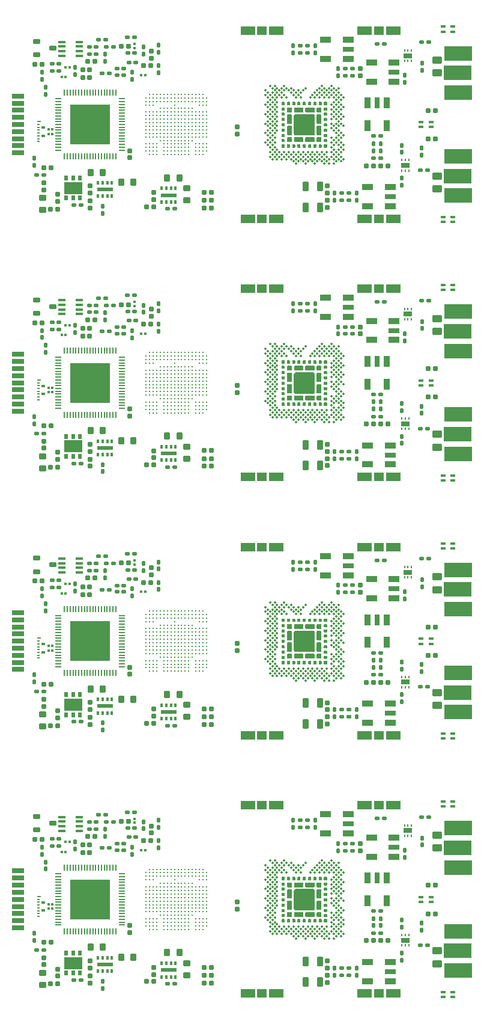
<source format=gtp>
G04*
G04 #@! TF.GenerationSoftware,Altium Limited,Altium Designer,19.1.6 (110)*
G04*
G04 Layer_Color=8421504*
%FSLAX44Y44*%
%MOMM*%
G71*
G01*
G75*
G04:AMPARAMS|DCode=14|XSize=0.6mm|YSize=0.6mm|CornerRadius=0.06mm|HoleSize=0mm|Usage=FLASHONLY|Rotation=90.000|XOffset=0mm|YOffset=0mm|HoleType=Round|Shape=RoundedRectangle|*
%AMROUNDEDRECTD14*
21,1,0.6000,0.4800,0,0,90.0*
21,1,0.4800,0.6000,0,0,90.0*
1,1,0.1200,0.2400,0.2400*
1,1,0.1200,0.2400,-0.2400*
1,1,0.1200,-0.2400,-0.2400*
1,1,0.1200,-0.2400,0.2400*
%
%ADD14ROUNDEDRECTD14*%
%ADD15R,1.4000X1.3000*%
%ADD16R,2.0000X1.3000*%
%ADD17C,0.2900*%
G04:AMPARAMS|DCode=18|XSize=0.5mm|YSize=0.6mm|CornerRadius=0.05mm|HoleSize=0mm|Usage=FLASHONLY|Rotation=270.000|XOffset=0mm|YOffset=0mm|HoleType=Round|Shape=RoundedRectangle|*
%AMROUNDEDRECTD18*
21,1,0.5000,0.5000,0,0,270.0*
21,1,0.4000,0.6000,0,0,270.0*
1,1,0.1000,-0.2500,-0.2000*
1,1,0.1000,-0.2500,0.2000*
1,1,0.1000,0.2500,0.2000*
1,1,0.1000,0.2500,-0.2000*
%
%ADD18ROUNDEDRECTD18*%
G04:AMPARAMS|DCode=19|XSize=0.6mm|YSize=1mm|CornerRadius=0.075mm|HoleSize=0mm|Usage=FLASHONLY|Rotation=270.000|XOffset=0mm|YOffset=0mm|HoleType=Round|Shape=RoundedRectangle|*
%AMROUNDEDRECTD19*
21,1,0.6000,0.8500,0,0,270.0*
21,1,0.4500,1.0000,0,0,270.0*
1,1,0.1500,-0.4250,-0.2250*
1,1,0.1500,-0.4250,0.2250*
1,1,0.1500,0.4250,0.2250*
1,1,0.1500,0.4250,-0.2250*
%
%ADD19ROUNDEDRECTD19*%
%ADD20R,0.3000X0.3500*%
G04:AMPARAMS|DCode=21|XSize=0.5mm|YSize=0.6mm|CornerRadius=0.05mm|HoleSize=0mm|Usage=FLASHONLY|Rotation=0.000|XOffset=0mm|YOffset=0mm|HoleType=Round|Shape=RoundedRectangle|*
%AMROUNDEDRECTD21*
21,1,0.5000,0.5000,0,0,0.0*
21,1,0.4000,0.6000,0,0,0.0*
1,1,0.1000,0.2000,-0.2500*
1,1,0.1000,-0.2000,-0.2500*
1,1,0.1000,-0.2000,0.2500*
1,1,0.1000,0.2000,0.2500*
%
%ADD21ROUNDEDRECTD21*%
%ADD22R,0.2000X0.9000*%
%ADD23R,0.9000X0.2000*%
%ADD24R,5.5500X5.5500*%
%ADD25R,1.0000X0.4000*%
%ADD26R,1.8000X0.7000*%
G04:AMPARAMS|DCode=27|XSize=0.7mm|YSize=0.4mm|CornerRadius=0.05mm|HoleSize=0mm|Usage=FLASHONLY|Rotation=180.000|XOffset=0mm|YOffset=0mm|HoleType=Round|Shape=RoundedRectangle|*
%AMROUNDEDRECTD27*
21,1,0.7000,0.3000,0,0,180.0*
21,1,0.6000,0.4000,0,0,180.0*
1,1,0.1000,-0.3000,0.1500*
1,1,0.1000,0.3000,0.1500*
1,1,0.1000,0.3000,-0.1500*
1,1,0.1000,-0.3000,-0.1500*
%
%ADD27ROUNDEDRECTD27*%
%ADD28R,0.5000X0.2300*%
%ADD29R,0.4000X0.2300*%
%ADD30R,0.6000X0.4500*%
G04:AMPARAMS|DCode=31|XSize=1.3mm|YSize=0.8mm|CornerRadius=0.1mm|HoleSize=0mm|Usage=FLASHONLY|Rotation=270.000|XOffset=0mm|YOffset=0mm|HoleType=Round|Shape=RoundedRectangle|*
%AMROUNDEDRECTD31*
21,1,1.3000,0.6000,0,0,270.0*
21,1,1.1000,0.8000,0,0,270.0*
1,1,0.2000,-0.3000,-0.5500*
1,1,0.2000,-0.3000,0.5500*
1,1,0.2000,0.3000,0.5500*
1,1,0.2000,0.3000,-0.5500*
%
%ADD31ROUNDEDRECTD31*%
G04:AMPARAMS|DCode=32|XSize=1.3mm|YSize=1mm|CornerRadius=0.125mm|HoleSize=0mm|Usage=FLASHONLY|Rotation=180.000|XOffset=0mm|YOffset=0mm|HoleType=Round|Shape=RoundedRectangle|*
%AMROUNDEDRECTD32*
21,1,1.3000,0.7500,0,0,180.0*
21,1,1.0500,1.0000,0,0,180.0*
1,1,0.2500,-0.5250,0.3750*
1,1,0.2500,0.5250,0.3750*
1,1,0.2500,0.5250,-0.3750*
1,1,0.2500,-0.5250,-0.3750*
%
%ADD32ROUNDEDRECTD32*%
G04:AMPARAMS|DCode=33|XSize=0.6mm|YSize=0.6mm|CornerRadius=0.06mm|HoleSize=0mm|Usage=FLASHONLY|Rotation=0.000|XOffset=0mm|YOffset=0mm|HoleType=Round|Shape=RoundedRectangle|*
%AMROUNDEDRECTD33*
21,1,0.6000,0.4800,0,0,0.0*
21,1,0.4800,0.6000,0,0,0.0*
1,1,0.1200,0.2400,-0.2400*
1,1,0.1200,-0.2400,-0.2400*
1,1,0.1200,-0.2400,0.2400*
1,1,0.1200,0.2400,0.2400*
%
%ADD33ROUNDEDRECTD33*%
G04:AMPARAMS|DCode=34|XSize=1mm|YSize=0.9mm|CornerRadius=0.1125mm|HoleSize=0mm|Usage=FLASHONLY|Rotation=180.000|XOffset=0mm|YOffset=0mm|HoleType=Round|Shape=RoundedRectangle|*
%AMROUNDEDRECTD34*
21,1,1.0000,0.6750,0,0,180.0*
21,1,0.7750,0.9000,0,0,180.0*
1,1,0.2250,-0.3875,0.3375*
1,1,0.2250,0.3875,0.3375*
1,1,0.2250,0.3875,-0.3375*
1,1,0.2250,-0.3875,-0.3375*
%
%ADD34ROUNDEDRECTD34*%
%ADD35R,2.2500X0.6000*%
%ADD36R,0.3000X0.6000*%
G04:AMPARAMS|DCode=37|XSize=1mm|YSize=0.9mm|CornerRadius=0.1125mm|HoleSize=0mm|Usage=FLASHONLY|Rotation=270.000|XOffset=0mm|YOffset=0mm|HoleType=Round|Shape=RoundedRectangle|*
%AMROUNDEDRECTD37*
21,1,1.0000,0.6750,0,0,270.0*
21,1,0.7750,0.9000,0,0,270.0*
1,1,0.2250,-0.3375,-0.3875*
1,1,0.2250,-0.3375,0.3875*
1,1,0.2250,0.3375,0.3875*
1,1,0.2250,0.3375,-0.3875*
%
%ADD37ROUNDEDRECTD37*%
%ADD38R,1.6500X0.9000*%
%ADD39R,1.6500X0.7600*%
%ADD40R,0.9000X1.6500*%
%ADD41R,0.7600X1.6500*%
%ADD44R,4.0000X2.0000*%
%ADD46R,0.3500X0.3000*%
%ADD47R,1.2000X0.7000*%
%ADD48R,0.2500X0.3500*%
%ADD49R,2.5000X1.7000*%
%ADD50R,0.5000X0.7000*%
%ADD51R,0.2000X0.2000*%
%ADD52C,0.3500*%
G36*
X475659Y1279762D02*
X475859Y1279762D01*
X476227Y1279609D01*
X476509Y1279327D01*
X476662Y1278959D01*
Y1278759D01*
X476662Y1275762D01*
X476662Y1275762D01*
X476662Y1275563D01*
X476510Y1275196D01*
X476228Y1274914D01*
X475860Y1274762D01*
X475662Y1274762D01*
X473410Y1274762D01*
X473410Y1274762D01*
X473211Y1274762D01*
X472844Y1274914D01*
X472564Y1275195D01*
X472412Y1275561D01*
X472411Y1275760D01*
X472410Y1278760D01*
X472410D01*
X472410Y1278959D01*
X472562Y1279327D01*
X472844Y1279609D01*
X473212Y1279762D01*
X473411Y1279761D01*
X475659Y1279762D01*
X475659Y1279762D01*
D02*
G37*
G36*
X431163Y1279759D02*
X431362Y1279759D01*
X431730Y1279607D01*
X432012Y1279325D01*
X432164Y1278957D01*
X432164Y1278757D01*
X432164D01*
X432163Y1275758D01*
X432163Y1275559D01*
X432010Y1275192D01*
X431730Y1274912D01*
X431363Y1274760D01*
X431164Y1274760D01*
X431165Y1274760D01*
X428913Y1274759D01*
X428713Y1274760D01*
X428346Y1274912D01*
X428065Y1275194D01*
X427912Y1275561D01*
X427912Y1275760D01*
X427912Y1275760D01*
X427912Y1278757D01*
Y1278956D01*
X428065Y1279325D01*
X428347Y1279607D01*
X428715Y1279759D01*
X428915Y1279759D01*
X428915Y1279759D01*
X431163Y1279759D01*
D02*
G37*
G36*
X468412Y1279758D02*
X468412Y1279757D01*
X468610Y1279757D01*
X468977Y1279605D01*
X469258Y1279325D01*
X469410Y1278958D01*
X469410Y1278760D01*
X469411Y1275760D01*
X469411D01*
X469412Y1275561D01*
X469259Y1275192D01*
X468978Y1274910D01*
X468610Y1274758D01*
X468410Y1274758D01*
X466162Y1274758D01*
X466162Y1274758D01*
X465963Y1274758D01*
X465594Y1274911D01*
X465312Y1275192D01*
X465159Y1275561D01*
Y1275760D01*
X465159Y1278757D01*
X465159Y1278757D01*
X465159Y1278956D01*
X465312Y1279324D01*
X465593Y1279605D01*
X465961Y1279758D01*
X466160Y1279758D01*
X468412Y1279758D01*
D02*
G37*
G36*
X461161Y1279757D02*
X461160Y1279756D01*
X461359Y1279756D01*
X461726Y1279604D01*
X462006Y1279324D01*
X462158Y1278957D01*
X462159Y1278759D01*
X462160Y1275759D01*
X462160D01*
X462160Y1275560D01*
X462008Y1275191D01*
X461726Y1274909D01*
X461358Y1274757D01*
X461159Y1274757D01*
X458911Y1274757D01*
X458911Y1274757D01*
X458711Y1274757D01*
X458343Y1274910D01*
X458061Y1275192D01*
X457908Y1275560D01*
Y1275759D01*
X457908Y1278756D01*
X457908Y1278756D01*
X457908Y1278955D01*
X458060Y1279323D01*
X458342Y1279604D01*
X458709Y1279757D01*
X458909Y1279757D01*
X461161Y1279757D01*
D02*
G37*
G36*
X453409Y1279756D02*
X453409Y1279755D01*
X453607Y1279755D01*
X453974Y1279604D01*
X454255Y1279323D01*
X454407Y1278956D01*
X454407Y1278758D01*
X454409Y1275758D01*
X454409D01*
X454409Y1275559D01*
X454257Y1275190D01*
X453975Y1274909D01*
X453607Y1274756D01*
X453408Y1274756D01*
X451159Y1274756D01*
X451159Y1274756D01*
X450960Y1274756D01*
X450592Y1274909D01*
X450309Y1275191D01*
X450157Y1275559D01*
Y1275759D01*
X450157Y1278755D01*
X450157Y1278755D01*
X450157Y1278954D01*
X450309Y1279322D01*
X450591Y1279603D01*
X450958Y1279756D01*
X451157Y1279756D01*
X453409Y1279756D01*
D02*
G37*
G36*
X483408Y1279762D02*
X483408Y1279762D01*
X483658Y1279762D01*
X484118Y1279572D01*
X484471Y1279219D01*
X484662Y1278758D01*
X484662Y1278509D01*
X484662Y1276012D01*
X484662Y1276012D01*
X484662Y1275764D01*
X484472Y1275304D01*
X484121Y1274953D01*
X483661Y1274763D01*
X483413Y1274763D01*
X480909Y1274762D01*
X480909Y1274762D01*
X480661Y1274762D01*
X480203Y1274952D01*
X479852Y1275303D01*
X479663Y1275761D01*
Y1276009D01*
X479662Y1278512D01*
X479662D01*
X479662Y1278761D01*
X479853Y1279220D01*
X480204Y1279572D01*
X480664Y1279763D01*
X480913Y1279763D01*
X483408Y1279762D01*
D02*
G37*
G36*
X423658Y1279760D02*
X423658Y1279760D01*
X423908Y1279760D01*
X424368Y1279569D01*
X424721Y1279217D01*
X424912Y1278756D01*
X424912Y1278507D01*
X424912Y1276010D01*
X424912Y1276010D01*
X424912Y1275761D01*
X424722Y1275302D01*
X424370Y1274951D01*
X423911Y1274761D01*
X423663Y1274761D01*
X421158Y1274760D01*
X421158Y1274760D01*
X420911Y1274760D01*
X420453Y1274950D01*
X420102Y1275301D01*
X419912Y1275759D01*
Y1276006D01*
X419912Y1278510D01*
X419912D01*
X419912Y1278758D01*
X420102Y1279218D01*
X420454Y1279570D01*
X420914Y1279761D01*
X421163Y1279761D01*
X423658Y1279760D01*
D02*
G37*
G36*
X438613Y1279755D02*
X438981Y1279603D01*
X439262Y1279322D01*
X439415Y1278954D01*
X439415Y1278755D01*
X439415Y1278755D01*
X439415Y1275758D01*
Y1275559D01*
X439262Y1275190D01*
X438980Y1274908D01*
X438611Y1274756D01*
X438412Y1274756D01*
X438412Y1274756D01*
X436164Y1274756D01*
X435965Y1274756D01*
X435596Y1274908D01*
X435315Y1275190D01*
X435162Y1275558D01*
X435163Y1275758D01*
X435163D01*
X435164Y1278757D01*
X435164Y1278956D01*
X435317Y1279323D01*
X435597Y1279603D01*
X435964Y1279755D01*
X436162Y1279755D01*
X436162Y1279755D01*
X438414Y1279756D01*
X438613Y1279755D01*
D02*
G37*
G36*
X445865Y1279754D02*
X446232Y1279602D01*
X446514Y1279321D01*
X446666Y1278953D01*
X446666Y1278754D01*
X446666Y1278754D01*
X446666Y1275757D01*
Y1275558D01*
X446513Y1275189D01*
X446231Y1274907D01*
X445863Y1274755D01*
X445663Y1274755D01*
X445663Y1274755D01*
X443415Y1274755D01*
X443216Y1274755D01*
X442848Y1274907D01*
X442566Y1275189D01*
X442414Y1275557D01*
X442414Y1275757D01*
X442414D01*
X442416Y1278756D01*
X442416Y1278955D01*
X442568Y1279322D01*
X442849Y1279602D01*
X443215Y1279754D01*
X443414Y1279754D01*
X443414Y1279754D01*
X445666Y1279755D01*
X445865Y1279754D01*
D02*
G37*
G36*
X434332Y1271653D02*
X434613Y1271372D01*
X434765Y1271005D01*
X434765Y1270806D01*
X434765Y1270806D01*
X434765Y1266056D01*
X434765Y1265857D01*
X434613Y1265489D01*
X434331Y1265208D01*
X433964Y1265056D01*
X433765Y1265056D01*
X433765Y1265056D01*
X429015Y1265056D01*
X428816Y1265056D01*
X428448Y1265209D01*
X428167Y1265490D01*
X428015Y1265857D01*
X428015Y1266056D01*
Y1266056D01*
X428015Y1270806D01*
X428015Y1271005D01*
X428167Y1271372D01*
X428449Y1271653D01*
X428817Y1271805D01*
X429016Y1271805D01*
X429016Y1271805D01*
X433766Y1271805D01*
X433964Y1271805D01*
X434332Y1271653D01*
D02*
G37*
G36*
X483659Y1271762D02*
X483858Y1271762D01*
X484225Y1271610D01*
X484507Y1271328D01*
X484659Y1270961D01*
X484660Y1270762D01*
X484659Y1268510D01*
X484659Y1268510D01*
X484659Y1268311D01*
X484507Y1267945D01*
X484226Y1267664D01*
X483860Y1267512D01*
X483661Y1267512D01*
X480662Y1267510D01*
X480662Y1267510D01*
X480462Y1267510D01*
X480094Y1267662D01*
X479812Y1267944D01*
X479660Y1268312D01*
X479660Y1268511D01*
X479660Y1270759D01*
X479660Y1270759D01*
X479660Y1270959D01*
X479812Y1271327D01*
X480094Y1271609D01*
X480463Y1271762D01*
X480662D01*
X483659Y1271762D01*
X483659Y1271762D01*
D02*
G37*
G36*
X423909Y1271760D02*
X424108Y1271760D01*
X424475Y1271607D01*
X424757Y1271326D01*
X424909Y1270958D01*
X424909Y1270759D01*
X424909Y1268507D01*
X424909Y1268507D01*
X424909Y1268309D01*
X424757Y1267942D01*
X424476Y1267662D01*
X424110Y1267509D01*
X423911Y1267509D01*
X420911Y1267508D01*
X420911Y1267508D01*
X420712Y1267507D01*
X420344Y1267660D01*
X420062Y1267941D01*
X419910Y1268310D01*
X419910Y1268509D01*
X419909Y1270757D01*
X419909Y1270757D01*
X419909Y1270956D01*
X420062Y1271325D01*
X420344Y1271607D01*
X420713Y1271760D01*
X420912D01*
X423909Y1271760D01*
X423909Y1271760D01*
D02*
G37*
G36*
X454765Y1271805D02*
X465765Y1271805D01*
X465765Y1271805D01*
X465964Y1271805D01*
X466331Y1271653D01*
X466612Y1271371D01*
X466764Y1271004D01*
X466764Y1270805D01*
X466765Y1266055D01*
X466764Y1266055D01*
X466764Y1265856D01*
X466612Y1265488D01*
X466330Y1265207D01*
X465963Y1265055D01*
X465764Y1265055D01*
X454764Y1265055D01*
X454764Y1265055D01*
X454565Y1265055D01*
X454198Y1265207D01*
X453917Y1265489D01*
X453764Y1265856D01*
X453765Y1266055D01*
X453764Y1270805D01*
Y1270805D01*
X453764Y1271004D01*
X453917Y1271372D01*
X454198Y1271653D01*
X454566Y1271805D01*
X454765Y1271805D01*
D02*
G37*
G36*
X475516D02*
X475715Y1271805D01*
X476082Y1271653D01*
X476363Y1271371D01*
X476515Y1271004D01*
X476515Y1270805D01*
X476515Y1270805D01*
X476515Y1266055D01*
X476515Y1265856D01*
X476363Y1265489D01*
X476082Y1265207D01*
X475715Y1265055D01*
X475516Y1265055D01*
X475516Y1265055D01*
X470766Y1265055D01*
X470567Y1265055D01*
X470199Y1265208D01*
X469918Y1265489D01*
X469766Y1265857D01*
X469766Y1266056D01*
X469766Y1266056D01*
X469766Y1270806D01*
X469766Y1271005D01*
X469919Y1271372D01*
X470200Y1271653D01*
X470567Y1271805D01*
X470766Y1271806D01*
X470766Y1271806D01*
X475516Y1271805D01*
D02*
G37*
G36*
X450331Y1271653D02*
X450613Y1271372D01*
X450765Y1271004D01*
X450765Y1270805D01*
X450765Y1270805D01*
X450765Y1266055D01*
X450765Y1265856D01*
X450613Y1265488D01*
X450331Y1265207D01*
X449964Y1265055D01*
X449765Y1265055D01*
X449765Y1265055D01*
X438765Y1265055D01*
X438566Y1265055D01*
X438199Y1265207D01*
X437917Y1265488D01*
X437765Y1265855D01*
X437765Y1266054D01*
X437765Y1266054D01*
X437765Y1270805D01*
X437765Y1271004D01*
X437917Y1271371D01*
X438198Y1271652D01*
X438566Y1271804D01*
X438765Y1271805D01*
X438765Y1271805D01*
X449765Y1271805D01*
X449964Y1271805D01*
X450331Y1271653D01*
D02*
G37*
G36*
X484229Y1264360D02*
X484511Y1264078D01*
X484663Y1263710D01*
X484663Y1263510D01*
X484663Y1261262D01*
X484663Y1261262D01*
X484663Y1261063D01*
X484511Y1260694D01*
X484229Y1260412D01*
X483860Y1260260D01*
X483661D01*
X480664Y1260259D01*
X480664Y1260259D01*
X480465Y1260259D01*
X480098Y1260412D01*
X479816Y1260693D01*
X479664Y1261061D01*
X479663Y1261260D01*
X479664Y1263512D01*
X479664Y1263512D01*
X479664Y1263710D01*
X479816Y1264077D01*
X480096Y1264358D01*
X480463Y1264510D01*
X480662Y1264510D01*
X483661Y1264511D01*
X483661Y1264511D01*
X483861Y1264512D01*
X484229Y1264360D01*
D02*
G37*
G36*
X424479Y1264357D02*
X424761Y1264075D01*
X424913Y1263707D01*
X424913Y1263508D01*
X424913Y1261260D01*
X424913Y1261260D01*
X424913Y1261060D01*
X424761Y1260692D01*
X424478Y1260410D01*
X424110Y1260257D01*
X423911D01*
X420914Y1260257D01*
X420914Y1260257D01*
X420715Y1260257D01*
X420347Y1260410D01*
X420066Y1260691D01*
X419913Y1261059D01*
X419913Y1261258D01*
X419913Y1263510D01*
X419914Y1263510D01*
X419914Y1263708D01*
X420066Y1264075D01*
X420346Y1264355D01*
X420713Y1264508D01*
X420911Y1264508D01*
X423911Y1264509D01*
X423911Y1264509D01*
X424110Y1264510D01*
X424479Y1264357D01*
D02*
G37*
G36*
X464265Y1262555D02*
X464862Y1262555D01*
X465965Y1262098D01*
X466808Y1261254D01*
X467265Y1260152D01*
X467265Y1259555D01*
X467265Y1235555D01*
X467265Y1235555D01*
X467265Y1234959D01*
X466809Y1233856D01*
X465965Y1233012D01*
X464862Y1232555D01*
X464265Y1232555D01*
X440265Y1232555D01*
X440265Y1232555D01*
X439668Y1232555D01*
X438566Y1233012D01*
X437722Y1233856D01*
X437265Y1234959D01*
X437266Y1235555D01*
X437265Y1259555D01*
X437265Y1259555D01*
X437265Y1260152D01*
X437722Y1261254D01*
X438565Y1262098D01*
X439668Y1262555D01*
X440265Y1262555D01*
X464265Y1262555D01*
X464265Y1262555D01*
D02*
G37*
G36*
X484230Y1257108D02*
X484512Y1256826D01*
X484664Y1256458D01*
X484664Y1256259D01*
X484664Y1254011D01*
X484664Y1254011D01*
X484664Y1253811D01*
X484512Y1253443D01*
X484230Y1253161D01*
X483861Y1253008D01*
X483662D01*
X480665Y1253008D01*
X480665Y1253008D01*
X480466Y1253008D01*
X480098Y1253161D01*
X479817Y1253442D01*
X479664Y1253810D01*
X479664Y1254009D01*
X479665Y1256261D01*
X479665Y1256261D01*
X479665Y1256459D01*
X479817Y1256826D01*
X480097Y1257106D01*
X480464Y1257259D01*
X480662Y1257259D01*
X483662Y1257260D01*
X483662Y1257260D01*
X483862Y1257261D01*
X484230Y1257108D01*
D02*
G37*
G36*
X424480Y1257106D02*
X424762Y1256824D01*
X424914Y1256456D01*
X424914Y1256257D01*
X424914Y1254009D01*
X424914Y1254008D01*
X424914Y1253809D01*
X424761Y1253441D01*
X424479Y1253159D01*
X424111Y1253006D01*
X423912D01*
X420915Y1253006D01*
X420915Y1253006D01*
X420716Y1253006D01*
X420348Y1253158D01*
X420067Y1253440D01*
X419914Y1253807D01*
X419914Y1254006D01*
X419914Y1256258D01*
X419915Y1256258D01*
X419915Y1256457D01*
X420066Y1256823D01*
X420347Y1257104D01*
X420714Y1257256D01*
X420912Y1257256D01*
X423912Y1257258D01*
X423912Y1257258D01*
X424111Y1257258D01*
X424480Y1257106D01*
D02*
G37*
G36*
X484231Y1249357D02*
X484513Y1249075D01*
X484665Y1248707D01*
X484665Y1248508D01*
X484665Y1246260D01*
X484665Y1246260D01*
X484665Y1246060D01*
X484512Y1245692D01*
X484230Y1245410D01*
X483862Y1245257D01*
X483663D01*
X480666Y1245257D01*
X480666Y1245257D01*
X480467Y1245257D01*
X480099Y1245409D01*
X479818Y1245691D01*
X479665Y1246058D01*
X479665Y1246257D01*
X479665Y1248509D01*
X479666Y1248509D01*
X479666Y1248708D01*
X479818Y1249074D01*
X480098Y1249355D01*
X480465Y1249507D01*
X480663Y1249507D01*
X483663Y1249509D01*
X483663Y1249509D01*
X483862Y1249509D01*
X484231Y1249357D01*
D02*
G37*
G36*
X424481Y1249355D02*
X424762Y1249073D01*
X424915Y1248705D01*
X424915Y1248505D01*
X424915Y1246257D01*
X424915Y1246257D01*
X424915Y1246058D01*
X424762Y1245689D01*
X424480Y1245407D01*
X424112Y1245255D01*
X423912D01*
X420916Y1245254D01*
X420916Y1245254D01*
X420717Y1245255D01*
X420349Y1245407D01*
X420068Y1245688D01*
X419915Y1246056D01*
X419915Y1246255D01*
X419915Y1248507D01*
X419915Y1248507D01*
X419916Y1248705D01*
X420067Y1249072D01*
X420348Y1249353D01*
X420715Y1249505D01*
X420913Y1249505D01*
X423913Y1249507D01*
X423913Y1249507D01*
X424112Y1249507D01*
X424481Y1249355D01*
D02*
G37*
G36*
X475515Y1262055D02*
X475714Y1262055D01*
X476081Y1261903D01*
X476362Y1261622D01*
X476515Y1261254D01*
X476515Y1261056D01*
X476515Y1261056D01*
X476515Y1250055D01*
X476515Y1249856D01*
X476363Y1249489D01*
X476082Y1249207D01*
X475714Y1249055D01*
X475515Y1249055D01*
X475515D01*
X470765Y1249056D01*
X470566Y1249055D01*
X470198Y1249208D01*
X469917Y1249489D01*
X469765Y1249856D01*
X469765Y1250055D01*
X469765Y1250055D01*
X469765Y1261055D01*
X469765Y1261254D01*
X469917Y1261621D01*
X470198Y1261903D01*
X470565Y1262055D01*
X470764Y1262055D01*
X470764Y1262056D01*
X475515Y1262055D01*
D02*
G37*
G36*
X429015Y1262055D02*
X429015Y1262055D01*
X433766Y1262054D01*
X433965Y1262054D01*
X434332Y1261902D01*
X434613Y1261621D01*
X434765Y1261254D01*
X434765Y1261055D01*
X434765Y1261055D01*
X434765Y1250055D01*
X434765Y1249856D01*
X434613Y1249489D01*
X434332Y1249207D01*
X433965Y1249055D01*
X433766Y1249054D01*
X433766Y1249054D01*
X429016Y1249055D01*
X428817Y1249055D01*
X428449Y1249207D01*
X428168Y1249488D01*
X428016Y1249855D01*
X428016Y1250054D01*
Y1250054D01*
X428015Y1261055D01*
X428015Y1261253D01*
X428167Y1261621D01*
X428449Y1261902D01*
X428816Y1262055D01*
X429015Y1262055D01*
D02*
G37*
G36*
X483664Y1241766D02*
X483863D01*
X484232Y1241613D01*
X484514Y1241331D01*
X484666Y1240963D01*
X484666Y1240763D01*
X484666Y1240763D01*
X484666Y1238515D01*
X484666Y1238316D01*
X484514Y1237948D01*
X484232Y1237666D01*
X483864Y1237514D01*
X483664Y1237514D01*
X483665Y1237514D01*
X480665Y1237516D01*
X480466Y1237516D01*
X480099Y1237668D01*
X479819Y1237949D01*
X479667Y1238315D01*
X479667Y1238514D01*
X479667Y1238514D01*
X479666Y1240766D01*
X479667Y1240965D01*
X479819Y1241332D01*
X480101Y1241614D01*
X480468Y1241766D01*
X480667Y1241766D01*
X480667Y1241766D01*
X483664Y1241766D01*
D02*
G37*
G36*
X423914Y1241764D02*
X424113D01*
X424482Y1241611D01*
X424764Y1241329D01*
X424916Y1240961D01*
X424916Y1240761D01*
X424916Y1240761D01*
X424916Y1238513D01*
X424916Y1238314D01*
X424764Y1237945D01*
X424482Y1237664D01*
X424114Y1237512D01*
X423914Y1237512D01*
X423914Y1237512D01*
X420914Y1237513D01*
X420716Y1237514D01*
X420349Y1237666D01*
X420069Y1237946D01*
X419917Y1238313D01*
X419917Y1238512D01*
X419917Y1238511D01*
X419916Y1240763D01*
X419916Y1240962D01*
X420069Y1241330D01*
X420350Y1241611D01*
X420718Y1241764D01*
X420917Y1241764D01*
X420917Y1241764D01*
X423914Y1241764D01*
D02*
G37*
G36*
X475515Y1246056D02*
X475714Y1246056D01*
X476081Y1245903D01*
X476362Y1245622D01*
X476514Y1245255D01*
X476514Y1245056D01*
X476514Y1245056D01*
X476515Y1234056D01*
X476515Y1233857D01*
X476363Y1233489D01*
X476082Y1233208D01*
X475714Y1233055D01*
X475515Y1233055D01*
X475515D01*
X470764Y1233056D01*
X470566Y1233056D01*
X470198Y1233208D01*
X469917Y1233489D01*
X469765Y1233856D01*
X469765Y1234055D01*
X469765Y1234055D01*
X469765Y1245055D01*
X469765Y1245254D01*
X469917Y1245622D01*
X470198Y1245903D01*
X470565Y1246056D01*
X470764Y1246056D01*
X470764Y1246056D01*
X475515Y1246056D01*
D02*
G37*
G36*
X429015Y1246055D02*
X429015Y1246055D01*
X433766Y1246055D01*
X433965Y1246055D01*
X434332Y1245903D01*
X434613Y1245621D01*
X434765Y1245254D01*
X434765Y1245055D01*
X434765Y1245055D01*
X434765Y1234055D01*
X434765Y1233856D01*
X434613Y1233489D01*
X434332Y1233207D01*
X433965Y1233055D01*
X433766Y1233055D01*
X433766Y1233055D01*
X429015Y1233055D01*
X428817Y1233055D01*
X428449Y1233207D01*
X428168Y1233488D01*
X428016Y1233856D01*
X428016Y1234055D01*
Y1234055D01*
X428015Y1245055D01*
X428015Y1245254D01*
X428167Y1245621D01*
X428448Y1245903D01*
X428816Y1246055D01*
X429015Y1246055D01*
D02*
G37*
G36*
X483663Y1234515D02*
X483862D01*
X484231Y1234362D01*
X484513Y1234080D01*
X484665Y1233712D01*
X484665Y1233512D01*
X484665Y1233512D01*
X484665Y1231264D01*
X484665Y1231065D01*
X484513Y1230696D01*
X484231Y1230415D01*
X483863Y1230263D01*
X483663Y1230263D01*
X483663Y1230263D01*
X480664Y1230264D01*
X480465Y1230265D01*
X480099Y1230417D01*
X479818Y1230697D01*
X479666Y1231064D01*
X479666Y1231263D01*
X479666Y1231262D01*
X479665Y1233514D01*
X479666Y1233713D01*
X479818Y1234081D01*
X480100Y1234362D01*
X480467Y1234515D01*
X480666Y1234515D01*
X480666Y1234515D01*
X483663Y1234515D01*
D02*
G37*
G36*
X423913Y1234512D02*
X424112D01*
X424481Y1234360D01*
X424763Y1234078D01*
X424915Y1233709D01*
X424915Y1233510D01*
X424915Y1233510D01*
X424915Y1231262D01*
X424915Y1231062D01*
X424763Y1230694D01*
X424481Y1230412D01*
X424113Y1230260D01*
X423913Y1230260D01*
X423913Y1230260D01*
X420914Y1230262D01*
X420715Y1230262D01*
X420348Y1230414D01*
X420068Y1230695D01*
X419916Y1231062D01*
X419916Y1231260D01*
X419916Y1231260D01*
X419915Y1233512D01*
X419916Y1233711D01*
X420068Y1234079D01*
X420350Y1234360D01*
X420717Y1234512D01*
X420916Y1234513D01*
X420916Y1234513D01*
X423913Y1234512D01*
D02*
G37*
G36*
X465765Y1230055D02*
X465964Y1230055D01*
X466331Y1229903D01*
X466613Y1229622D01*
X466765Y1229255D01*
X466766Y1229056D01*
X466766Y1229056D01*
X466765Y1224305D01*
X466765Y1224107D01*
X466613Y1223739D01*
X466332Y1223458D01*
X465964Y1223306D01*
X465766Y1223306D01*
X465766D01*
X454766Y1223305D01*
X454566Y1223305D01*
X454199Y1223457D01*
X453918Y1223738D01*
X453765Y1224106D01*
X453765Y1224305D01*
Y1224305D01*
X453766Y1229056D01*
X453765Y1229255D01*
X453918Y1229622D01*
X454199Y1229903D01*
X454566Y1230055D01*
X454765Y1230055D01*
X454765Y1230055D01*
X465765Y1230055D01*
D02*
G37*
G36*
X449766Y1230055D02*
X449965Y1230055D01*
X450332Y1229903D01*
X450614Y1229622D01*
X450766Y1229254D01*
X450765Y1229055D01*
X450766Y1224305D01*
X450766Y1224305D01*
X450766Y1224106D01*
X450614Y1223738D01*
X450332Y1223457D01*
X449965Y1223305D01*
X449766Y1223305D01*
X438765Y1223305D01*
X438766D01*
X438567Y1223305D01*
X438199Y1223458D01*
X437918Y1223739D01*
X437766Y1224106D01*
X437766Y1224305D01*
X437766Y1229056D01*
X437766Y1229055D01*
X437766Y1229254D01*
X437918Y1229622D01*
X438200Y1229903D01*
X438567Y1230055D01*
X438766Y1230055D01*
X449766Y1230055D01*
X449766Y1230055D01*
D02*
G37*
G36*
X475516Y1230054D02*
X475714Y1230054D01*
X476082Y1229901D01*
X476363Y1229620D01*
X476515Y1229253D01*
X476516Y1229054D01*
X476516D01*
X476515Y1224305D01*
X476515Y1224106D01*
X476363Y1223738D01*
X476081Y1223457D01*
X475714Y1223305D01*
X475514Y1223305D01*
X475514Y1223305D01*
X470765Y1223305D01*
X470566Y1223305D01*
X470198Y1223457D01*
X469917Y1223738D01*
X469765Y1224106D01*
X469765Y1224304D01*
X469765Y1224305D01*
X469765Y1229054D01*
X469765Y1229253D01*
X469918Y1229621D01*
X470199Y1229902D01*
X470567Y1230054D01*
X470766Y1230054D01*
X470765Y1230054D01*
X475516Y1230054D01*
D02*
G37*
G36*
X433767Y1230053D02*
X433965Y1230053D01*
X434333Y1229900D01*
X434614Y1229619D01*
X434766Y1229252D01*
X434767Y1229053D01*
X434767D01*
X434766Y1224304D01*
X434766Y1224105D01*
X434614Y1223737D01*
X434332Y1223456D01*
X433965Y1223304D01*
X433766Y1223304D01*
X433765Y1223304D01*
X429016Y1223304D01*
X428817Y1223304D01*
X428449Y1223456D01*
X428168Y1223737D01*
X428016Y1224105D01*
X428016Y1224303D01*
X428016Y1224304D01*
X428016Y1229053D01*
X428016Y1229252D01*
X428169Y1229620D01*
X428450Y1229901D01*
X428818Y1230053D01*
X429017Y1230053D01*
X429016Y1230053D01*
X433767Y1230053D01*
D02*
G37*
G36*
X480664Y1227264D02*
X480664Y1227264D01*
X483663Y1227263D01*
X483862Y1227263D01*
X484229Y1227111D01*
X484509Y1226830D01*
X484661Y1226463D01*
X484661Y1226265D01*
X484661Y1226265D01*
X484662Y1224013D01*
X484661Y1223814D01*
X484509Y1223446D01*
X484228Y1223165D01*
X483860Y1223012D01*
X483661Y1223012D01*
X483661Y1223012D01*
X480664Y1223012D01*
X480465D01*
X480096Y1223165D01*
X479814Y1223447D01*
X479662Y1223816D01*
X479662Y1224015D01*
X479662Y1224015D01*
X479662Y1226263D01*
X479662Y1226462D01*
X479814Y1226831D01*
X480096Y1227112D01*
X480464Y1227265D01*
X480664Y1227264D01*
D02*
G37*
G36*
X420914Y1227262D02*
X420914Y1227262D01*
X423913Y1227261D01*
X424112Y1227260D01*
X424478Y1227108D01*
X424759Y1226827D01*
X424911Y1226461D01*
X424911Y1226262D01*
X424911Y1226262D01*
X424911Y1224010D01*
X424911Y1223811D01*
X424759Y1223444D01*
X424477Y1223162D01*
X424110Y1223010D01*
X423911Y1223010D01*
X423911Y1223010D01*
X420914Y1223010D01*
X420715D01*
X420346Y1223163D01*
X420064Y1223445D01*
X419912Y1223813D01*
X419912Y1224013D01*
X419912Y1224013D01*
X419912Y1226261D01*
X419912Y1226460D01*
X420064Y1226828D01*
X420346Y1227110D01*
X420714Y1227262D01*
X420914Y1227262D01*
D02*
G37*
G36*
X461159Y1220263D02*
X461358Y1220264D01*
X461727Y1220111D01*
X462008Y1219829D01*
X462161Y1219461D01*
X462160Y1219262D01*
X462160Y1219262D01*
X462159Y1216262D01*
X462159Y1216063D01*
X462006Y1215697D01*
X461726Y1215416D01*
X461359Y1215264D01*
X461161Y1215264D01*
X461161Y1215264D01*
X458909Y1215264D01*
X458710Y1215264D01*
X458342Y1215416D01*
X458061Y1215698D01*
X457908Y1216066D01*
X457908Y1216264D01*
X457908Y1216264D01*
X457908Y1219261D01*
Y1219461D01*
X458061Y1219829D01*
X458343Y1220111D01*
X458712Y1220264D01*
X458911Y1220264D01*
X458911Y1220264D01*
X461159Y1220263D01*
D02*
G37*
G36*
X468410Y1220262D02*
X468610Y1220263D01*
X468978Y1220110D01*
X469260Y1219828D01*
X469412Y1219460D01*
X469412Y1219261D01*
X469412Y1219261D01*
X469410Y1216261D01*
X469410Y1216062D01*
X469258Y1215696D01*
X468977Y1215415D01*
X468610Y1215263D01*
X468412Y1215263D01*
X468412Y1215263D01*
X466160Y1215263D01*
X465961Y1215263D01*
X465593Y1215415D01*
X465312Y1215697D01*
X465160Y1216065D01*
X465159Y1216264D01*
X465159Y1216263D01*
X465160Y1219260D01*
Y1219460D01*
X465312Y1219828D01*
X465594Y1220110D01*
X465963Y1220263D01*
X466162Y1220263D01*
X466162Y1220263D01*
X468410Y1220262D01*
D02*
G37*
G36*
X453415Y1220262D02*
X453614Y1220262D01*
X453983Y1220110D01*
X454265Y1219828D01*
X454417Y1219459D01*
Y1219260D01*
X454418Y1216263D01*
X454418Y1216263D01*
X454417Y1216064D01*
X454265Y1215697D01*
X453984Y1215415D01*
X453616Y1215263D01*
X453417Y1215262D01*
X451165Y1215263D01*
X451165Y1215263D01*
X450967Y1215263D01*
X450600Y1215415D01*
X450319Y1215695D01*
X450167Y1216062D01*
X450167Y1216261D01*
X450165Y1219260D01*
X450165Y1219260D01*
X450165Y1219460D01*
X450317Y1219828D01*
X450599Y1220110D01*
X450967Y1220262D01*
X451167Y1220262D01*
X453415Y1220262D01*
X453415Y1220262D01*
D02*
G37*
G36*
X445664Y1220261D02*
X445863Y1220261D01*
X446231Y1220109D01*
X446513Y1219827D01*
X446666Y1219458D01*
Y1219259D01*
X446666Y1216262D01*
X446666Y1216262D01*
X446666Y1216063D01*
X446514Y1215696D01*
X446232Y1215414D01*
X445865Y1215262D01*
X445666Y1215262D01*
X443414Y1215262D01*
X443414Y1215262D01*
X443215Y1215262D01*
X442849Y1215414D01*
X442568Y1215695D01*
X442416Y1216061D01*
X442416Y1216260D01*
X442414Y1219259D01*
Y1219259D01*
X442414Y1219459D01*
X442566Y1219827D01*
X442848Y1220109D01*
X443216Y1220261D01*
X443415Y1220261D01*
X445663Y1220262D01*
X445664Y1220261D01*
D02*
G37*
G36*
X438980Y1220108D02*
X439262Y1219826D01*
X439415Y1219457D01*
Y1219258D01*
X439415Y1216261D01*
X439415Y1216261D01*
X439415Y1216062D01*
X439263Y1215695D01*
X438981Y1215413D01*
X438614Y1215261D01*
X438414Y1215261D01*
X436162Y1215261D01*
X436163Y1215261D01*
X435964Y1215261D01*
X435597Y1215413D01*
X435317Y1215694D01*
X435165Y1216060D01*
X435164Y1216259D01*
X435163Y1219259D01*
X435163Y1219259D01*
X435163Y1219458D01*
X435315Y1219826D01*
X435597Y1220108D01*
X435965Y1220260D01*
X436164Y1220260D01*
X438412Y1220260D01*
X438412Y1220260D01*
X438612Y1220260D01*
X438980Y1220108D01*
D02*
G37*
G36*
X431165Y1220257D02*
X431165Y1220256D01*
X431363Y1220256D01*
X431730Y1220104D01*
X432011Y1219824D01*
X432163Y1219457D01*
X432163Y1219259D01*
X432164Y1216259D01*
X432164Y1216259D01*
X432165Y1216059D01*
X432012Y1215691D01*
X431731Y1215409D01*
X431362Y1215257D01*
X431163Y1215257D01*
X428915Y1215257D01*
X428915Y1215257D01*
X428716Y1215257D01*
X428347Y1215409D01*
X428065Y1215691D01*
X427912Y1216060D01*
Y1216259D01*
X427912Y1219256D01*
X427912Y1219256D01*
X427912Y1219455D01*
X428065Y1219823D01*
X428346Y1220104D01*
X428714Y1220257D01*
X428913Y1220257D01*
X431165Y1220257D01*
D02*
G37*
G36*
X483409Y1220262D02*
X483409Y1220262D01*
X483658Y1220262D01*
X484119Y1220071D01*
X484471Y1219719D01*
X484662Y1219258D01*
X484662Y1219009D01*
X484662Y1216512D01*
X484662Y1216512D01*
X484662Y1216264D01*
X484472Y1215804D01*
X484121Y1215453D01*
X483662Y1215263D01*
X483413Y1215263D01*
X480909Y1215262D01*
X480909Y1215262D01*
X480661Y1215262D01*
X480203Y1215452D01*
X479852Y1215803D01*
X479663Y1216261D01*
Y1216509D01*
X479662Y1219012D01*
X479662D01*
X479662Y1219260D01*
X479853Y1219720D01*
X480205Y1220072D01*
X480664Y1220263D01*
X480913Y1220263D01*
X483409Y1220262D01*
D02*
G37*
G36*
X423658Y1220260D02*
X423658Y1220260D01*
X423908Y1220260D01*
X424369Y1220069D01*
X424721Y1219717D01*
X424912Y1219256D01*
X424912Y1219006D01*
X424912Y1216510D01*
X424912Y1216510D01*
X424912Y1216261D01*
X424722Y1215802D01*
X424371Y1215451D01*
X423911Y1215260D01*
X423663Y1215260D01*
X421159Y1215260D01*
X421159Y1215260D01*
X420911Y1215260D01*
X420453Y1215450D01*
X420102Y1215800D01*
X419913Y1216258D01*
Y1216506D01*
X419912Y1219009D01*
X419912D01*
X419912Y1219258D01*
X420103Y1219718D01*
X420454Y1220070D01*
X420914Y1220260D01*
X421163Y1220261D01*
X423658Y1220260D01*
D02*
G37*
G36*
X475861Y1220259D02*
X476228Y1220106D01*
X476510Y1219825D01*
X476662Y1219457D01*
X476662Y1219258D01*
X476662Y1219258D01*
X476662Y1216262D01*
Y1216062D01*
X476509Y1215694D01*
X476227Y1215412D01*
X475859Y1215259D01*
X475659Y1215259D01*
X475659Y1215259D01*
X473411Y1215259D01*
X473212Y1215259D01*
X472844Y1215412D01*
X472562Y1215693D01*
X472410Y1216062D01*
X472410Y1216261D01*
X472410Y1216261D01*
X472412Y1219261D01*
X472412Y1219459D01*
X472564Y1219826D01*
X472845Y1220107D01*
X473211Y1220258D01*
X473410Y1220258D01*
X473410Y1220259D01*
X475662Y1220259D01*
X475861Y1220259D01*
D02*
G37*
G36*
X475659Y916061D02*
X475859Y916061D01*
X476227Y915909D01*
X476509Y915627D01*
X476662Y915258D01*
Y915059D01*
X476662Y912062D01*
X476662Y912062D01*
X476662Y911863D01*
X476510Y911496D01*
X476228Y911214D01*
X475860Y911062D01*
X475662Y911062D01*
X473410Y911062D01*
X473410Y911062D01*
X473211Y911062D01*
X472844Y911214D01*
X472564Y911495D01*
X472412Y911861D01*
X472411Y912060D01*
X472410Y915060D01*
X472410D01*
X472410Y915259D01*
X472562Y915627D01*
X472844Y915909D01*
X473212Y916061D01*
X473411Y916061D01*
X475659Y916061D01*
X475659Y916061D01*
D02*
G37*
G36*
X431163Y916059D02*
X431362Y916059D01*
X431730Y915907D01*
X432012Y915625D01*
X432164Y915257D01*
X432164Y915057D01*
X432164D01*
X432163Y912057D01*
X432163Y911859D01*
X432010Y911492D01*
X431730Y911212D01*
X431363Y911060D01*
X431164Y911060D01*
X431165Y911060D01*
X428913Y911059D01*
X428713Y911060D01*
X428346Y911212D01*
X428065Y911494D01*
X427912Y911861D01*
X427912Y912060D01*
X427912Y912060D01*
X427912Y915057D01*
Y915256D01*
X428065Y915625D01*
X428347Y915907D01*
X428715Y916059D01*
X428915Y916059D01*
X428915Y916059D01*
X431163Y916059D01*
D02*
G37*
G36*
X468412Y916057D02*
X468412Y916057D01*
X468610Y916057D01*
X468977Y915905D01*
X469258Y915625D01*
X469410Y915258D01*
X469410Y915060D01*
X469411Y912060D01*
X469411D01*
X469412Y911861D01*
X469259Y911492D01*
X468978Y911210D01*
X468610Y911058D01*
X468410Y911058D01*
X466162Y911058D01*
X466162Y911058D01*
X465963Y911058D01*
X465594Y911210D01*
X465312Y911492D01*
X465159Y911861D01*
Y912060D01*
X465159Y915057D01*
X465159Y915057D01*
X465159Y915256D01*
X465312Y915624D01*
X465593Y915905D01*
X465961Y916058D01*
X466160Y916058D01*
X468412Y916057D01*
D02*
G37*
G36*
X461161Y916057D02*
X461160Y916056D01*
X461359Y916056D01*
X461726Y915904D01*
X462006Y915624D01*
X462158Y915257D01*
X462159Y915059D01*
X462160Y912059D01*
X462160D01*
X462160Y911860D01*
X462008Y911491D01*
X461726Y911209D01*
X461358Y911057D01*
X461159Y911057D01*
X458911Y911057D01*
X458911Y911057D01*
X458711Y911057D01*
X458343Y911209D01*
X458061Y911491D01*
X457908Y911860D01*
Y912059D01*
X457908Y915056D01*
X457908Y915056D01*
X457908Y915255D01*
X458060Y915623D01*
X458342Y915904D01*
X458709Y916057D01*
X458909Y916057D01*
X461161Y916057D01*
D02*
G37*
G36*
X453409Y916056D02*
X453409Y916055D01*
X453607Y916055D01*
X453974Y915903D01*
X454255Y915623D01*
X454407Y915256D01*
X454407Y915058D01*
X454409Y912058D01*
X454409D01*
X454409Y911859D01*
X454257Y911490D01*
X453975Y911208D01*
X453607Y911056D01*
X453408Y911056D01*
X451159Y911056D01*
X451159Y911056D01*
X450960Y911056D01*
X450592Y911209D01*
X450309Y911491D01*
X450157Y911859D01*
Y912058D01*
X450157Y915055D01*
X450157Y915055D01*
X450157Y915254D01*
X450309Y915622D01*
X450591Y915903D01*
X450958Y916056D01*
X451157Y916056D01*
X453409Y916056D01*
D02*
G37*
G36*
X483408Y916062D02*
X483408Y916062D01*
X483658Y916062D01*
X484118Y915872D01*
X484471Y915519D01*
X484662Y915058D01*
X484662Y914809D01*
X484662Y912312D01*
X484662Y912312D01*
X484662Y912064D01*
X484472Y911604D01*
X484121Y911253D01*
X483661Y911063D01*
X483413Y911063D01*
X480909Y911062D01*
X480909Y911062D01*
X480661Y911062D01*
X480203Y911252D01*
X479852Y911603D01*
X479663Y912061D01*
Y912309D01*
X479662Y914812D01*
X479662D01*
X479662Y915061D01*
X479853Y915520D01*
X480204Y915872D01*
X480664Y916063D01*
X480913Y916063D01*
X483408Y916062D01*
D02*
G37*
G36*
X423658Y916060D02*
X423658Y916060D01*
X423908Y916060D01*
X424368Y915869D01*
X424721Y915517D01*
X424912Y915056D01*
X424912Y914807D01*
X424912Y912310D01*
X424912Y912310D01*
X424912Y912061D01*
X424722Y911602D01*
X424370Y911251D01*
X423911Y911060D01*
X423663Y911060D01*
X421158Y911060D01*
X421158Y911060D01*
X420911Y911060D01*
X420453Y911250D01*
X420102Y911600D01*
X419912Y912059D01*
Y912307D01*
X419912Y914809D01*
X419912D01*
X419912Y915058D01*
X420102Y915518D01*
X420454Y915870D01*
X420914Y916060D01*
X421163Y916061D01*
X423658Y916060D01*
D02*
G37*
G36*
X438613Y916055D02*
X438981Y915903D01*
X439262Y915621D01*
X439415Y915254D01*
X439415Y915055D01*
X439415Y915055D01*
X439415Y912058D01*
Y911859D01*
X439262Y911490D01*
X438980Y911208D01*
X438611Y911056D01*
X438412Y911056D01*
X438412Y911056D01*
X436164Y911056D01*
X435965Y911056D01*
X435596Y911208D01*
X435315Y911490D01*
X435162Y911858D01*
X435163Y912058D01*
X435163D01*
X435164Y915057D01*
X435164Y915256D01*
X435317Y915622D01*
X435597Y915903D01*
X435964Y916055D01*
X436162Y916055D01*
X436162Y916055D01*
X438414Y916056D01*
X438613Y916055D01*
D02*
G37*
G36*
X445865Y916055D02*
X446232Y915902D01*
X446514Y915620D01*
X446666Y915253D01*
X446666Y915054D01*
X446666Y915054D01*
X446666Y912057D01*
Y911858D01*
X446513Y911489D01*
X446231Y911207D01*
X445863Y911055D01*
X445663Y911055D01*
X445663Y911055D01*
X443415Y911055D01*
X443216Y911055D01*
X442848Y911207D01*
X442566Y911489D01*
X442414Y911857D01*
X442414Y912057D01*
X442414D01*
X442416Y915057D01*
X442416Y915255D01*
X442568Y915622D01*
X442849Y915902D01*
X443215Y916054D01*
X443414Y916054D01*
X443414Y916054D01*
X445666Y916055D01*
X445865Y916055D01*
D02*
G37*
G36*
X434332Y907953D02*
X434613Y907672D01*
X434765Y907305D01*
X434765Y907106D01*
X434765Y907106D01*
X434765Y902356D01*
X434765Y902157D01*
X434613Y901789D01*
X434331Y901508D01*
X433964Y901356D01*
X433765Y901356D01*
X433765Y901356D01*
X429015Y901356D01*
X428816Y901356D01*
X428448Y901509D01*
X428167Y901790D01*
X428015Y902157D01*
X428015Y902356D01*
Y902356D01*
X428015Y907106D01*
X428015Y907305D01*
X428167Y907672D01*
X428449Y907953D01*
X428817Y908105D01*
X429016Y908105D01*
X429016Y908105D01*
X433766Y908105D01*
X433964Y908105D01*
X434332Y907953D01*
D02*
G37*
G36*
X483659Y908062D02*
X483858Y908062D01*
X484225Y907909D01*
X484507Y907628D01*
X484659Y907261D01*
X484660Y907062D01*
X484659Y904810D01*
X484659Y904810D01*
X484659Y904611D01*
X484507Y904245D01*
X484226Y903964D01*
X483860Y903812D01*
X483661Y903811D01*
X480662Y903810D01*
X480662Y903810D01*
X480462Y903810D01*
X480094Y903962D01*
X479812Y904244D01*
X479660Y904612D01*
X479660Y904811D01*
X479660Y907059D01*
X479660Y907059D01*
X479660Y907259D01*
X479812Y907627D01*
X480094Y907909D01*
X480463Y908062D01*
X480662D01*
X483659Y908062D01*
X483659Y908062D01*
D02*
G37*
G36*
X423909Y908060D02*
X424108Y908060D01*
X424475Y907907D01*
X424757Y907626D01*
X424909Y907258D01*
X424909Y907059D01*
X424909Y904807D01*
X424909Y904807D01*
X424909Y904609D01*
X424757Y904242D01*
X424476Y903961D01*
X424110Y903809D01*
X423911Y903809D01*
X420911Y903808D01*
X420911Y903808D01*
X420712Y903807D01*
X420344Y903960D01*
X420062Y904241D01*
X419910Y904610D01*
X419910Y904809D01*
X419909Y907057D01*
X419909Y907057D01*
X419909Y907256D01*
X420062Y907625D01*
X420344Y907907D01*
X420713Y908060D01*
X420912D01*
X423909Y908060D01*
X423909Y908060D01*
D02*
G37*
G36*
X454765Y908105D02*
X465765Y908105D01*
X465765Y908105D01*
X465964Y908105D01*
X466331Y907952D01*
X466612Y907671D01*
X466764Y907304D01*
X466764Y907105D01*
X466765Y902355D01*
X466764Y902355D01*
X466764Y902156D01*
X466612Y901788D01*
X466330Y901507D01*
X465963Y901355D01*
X465764Y901355D01*
X454764Y901355D01*
X454764Y901355D01*
X454565Y901355D01*
X454198Y901507D01*
X453917Y901788D01*
X453764Y902156D01*
X453765Y902355D01*
X453764Y907105D01*
Y907105D01*
X453764Y907304D01*
X453917Y907672D01*
X454198Y907953D01*
X454566Y908105D01*
X454765Y908105D01*
D02*
G37*
G36*
X475516D02*
X475715Y908105D01*
X476082Y907953D01*
X476363Y907671D01*
X476515Y907304D01*
X476515Y907105D01*
X476515Y907105D01*
X476515Y902355D01*
X476515Y902156D01*
X476363Y901788D01*
X476082Y901507D01*
X475715Y901355D01*
X475516Y901355D01*
X475516Y901355D01*
X470766Y901355D01*
X470567Y901355D01*
X470199Y901508D01*
X469918Y901789D01*
X469766Y902157D01*
X469766Y902356D01*
X469766Y902356D01*
X469766Y907106D01*
X469766Y907305D01*
X469919Y907672D01*
X470200Y907953D01*
X470567Y908105D01*
X470766Y908106D01*
X470766Y908106D01*
X475516Y908105D01*
D02*
G37*
G36*
X450331Y907953D02*
X450613Y907672D01*
X450765Y907304D01*
X450765Y907105D01*
X450765Y907105D01*
X450765Y902354D01*
X450765Y902156D01*
X450613Y901788D01*
X450331Y901507D01*
X449964Y901355D01*
X449765Y901355D01*
X449765Y901355D01*
X438765Y901355D01*
X438566Y901355D01*
X438199Y901507D01*
X437917Y901788D01*
X437765Y902155D01*
X437765Y902354D01*
X437765Y902354D01*
X437765Y907105D01*
X437765Y907303D01*
X437917Y907671D01*
X438198Y907952D01*
X438566Y908104D01*
X438765Y908104D01*
X438765Y908104D01*
X449765Y908105D01*
X449964Y908105D01*
X450331Y907953D01*
D02*
G37*
G36*
X484229Y900659D02*
X484511Y900378D01*
X484663Y900010D01*
X484663Y899810D01*
X484663Y897562D01*
X484663Y897562D01*
X484663Y897363D01*
X484511Y896994D01*
X484229Y896712D01*
X483860Y896560D01*
X483661D01*
X480664Y896559D01*
X480664Y896559D01*
X480465Y896559D01*
X480098Y896712D01*
X479816Y896993D01*
X479664Y897361D01*
X479663Y897560D01*
X479664Y899812D01*
X479664Y899812D01*
X479664Y900010D01*
X479816Y900377D01*
X480096Y900658D01*
X480463Y900810D01*
X480662Y900810D01*
X483661Y900811D01*
X483661Y900811D01*
X483861Y900812D01*
X484229Y900659D01*
D02*
G37*
G36*
X424479Y900657D02*
X424761Y900376D01*
X424913Y900007D01*
X424913Y899808D01*
X424913Y897560D01*
X424913Y897560D01*
X424913Y897360D01*
X424761Y896992D01*
X424478Y896710D01*
X424110Y896557D01*
X423911D01*
X420914Y896557D01*
X420914Y896557D01*
X420715Y896557D01*
X420347Y896710D01*
X420066Y896991D01*
X419913Y897359D01*
X419913Y897558D01*
X419913Y899810D01*
X419914Y899809D01*
X419914Y900008D01*
X420066Y900375D01*
X420346Y900655D01*
X420713Y900807D01*
X420911Y900808D01*
X423911Y900809D01*
X423911Y900809D01*
X424110Y900809D01*
X424479Y900657D01*
D02*
G37*
G36*
X464265Y898855D02*
X464862Y898855D01*
X465965Y898398D01*
X466808Y897554D01*
X467265Y896452D01*
X467265Y895855D01*
X467265Y871855D01*
X467265Y871855D01*
X467265Y871259D01*
X466809Y870156D01*
X465965Y869312D01*
X464862Y868855D01*
X464265Y868855D01*
X440265Y868855D01*
X440265Y868855D01*
X439668Y868855D01*
X438566Y869312D01*
X437722Y870156D01*
X437265Y871259D01*
X437266Y871855D01*
X437265Y895855D01*
X437265Y895855D01*
X437265Y896452D01*
X437722Y897554D01*
X438565Y898398D01*
X439668Y898855D01*
X440265Y898855D01*
X464265Y898855D01*
X464265Y898855D01*
D02*
G37*
G36*
X484230Y893408D02*
X484512Y893127D01*
X484664Y892758D01*
X484664Y892559D01*
X484664Y890311D01*
X484664Y890311D01*
X484664Y890111D01*
X484512Y889743D01*
X484230Y889461D01*
X483861Y889308D01*
X483662D01*
X480665Y889308D01*
X480665Y889308D01*
X480466Y889308D01*
X480098Y889461D01*
X479817Y889742D01*
X479664Y890109D01*
X479664Y890309D01*
X479665Y892561D01*
X479665Y892560D01*
X479665Y892759D01*
X479817Y893126D01*
X480097Y893406D01*
X480464Y893558D01*
X480662Y893559D01*
X483662Y893560D01*
X483662Y893560D01*
X483862Y893560D01*
X484230Y893408D01*
D02*
G37*
G36*
X424480Y893406D02*
X424762Y893124D01*
X424914Y892756D01*
X424914Y892557D01*
X424914Y890309D01*
X424914Y890309D01*
X424914Y890109D01*
X424761Y889741D01*
X424479Y889458D01*
X424111Y889306D01*
X423912D01*
X420915Y889306D01*
X420915Y889306D01*
X420716Y889306D01*
X420348Y889458D01*
X420067Y889740D01*
X419914Y890107D01*
X419914Y890306D01*
X419914Y892558D01*
X419915Y892558D01*
X419915Y892757D01*
X420066Y893123D01*
X420347Y893404D01*
X420714Y893556D01*
X420912Y893556D01*
X423912Y893558D01*
X423912Y893558D01*
X424111Y893558D01*
X424480Y893406D01*
D02*
G37*
G36*
X484231Y885657D02*
X484513Y885375D01*
X484665Y885007D01*
X484665Y884808D01*
X484665Y882560D01*
X484665Y882559D01*
X484665Y882360D01*
X484512Y881992D01*
X484230Y881710D01*
X483862Y881557D01*
X483663D01*
X480666Y881557D01*
X480666Y881557D01*
X480467Y881557D01*
X480099Y881709D01*
X479818Y881991D01*
X479665Y882358D01*
X479665Y882557D01*
X479665Y884809D01*
X479666Y884809D01*
X479666Y885008D01*
X479818Y885374D01*
X480098Y885655D01*
X480465Y885807D01*
X480663Y885807D01*
X483663Y885809D01*
X483663Y885809D01*
X483862Y885809D01*
X484231Y885657D01*
D02*
G37*
G36*
X424481Y885655D02*
X424762Y885373D01*
X424915Y885005D01*
X424915Y884805D01*
X424915Y882557D01*
X424915Y882557D01*
X424915Y882358D01*
X424762Y881989D01*
X424480Y881707D01*
X424112Y881555D01*
X423912D01*
X420916Y881554D01*
X420916Y881554D01*
X420717Y881554D01*
X420349Y881707D01*
X420068Y881988D01*
X419915Y882356D01*
X419915Y882555D01*
X419915Y884807D01*
X419915Y884807D01*
X419916Y885005D01*
X420067Y885372D01*
X420348Y885653D01*
X420715Y885805D01*
X420913Y885805D01*
X423913Y885807D01*
X423913Y885807D01*
X424112Y885807D01*
X424481Y885655D01*
D02*
G37*
G36*
X475515Y898355D02*
X475714Y898355D01*
X476081Y898203D01*
X476362Y897922D01*
X476515Y897554D01*
X476515Y897355D01*
X476515Y897355D01*
X476515Y886355D01*
X476515Y886156D01*
X476363Y885789D01*
X476082Y885507D01*
X475714Y885355D01*
X475515Y885355D01*
X475515D01*
X470765Y885356D01*
X470566Y885355D01*
X470198Y885507D01*
X469917Y885789D01*
X469765Y886156D01*
X469765Y886355D01*
X469765Y886355D01*
X469765Y897355D01*
X469765Y897554D01*
X469917Y897921D01*
X470198Y898203D01*
X470565Y898355D01*
X470764Y898355D01*
X470764Y898355D01*
X475515Y898355D01*
D02*
G37*
G36*
X429015Y898355D02*
X429015Y898355D01*
X433766Y898354D01*
X433965Y898354D01*
X434332Y898202D01*
X434613Y897921D01*
X434765Y897554D01*
X434765Y897355D01*
X434765Y897355D01*
X434765Y886355D01*
X434765Y886156D01*
X434613Y885788D01*
X434332Y885507D01*
X433965Y885355D01*
X433766Y885354D01*
X433766Y885354D01*
X429016Y885355D01*
X428817Y885355D01*
X428449Y885507D01*
X428168Y885788D01*
X428016Y886155D01*
X428016Y886354D01*
Y886354D01*
X428015Y897354D01*
X428015Y897553D01*
X428167Y897921D01*
X428449Y898202D01*
X428816Y898355D01*
X429015Y898355D01*
D02*
G37*
G36*
X483664Y878066D02*
X483863D01*
X484232Y877913D01*
X484514Y877631D01*
X484666Y877263D01*
X484666Y877063D01*
X484666Y877063D01*
X484666Y874815D01*
X484666Y874616D01*
X484514Y874248D01*
X484232Y873966D01*
X483864Y873814D01*
X483664Y873814D01*
X483665Y873814D01*
X480665Y873816D01*
X480466Y873816D01*
X480099Y873968D01*
X479819Y874249D01*
X479667Y874615D01*
X479667Y874814D01*
X479667Y874814D01*
X479666Y877066D01*
X479667Y877265D01*
X479819Y877632D01*
X480101Y877914D01*
X480468Y878066D01*
X480667Y878066D01*
X480667Y878066D01*
X483664Y878066D01*
D02*
G37*
G36*
X423914Y878064D02*
X424113D01*
X424482Y877911D01*
X424764Y877629D01*
X424916Y877261D01*
X424916Y877061D01*
X424916Y877061D01*
X424916Y874813D01*
X424916Y874614D01*
X424764Y874245D01*
X424482Y873964D01*
X424114Y873811D01*
X423914Y873812D01*
X423914Y873812D01*
X420914Y873813D01*
X420716Y873813D01*
X420349Y873966D01*
X420069Y874246D01*
X419917Y874613D01*
X419917Y874811D01*
X419917Y874811D01*
X419916Y877063D01*
X419916Y877262D01*
X420069Y877630D01*
X420350Y877911D01*
X420718Y878064D01*
X420917Y878064D01*
X420917Y878064D01*
X423914Y878064D01*
D02*
G37*
G36*
X475515Y882355D02*
X475714Y882355D01*
X476081Y882203D01*
X476362Y881922D01*
X476514Y881554D01*
X476514Y881356D01*
X476514Y881356D01*
X476515Y870356D01*
X476515Y870157D01*
X476363Y869789D01*
X476082Y869508D01*
X475714Y869355D01*
X475515Y869355D01*
X475515D01*
X470764Y869356D01*
X470566Y869356D01*
X470198Y869508D01*
X469917Y869789D01*
X469765Y870156D01*
X469765Y870355D01*
X469765Y870355D01*
X469765Y881355D01*
X469765Y881554D01*
X469917Y881922D01*
X470198Y882203D01*
X470565Y882355D01*
X470764Y882356D01*
X470764Y882356D01*
X475515Y882355D01*
D02*
G37*
G36*
X429015Y882355D02*
X429015Y882355D01*
X433766Y882354D01*
X433965Y882355D01*
X434332Y882203D01*
X434613Y881921D01*
X434765Y881554D01*
X434765Y881355D01*
X434765Y881355D01*
X434765Y870355D01*
X434765Y870156D01*
X434613Y869789D01*
X434332Y869507D01*
X433965Y869355D01*
X433766Y869355D01*
X433766Y869355D01*
X429015Y869355D01*
X428817Y869355D01*
X428449Y869507D01*
X428168Y869788D01*
X428016Y870156D01*
X428016Y870355D01*
Y870355D01*
X428015Y881355D01*
X428015Y881554D01*
X428167Y881921D01*
X428448Y882203D01*
X428816Y882355D01*
X429015Y882355D01*
D02*
G37*
G36*
X483663Y870815D02*
X483862D01*
X484231Y870662D01*
X484513Y870380D01*
X484665Y870012D01*
X484665Y869812D01*
X484665Y869812D01*
X484665Y867564D01*
X484665Y867365D01*
X484513Y866996D01*
X484231Y866715D01*
X483863Y866562D01*
X483663Y866563D01*
X483663Y866563D01*
X480664Y866564D01*
X480465Y866564D01*
X480099Y866717D01*
X479818Y866997D01*
X479666Y867364D01*
X479666Y867562D01*
X479666Y867562D01*
X479665Y869814D01*
X479666Y870013D01*
X479818Y870381D01*
X480100Y870662D01*
X480467Y870815D01*
X480666Y870815D01*
X480666Y870815D01*
X483663Y870815D01*
D02*
G37*
G36*
X423913Y870812D02*
X424112D01*
X424481Y870660D01*
X424763Y870378D01*
X424915Y870009D01*
X424915Y869810D01*
X424915Y869810D01*
X424915Y867562D01*
X424915Y867362D01*
X424763Y866994D01*
X424481Y866712D01*
X424113Y866560D01*
X423913Y866560D01*
X423913Y866560D01*
X420914Y866562D01*
X420715Y866562D01*
X420348Y866714D01*
X420068Y866995D01*
X419916Y867362D01*
X419916Y867560D01*
X419916Y867560D01*
X419915Y869812D01*
X419916Y870011D01*
X420068Y870379D01*
X420350Y870660D01*
X420717Y870812D01*
X420916Y870813D01*
X420916Y870813D01*
X423913Y870812D01*
D02*
G37*
G36*
X465765Y866355D02*
X465964Y866355D01*
X466331Y866203D01*
X466613Y865922D01*
X466765Y865555D01*
X466766Y865356D01*
X466766Y865356D01*
X466765Y860605D01*
X466765Y860406D01*
X466613Y860039D01*
X466332Y859758D01*
X465964Y859606D01*
X465766Y859606D01*
X465766D01*
X454766Y859605D01*
X454566Y859605D01*
X454199Y859757D01*
X453918Y860038D01*
X453765Y860406D01*
X453765Y860605D01*
Y860605D01*
X453766Y865356D01*
X453765Y865554D01*
X453918Y865922D01*
X454199Y866203D01*
X454566Y866355D01*
X454765Y866355D01*
X454765Y866355D01*
X465765Y866355D01*
D02*
G37*
G36*
X449766Y866355D02*
X449965Y866355D01*
X450332Y866203D01*
X450614Y865922D01*
X450766Y865554D01*
X450765Y865355D01*
X450766Y860605D01*
X450766Y860605D01*
X450766Y860406D01*
X450614Y860038D01*
X450332Y859757D01*
X449965Y859605D01*
X449766Y859605D01*
X438765Y859605D01*
X438766D01*
X438567Y859605D01*
X438199Y859758D01*
X437918Y860039D01*
X437766Y860406D01*
X437766Y860605D01*
X437766Y865356D01*
X437766Y865355D01*
X437766Y865554D01*
X437918Y865922D01*
X438200Y866203D01*
X438567Y866355D01*
X438766Y866355D01*
X449766Y866355D01*
X449766Y866355D01*
D02*
G37*
G36*
X475516Y866354D02*
X475714Y866354D01*
X476082Y866201D01*
X476363Y865920D01*
X476515Y865553D01*
X476516Y865354D01*
X476516D01*
X476515Y860604D01*
X476515Y860406D01*
X476363Y860038D01*
X476081Y859757D01*
X475714Y859605D01*
X475514Y859605D01*
X475514Y859605D01*
X470765Y859605D01*
X470566Y859605D01*
X470198Y859757D01*
X469917Y860038D01*
X469765Y860406D01*
X469765Y860604D01*
X469765Y860604D01*
X469765Y865354D01*
X469765Y865553D01*
X469918Y865921D01*
X470199Y866202D01*
X470567Y866354D01*
X470766Y866354D01*
X470765Y866354D01*
X475516Y866354D01*
D02*
G37*
G36*
X433767Y866353D02*
X433965Y866353D01*
X434333Y866200D01*
X434614Y865919D01*
X434766Y865552D01*
X434767Y865353D01*
X434767D01*
X434766Y860603D01*
X434766Y860405D01*
X434614Y860037D01*
X434332Y859756D01*
X433965Y859604D01*
X433766Y859604D01*
X433765Y859604D01*
X429016Y859604D01*
X428817Y859604D01*
X428449Y859756D01*
X428168Y860037D01*
X428016Y860405D01*
X428016Y860603D01*
X428016Y860603D01*
X428016Y865353D01*
X428016Y865552D01*
X428169Y865920D01*
X428450Y866201D01*
X428818Y866353D01*
X429017Y866353D01*
X429016Y866353D01*
X433767Y866353D01*
D02*
G37*
G36*
X480664Y863564D02*
X480664Y863564D01*
X483663Y863563D01*
X483862Y863562D01*
X484229Y863410D01*
X484509Y863130D01*
X484661Y862763D01*
X484661Y862564D01*
X484661Y862565D01*
X484662Y860313D01*
X484661Y860114D01*
X484509Y859746D01*
X484228Y859465D01*
X483860Y859312D01*
X483661Y859312D01*
X483661Y859312D01*
X480664Y859312D01*
X480465D01*
X480096Y859465D01*
X479814Y859747D01*
X479662Y860115D01*
X479662Y860315D01*
X479662Y860315D01*
X479662Y862563D01*
X479662Y862762D01*
X479814Y863130D01*
X480096Y863412D01*
X480464Y863565D01*
X480664Y863564D01*
D02*
G37*
G36*
X420914Y863562D02*
X420914Y863562D01*
X423913Y863560D01*
X424112Y863560D01*
X424478Y863408D01*
X424759Y863127D01*
X424911Y862761D01*
X424911Y862562D01*
X424911Y862562D01*
X424911Y860310D01*
X424911Y860111D01*
X424759Y859744D01*
X424477Y859462D01*
X424110Y859310D01*
X423911Y859310D01*
X423911Y859310D01*
X420914Y859310D01*
X420715D01*
X420346Y859463D01*
X420064Y859745D01*
X419912Y860113D01*
X419912Y860312D01*
X419912Y860313D01*
X419912Y862561D01*
X419912Y862760D01*
X420064Y863128D01*
X420346Y863410D01*
X420714Y863562D01*
X420914Y863562D01*
D02*
G37*
G36*
X461159Y856563D02*
X461358Y856563D01*
X461727Y856411D01*
X462008Y856129D01*
X462161Y855761D01*
X462160Y855562D01*
X462160Y855562D01*
X462159Y852562D01*
X462159Y852363D01*
X462006Y851997D01*
X461726Y851716D01*
X461359Y851564D01*
X461161Y851564D01*
X461161Y851564D01*
X458909Y851564D01*
X458710Y851564D01*
X458342Y851716D01*
X458061Y851998D01*
X457908Y852365D01*
X457908Y852564D01*
X457908Y852564D01*
X457908Y855561D01*
Y855760D01*
X458061Y856129D01*
X458343Y856411D01*
X458712Y856564D01*
X458911Y856563D01*
X458911Y856564D01*
X461159Y856563D01*
D02*
G37*
G36*
X468410Y856562D02*
X468610Y856562D01*
X468978Y856410D01*
X469260Y856128D01*
X469412Y855760D01*
X469412Y855561D01*
X469412Y855561D01*
X469410Y852561D01*
X469410Y852363D01*
X469258Y851996D01*
X468977Y851715D01*
X468610Y851563D01*
X468412Y851563D01*
X468412Y851563D01*
X466160Y851563D01*
X465961Y851563D01*
X465593Y851715D01*
X465312Y851997D01*
X465160Y852365D01*
X465159Y852563D01*
X465159Y852563D01*
X465160Y855560D01*
Y855760D01*
X465312Y856128D01*
X465594Y856410D01*
X465963Y856563D01*
X466162Y856563D01*
X466162Y856563D01*
X468410Y856562D01*
D02*
G37*
G36*
X453415Y856562D02*
X453614Y856562D01*
X453983Y856410D01*
X454265Y856128D01*
X454417Y855759D01*
Y855560D01*
X454418Y852563D01*
X454418Y852563D01*
X454417Y852364D01*
X454265Y851997D01*
X453984Y851715D01*
X453616Y851563D01*
X453417Y851562D01*
X451165Y851563D01*
X451165Y851563D01*
X450967Y851563D01*
X450600Y851715D01*
X450319Y851995D01*
X450167Y852362D01*
X450167Y852561D01*
X450165Y855560D01*
X450165Y855560D01*
X450165Y855760D01*
X450317Y856128D01*
X450599Y856410D01*
X450967Y856562D01*
X451167Y856562D01*
X453415Y856562D01*
X453415Y856562D01*
D02*
G37*
G36*
X445664Y856561D02*
X445863Y856561D01*
X446231Y856409D01*
X446513Y856127D01*
X446666Y855758D01*
Y855559D01*
X446666Y852562D01*
X446666Y852562D01*
X446666Y852363D01*
X446514Y851996D01*
X446232Y851714D01*
X445865Y851562D01*
X445666Y851561D01*
X443414Y851562D01*
X443414Y851562D01*
X443215Y851562D01*
X442849Y851714D01*
X442568Y851994D01*
X442416Y852361D01*
X442416Y852560D01*
X442414Y855559D01*
Y855559D01*
X442414Y855759D01*
X442566Y856127D01*
X442848Y856409D01*
X443216Y856561D01*
X443415Y856561D01*
X445663Y856561D01*
X445664Y856561D01*
D02*
G37*
G36*
X438980Y856408D02*
X439262Y856126D01*
X439415Y855757D01*
Y855558D01*
X439415Y852561D01*
X439415Y852561D01*
X439415Y852362D01*
X439263Y851995D01*
X438981Y851713D01*
X438614Y851561D01*
X438414Y851561D01*
X436162Y851561D01*
X436163Y851561D01*
X435964Y851561D01*
X435597Y851713D01*
X435317Y851994D01*
X435165Y852360D01*
X435164Y852559D01*
X435163Y855559D01*
X435163Y855558D01*
X435163Y855758D01*
X435315Y856126D01*
X435597Y856408D01*
X435965Y856560D01*
X436164Y856560D01*
X438412Y856561D01*
X438412Y856560D01*
X438612Y856561D01*
X438980Y856408D01*
D02*
G37*
G36*
X431165Y856556D02*
X431165Y856556D01*
X431363Y856556D01*
X431730Y856404D01*
X432011Y856124D01*
X432163Y855757D01*
X432163Y855559D01*
X432164Y852559D01*
X432164Y852559D01*
X432165Y852359D01*
X432012Y851991D01*
X431731Y851709D01*
X431362Y851557D01*
X431163Y851557D01*
X428915Y851557D01*
X428915Y851557D01*
X428716Y851557D01*
X428347Y851709D01*
X428065Y851991D01*
X427912Y852360D01*
Y852559D01*
X427912Y855556D01*
X427912Y855556D01*
X427912Y855755D01*
X428065Y856123D01*
X428346Y856404D01*
X428714Y856556D01*
X428913Y856557D01*
X431165Y856556D01*
D02*
G37*
G36*
X483409Y856562D02*
X483409Y856562D01*
X483658Y856562D01*
X484119Y856371D01*
X484471Y856019D01*
X484662Y855558D01*
X484662Y855309D01*
X484662Y852812D01*
X484662Y852812D01*
X484662Y852563D01*
X484472Y852104D01*
X484121Y851753D01*
X483662Y851563D01*
X483413Y851563D01*
X480909Y851562D01*
X480909Y851562D01*
X480661Y851562D01*
X480203Y851752D01*
X479852Y852103D01*
X479663Y852561D01*
Y852809D01*
X479662Y855312D01*
X479662D01*
X479662Y855560D01*
X479853Y856020D01*
X480205Y856372D01*
X480664Y856563D01*
X480913Y856563D01*
X483409Y856562D01*
D02*
G37*
G36*
X423658Y856560D02*
X423658Y856560D01*
X423908Y856560D01*
X424369Y856369D01*
X424721Y856016D01*
X424912Y855556D01*
X424912Y855306D01*
X424912Y852810D01*
X424912Y852810D01*
X424912Y852561D01*
X424722Y852102D01*
X424371Y851750D01*
X423911Y851560D01*
X423663Y851560D01*
X421159Y851560D01*
X421159Y851560D01*
X420911Y851560D01*
X420453Y851750D01*
X420102Y852100D01*
X419913Y852558D01*
Y852806D01*
X419912Y855309D01*
X419912D01*
X419912Y855558D01*
X420103Y856018D01*
X420454Y856370D01*
X420914Y856560D01*
X421163Y856561D01*
X423658Y856560D01*
D02*
G37*
G36*
X475861Y856559D02*
X476228Y856406D01*
X476510Y856125D01*
X476662Y855757D01*
X476662Y855558D01*
X476662Y855558D01*
X476662Y852561D01*
Y852362D01*
X476509Y851994D01*
X476227Y851712D01*
X475859Y851559D01*
X475659Y851559D01*
X475659Y851559D01*
X473411Y851559D01*
X473212Y851559D01*
X472844Y851711D01*
X472562Y851993D01*
X472410Y852362D01*
X472410Y852561D01*
X472410Y852561D01*
X472412Y855561D01*
X472412Y855759D01*
X472564Y856126D01*
X472845Y856406D01*
X473211Y856558D01*
X473410Y856558D01*
X473410Y856559D01*
X475662Y856559D01*
X475861Y856559D01*
D02*
G37*
G36*
X475659Y552361D02*
X475859Y552361D01*
X476227Y552209D01*
X476509Y551927D01*
X476662Y551558D01*
Y551359D01*
X476662Y548362D01*
X476662Y548362D01*
X476662Y548163D01*
X476510Y547796D01*
X476228Y547514D01*
X475860Y547362D01*
X475662Y547361D01*
X473410Y547362D01*
X473410Y547362D01*
X473211Y547362D01*
X472844Y547514D01*
X472564Y547795D01*
X472412Y548161D01*
X472411Y548360D01*
X472410Y551359D01*
X472410D01*
X472410Y551559D01*
X472562Y551927D01*
X472844Y552209D01*
X473212Y552361D01*
X473411Y552361D01*
X475659Y552361D01*
X475659Y552361D01*
D02*
G37*
G36*
X431163Y552359D02*
X431362Y552359D01*
X431730Y552207D01*
X432012Y551925D01*
X432164Y551557D01*
X432164Y551357D01*
X432164D01*
X432163Y548358D01*
X432163Y548159D01*
X432010Y547792D01*
X431730Y547512D01*
X431363Y547360D01*
X431164Y547360D01*
X431165Y547360D01*
X428913Y547359D01*
X428713Y547360D01*
X428346Y547512D01*
X428065Y547793D01*
X427912Y548161D01*
X427912Y548360D01*
X427912Y548360D01*
X427912Y551357D01*
Y551556D01*
X428065Y551925D01*
X428347Y552207D01*
X428715Y552359D01*
X428915Y552359D01*
X428915Y552359D01*
X431163Y552359D01*
D02*
G37*
G36*
X468412Y552357D02*
X468412Y552357D01*
X468610Y552357D01*
X468977Y552205D01*
X469258Y551925D01*
X469410Y551558D01*
X469410Y551359D01*
X469411Y548360D01*
X469411D01*
X469412Y548160D01*
X469259Y547792D01*
X468978Y547510D01*
X468610Y547358D01*
X468410Y547358D01*
X466162Y547358D01*
X466162Y547358D01*
X465963Y547358D01*
X465594Y547510D01*
X465312Y547792D01*
X465159Y548161D01*
Y548360D01*
X465159Y551357D01*
X465159Y551357D01*
X465159Y551556D01*
X465312Y551924D01*
X465593Y552205D01*
X465961Y552357D01*
X466160Y552358D01*
X468412Y552357D01*
D02*
G37*
G36*
X461161Y552356D02*
X461160Y552356D01*
X461359Y552356D01*
X461726Y552204D01*
X462006Y551924D01*
X462158Y551557D01*
X462159Y551359D01*
X462160Y548359D01*
X462160D01*
X462160Y548159D01*
X462008Y547791D01*
X461726Y547509D01*
X461358Y547357D01*
X461159Y547357D01*
X458911Y547357D01*
X458911Y547357D01*
X458711Y547357D01*
X458343Y547509D01*
X458061Y547791D01*
X457908Y548160D01*
Y548359D01*
X457908Y551356D01*
X457908Y551356D01*
X457908Y551555D01*
X458060Y551923D01*
X458342Y552204D01*
X458709Y552357D01*
X458909Y552357D01*
X461161Y552356D01*
D02*
G37*
G36*
X453409Y552355D02*
X453409Y552355D01*
X453607Y552355D01*
X453974Y552203D01*
X454255Y551923D01*
X454407Y551556D01*
X454407Y551358D01*
X454409Y548358D01*
X454409D01*
X454409Y548159D01*
X454257Y547790D01*
X453975Y547508D01*
X453607Y547356D01*
X453408Y547356D01*
X451159Y547356D01*
X451159Y547356D01*
X450960Y547356D01*
X450592Y547509D01*
X450309Y547790D01*
X450157Y548159D01*
Y548358D01*
X450157Y551355D01*
X450157Y551355D01*
X450157Y551554D01*
X450309Y551922D01*
X450591Y552203D01*
X450958Y552356D01*
X451157Y552356D01*
X453409Y552355D01*
D02*
G37*
G36*
X483408Y552362D02*
X483408Y552362D01*
X483658Y552362D01*
X484118Y552172D01*
X484471Y551819D01*
X484662Y551358D01*
X484662Y551109D01*
X484662Y548612D01*
X484662Y548612D01*
X484662Y548364D01*
X484472Y547904D01*
X484121Y547553D01*
X483661Y547363D01*
X483413Y547363D01*
X480909Y547362D01*
X480909Y547362D01*
X480661Y547362D01*
X480203Y547552D01*
X479852Y547903D01*
X479663Y548361D01*
Y548609D01*
X479662Y551112D01*
X479662D01*
X479662Y551361D01*
X479853Y551820D01*
X480204Y552172D01*
X480664Y552363D01*
X480913Y552363D01*
X483408Y552362D01*
D02*
G37*
G36*
X423658Y552360D02*
X423658Y552360D01*
X423908Y552360D01*
X424368Y552169D01*
X424721Y551817D01*
X424912Y551356D01*
X424912Y551106D01*
X424912Y548610D01*
X424912Y548610D01*
X424912Y548361D01*
X424722Y547902D01*
X424370Y547551D01*
X423911Y547360D01*
X423663Y547360D01*
X421158Y547360D01*
X421158Y547360D01*
X420911Y547360D01*
X420453Y547550D01*
X420102Y547901D01*
X419912Y548358D01*
Y548606D01*
X419912Y551109D01*
X419912D01*
X419912Y551358D01*
X420102Y551818D01*
X420454Y552170D01*
X420914Y552360D01*
X421163Y552361D01*
X423658Y552360D01*
D02*
G37*
G36*
X438613Y552355D02*
X438981Y552203D01*
X439262Y551921D01*
X439415Y551554D01*
X439415Y551355D01*
X439415Y551355D01*
X439415Y548358D01*
Y548159D01*
X439262Y547790D01*
X438980Y547508D01*
X438611Y547356D01*
X438412Y547356D01*
X438412Y547356D01*
X436164Y547356D01*
X435965Y547356D01*
X435596Y547508D01*
X435315Y547790D01*
X435162Y548158D01*
X435163Y548358D01*
X435163D01*
X435164Y551357D01*
X435164Y551556D01*
X435317Y551922D01*
X435597Y552203D01*
X435964Y552355D01*
X436162Y552355D01*
X436162Y552355D01*
X438414Y552355D01*
X438613Y552355D01*
D02*
G37*
G36*
X445865Y552354D02*
X446232Y552202D01*
X446514Y551921D01*
X446666Y551553D01*
X446666Y551354D01*
X446666Y551354D01*
X446666Y548357D01*
Y548158D01*
X446513Y547789D01*
X446231Y547507D01*
X445863Y547355D01*
X445663Y547355D01*
X445663Y547355D01*
X443415Y547355D01*
X443216Y547355D01*
X442848Y547507D01*
X442566Y547789D01*
X442414Y548157D01*
X442414Y548357D01*
X442414D01*
X442416Y551356D01*
X442416Y551555D01*
X442568Y551922D01*
X442849Y552202D01*
X443215Y552354D01*
X443414Y552354D01*
X443414Y552354D01*
X445666Y552355D01*
X445865Y552354D01*
D02*
G37*
G36*
X434332Y544253D02*
X434613Y543972D01*
X434765Y543604D01*
X434765Y543406D01*
X434765Y543405D01*
X434765Y538656D01*
X434765Y538457D01*
X434613Y538089D01*
X434331Y537808D01*
X433964Y537656D01*
X433765Y537656D01*
X433765Y537656D01*
X429015Y537656D01*
X428816Y537656D01*
X428448Y537809D01*
X428167Y538090D01*
X428015Y538457D01*
X428015Y538656D01*
Y538656D01*
X428015Y543405D01*
X428015Y543605D01*
X428167Y543972D01*
X428449Y544253D01*
X428817Y544405D01*
X429016Y544405D01*
X429016Y544405D01*
X433766Y544405D01*
X433964Y544405D01*
X434332Y544253D01*
D02*
G37*
G36*
X483659Y544362D02*
X483858Y544362D01*
X484225Y544210D01*
X484507Y543928D01*
X484659Y543560D01*
X484660Y543362D01*
X484659Y541110D01*
X484659Y541110D01*
X484659Y540911D01*
X484507Y540544D01*
X484226Y540264D01*
X483860Y540112D01*
X483661Y540111D01*
X480662Y540110D01*
X480662Y540110D01*
X480462Y540110D01*
X480094Y540262D01*
X479812Y540544D01*
X479660Y540912D01*
X479660Y541111D01*
X479660Y543359D01*
X479660Y543359D01*
X479660Y543559D01*
X479812Y543927D01*
X480094Y544209D01*
X480463Y544362D01*
X480662D01*
X483659Y544362D01*
X483659Y544362D01*
D02*
G37*
G36*
X423909Y544360D02*
X424108Y544360D01*
X424475Y544207D01*
X424757Y543926D01*
X424909Y543558D01*
X424909Y543359D01*
X424909Y541107D01*
X424909Y541107D01*
X424909Y540909D01*
X424757Y540542D01*
X424476Y540261D01*
X424110Y540109D01*
X423911Y540109D01*
X420911Y540108D01*
X420911Y540108D01*
X420712Y540107D01*
X420344Y540260D01*
X420062Y540541D01*
X419910Y540910D01*
X419910Y541109D01*
X419909Y543357D01*
X419909Y543357D01*
X419909Y543556D01*
X420062Y543925D01*
X420344Y544207D01*
X420713Y544360D01*
X420912D01*
X423909Y544360D01*
X423909Y544360D01*
D02*
G37*
G36*
X454765Y544405D02*
X465765Y544405D01*
X465765Y544405D01*
X465964Y544405D01*
X466331Y544252D01*
X466612Y543971D01*
X466764Y543604D01*
X466764Y543405D01*
X466765Y538655D01*
X466764Y538655D01*
X466764Y538456D01*
X466612Y538088D01*
X466330Y537807D01*
X465963Y537655D01*
X465764Y537655D01*
X454764Y537655D01*
X454764Y537655D01*
X454565Y537655D01*
X454198Y537807D01*
X453917Y538088D01*
X453764Y538456D01*
X453765Y538655D01*
X453764Y543405D01*
Y543405D01*
X453764Y543604D01*
X453917Y543972D01*
X454198Y544253D01*
X454566Y544405D01*
X454765Y544405D01*
D02*
G37*
G36*
X475516D02*
X475715Y544405D01*
X476082Y544253D01*
X476363Y543971D01*
X476515Y543604D01*
X476515Y543405D01*
X476515Y543405D01*
X476515Y538655D01*
X476515Y538456D01*
X476363Y538088D01*
X476082Y537807D01*
X475715Y537655D01*
X475516Y537655D01*
X475516Y537655D01*
X470766Y537655D01*
X470567Y537655D01*
X470199Y537808D01*
X469918Y538089D01*
X469766Y538457D01*
X469766Y538656D01*
X469766Y538656D01*
X469766Y543406D01*
X469766Y543605D01*
X469919Y543972D01*
X470200Y544253D01*
X470567Y544405D01*
X470766Y544406D01*
X470766Y544406D01*
X475516Y544405D01*
D02*
G37*
G36*
X450331Y544253D02*
X450613Y543971D01*
X450765Y543604D01*
X450765Y543405D01*
X450765Y543405D01*
X450765Y538654D01*
X450765Y538456D01*
X450613Y538088D01*
X450331Y537807D01*
X449964Y537655D01*
X449765Y537655D01*
X449765Y537655D01*
X438765Y537655D01*
X438566Y537655D01*
X438199Y537807D01*
X437917Y538088D01*
X437765Y538455D01*
X437765Y538654D01*
X437765Y538654D01*
X437765Y543405D01*
X437765Y543604D01*
X437917Y543971D01*
X438198Y544252D01*
X438566Y544404D01*
X438765Y544404D01*
X438765Y544404D01*
X449765Y544405D01*
X449964Y544405D01*
X450331Y544253D01*
D02*
G37*
G36*
X484229Y536959D02*
X484511Y536678D01*
X484663Y536309D01*
X484663Y536110D01*
X484663Y533862D01*
X484663Y533862D01*
X484663Y533663D01*
X484511Y533294D01*
X484229Y533012D01*
X483860Y532859D01*
X483661D01*
X480664Y532859D01*
X480664Y532859D01*
X480465Y532859D01*
X480098Y533012D01*
X479816Y533293D01*
X479664Y533661D01*
X479663Y533860D01*
X479664Y536112D01*
X479664Y536112D01*
X479664Y536310D01*
X479816Y536677D01*
X480096Y536958D01*
X480463Y537110D01*
X480662Y537110D01*
X483661Y537111D01*
X483661Y537111D01*
X483861Y537112D01*
X484229Y536959D01*
D02*
G37*
G36*
X424479Y536957D02*
X424761Y536675D01*
X424913Y536307D01*
X424913Y536108D01*
X424913Y533860D01*
X424913Y533860D01*
X424913Y533660D01*
X424761Y533292D01*
X424478Y533010D01*
X424110Y532857D01*
X423911D01*
X420914Y532857D01*
X420914Y532857D01*
X420715Y532857D01*
X420347Y533009D01*
X420066Y533291D01*
X419913Y533658D01*
X419913Y533857D01*
X419913Y536110D01*
X419914Y536109D01*
X419914Y536308D01*
X420066Y536674D01*
X420346Y536955D01*
X420713Y537107D01*
X420911Y537108D01*
X423911Y537109D01*
X423911Y537109D01*
X424110Y537109D01*
X424479Y536957D01*
D02*
G37*
G36*
X464265Y535155D02*
X464862Y535155D01*
X465965Y534698D01*
X466808Y533854D01*
X467265Y532752D01*
X467265Y532155D01*
X467265Y508155D01*
X467265Y508155D01*
X467265Y507559D01*
X466809Y506456D01*
X465965Y505612D01*
X464862Y505155D01*
X464265Y505155D01*
X440265Y505155D01*
X440265Y505155D01*
X439668Y505155D01*
X438566Y505612D01*
X437722Y506456D01*
X437265Y507559D01*
X437266Y508155D01*
X437265Y532155D01*
X437265Y532155D01*
X437265Y532752D01*
X437722Y533854D01*
X438565Y534698D01*
X439668Y535155D01*
X440265Y535155D01*
X464265Y535155D01*
X464265Y535155D01*
D02*
G37*
G36*
X484230Y529708D02*
X484512Y529426D01*
X484664Y529058D01*
X484664Y528859D01*
X484664Y526611D01*
X484664Y526611D01*
X484664Y526411D01*
X484512Y526043D01*
X484230Y525761D01*
X483861Y525608D01*
X483662D01*
X480665Y525608D01*
X480665Y525608D01*
X480466Y525608D01*
X480098Y525760D01*
X479817Y526042D01*
X479664Y526409D01*
X479664Y526608D01*
X479665Y528861D01*
X479665Y528860D01*
X479665Y529059D01*
X479817Y529426D01*
X480097Y529706D01*
X480464Y529858D01*
X480662Y529859D01*
X483662Y529860D01*
X483662Y529860D01*
X483862Y529860D01*
X484230Y529708D01*
D02*
G37*
G36*
X424480Y529706D02*
X424762Y529424D01*
X424914Y529056D01*
X424914Y528857D01*
X424914Y526609D01*
X424914Y526608D01*
X424914Y526409D01*
X424761Y526040D01*
X424479Y525759D01*
X424111Y525606D01*
X423912D01*
X420915Y525606D01*
X420915Y525606D01*
X420716Y525606D01*
X420348Y525758D01*
X420067Y526040D01*
X419914Y526407D01*
X419914Y526606D01*
X419914Y528858D01*
X419915Y528858D01*
X419915Y529057D01*
X420066Y529423D01*
X420347Y529704D01*
X420714Y529856D01*
X420912Y529856D01*
X423912Y529858D01*
X423912Y529858D01*
X424111Y529858D01*
X424480Y529706D01*
D02*
G37*
G36*
X484231Y521957D02*
X484513Y521675D01*
X484665Y521307D01*
X484665Y521108D01*
X484665Y518859D01*
X484665Y518859D01*
X484665Y518660D01*
X484512Y518292D01*
X484230Y518009D01*
X483862Y517857D01*
X483663D01*
X480666Y517857D01*
X480666Y517857D01*
X480467Y517857D01*
X480099Y518009D01*
X479818Y518291D01*
X479665Y518658D01*
X479665Y518857D01*
X479665Y521109D01*
X479666Y521109D01*
X479666Y521307D01*
X479818Y521674D01*
X480098Y521955D01*
X480465Y522107D01*
X480663Y522107D01*
X483663Y522109D01*
X483663Y522109D01*
X483862Y522109D01*
X484231Y521957D01*
D02*
G37*
G36*
X424481Y521954D02*
X424762Y521673D01*
X424915Y521305D01*
X424915Y521105D01*
X424915Y518857D01*
X424915Y518857D01*
X424915Y518658D01*
X424762Y518289D01*
X424480Y518007D01*
X424112Y517854D01*
X423912D01*
X420916Y517854D01*
X420916Y517854D01*
X420717Y517854D01*
X420349Y518007D01*
X420068Y518288D01*
X419915Y518656D01*
X419915Y518855D01*
X419915Y521107D01*
X419915Y521107D01*
X419916Y521305D01*
X420067Y521672D01*
X420348Y521953D01*
X420715Y522105D01*
X420913Y522105D01*
X423913Y522107D01*
X423913Y522106D01*
X424112Y522107D01*
X424481Y521954D01*
D02*
G37*
G36*
X475515Y534655D02*
X475714Y534655D01*
X476081Y534503D01*
X476362Y534222D01*
X476515Y533854D01*
X476515Y533655D01*
X476515Y533655D01*
X476515Y522655D01*
X476515Y522456D01*
X476363Y522089D01*
X476082Y521807D01*
X475714Y521655D01*
X475515Y521655D01*
X475515D01*
X470765Y521656D01*
X470566Y521655D01*
X470198Y521807D01*
X469917Y522089D01*
X469765Y522456D01*
X469765Y522655D01*
X469765Y522655D01*
X469765Y533655D01*
X469765Y533854D01*
X469917Y534221D01*
X470198Y534503D01*
X470565Y534655D01*
X470764Y534655D01*
X470764Y534655D01*
X475515Y534655D01*
D02*
G37*
G36*
X429015Y534655D02*
X429015Y534655D01*
X433766Y534654D01*
X433965Y534654D01*
X434332Y534502D01*
X434613Y534221D01*
X434765Y533854D01*
X434765Y533655D01*
X434765Y533655D01*
X434765Y522655D01*
X434765Y522456D01*
X434613Y522088D01*
X434332Y521807D01*
X433965Y521655D01*
X433766Y521654D01*
X433766Y521654D01*
X429016Y521655D01*
X428817Y521655D01*
X428449Y521807D01*
X428168Y522088D01*
X428016Y522455D01*
X428016Y522654D01*
Y522654D01*
X428015Y533654D01*
X428015Y533853D01*
X428167Y534221D01*
X428449Y534502D01*
X428816Y534655D01*
X429015Y534655D01*
D02*
G37*
G36*
X483664Y514366D02*
X483863D01*
X484232Y514213D01*
X484514Y513931D01*
X484666Y513563D01*
X484666Y513363D01*
X484666Y513363D01*
X484666Y511115D01*
X484666Y510916D01*
X484514Y510548D01*
X484232Y510266D01*
X483864Y510114D01*
X483664Y510114D01*
X483665Y510114D01*
X480665Y510116D01*
X480466Y510116D01*
X480099Y510268D01*
X479819Y510549D01*
X479667Y510915D01*
X479667Y511114D01*
X479667Y511114D01*
X479666Y513366D01*
X479667Y513565D01*
X479819Y513932D01*
X480101Y514214D01*
X480468Y514366D01*
X480667Y514366D01*
X480667Y514366D01*
X483664Y514366D01*
D02*
G37*
G36*
X423914Y514364D02*
X424113D01*
X424482Y514211D01*
X424764Y513929D01*
X424916Y513560D01*
X424916Y513361D01*
X424916Y513361D01*
X424916Y511113D01*
X424916Y510914D01*
X424764Y510545D01*
X424482Y510264D01*
X424114Y510111D01*
X423914Y510112D01*
X423914Y510112D01*
X420914Y510113D01*
X420716Y510113D01*
X420349Y510266D01*
X420069Y510546D01*
X419917Y510913D01*
X419917Y511111D01*
X419917Y511111D01*
X419916Y513363D01*
X419916Y513562D01*
X420069Y513930D01*
X420350Y514211D01*
X420718Y514364D01*
X420917Y514364D01*
X420917Y514364D01*
X423914Y514364D01*
D02*
G37*
G36*
X475515Y518655D02*
X475714Y518655D01*
X476081Y518503D01*
X476362Y518222D01*
X476514Y517854D01*
X476514Y517656D01*
X476514Y517656D01*
X476515Y506656D01*
X476515Y506457D01*
X476363Y506089D01*
X476082Y505807D01*
X475714Y505655D01*
X475515Y505655D01*
X475515D01*
X470764Y505656D01*
X470566Y505656D01*
X470198Y505808D01*
X469917Y506089D01*
X469765Y506456D01*
X469765Y506655D01*
X469765Y506655D01*
X469765Y517655D01*
X469765Y517854D01*
X469917Y518222D01*
X470198Y518503D01*
X470565Y518655D01*
X470764Y518656D01*
X470764Y518656D01*
X475515Y518655D01*
D02*
G37*
G36*
X429015Y518655D02*
X429015Y518655D01*
X433766Y518654D01*
X433965Y518655D01*
X434332Y518503D01*
X434613Y518221D01*
X434765Y517854D01*
X434765Y517655D01*
X434765Y517655D01*
X434765Y506655D01*
X434765Y506456D01*
X434613Y506089D01*
X434332Y505807D01*
X433965Y505655D01*
X433766Y505655D01*
X433766Y505654D01*
X429015Y505655D01*
X428817Y505655D01*
X428449Y505807D01*
X428168Y506088D01*
X428016Y506456D01*
X428016Y506655D01*
Y506655D01*
X428015Y517655D01*
X428015Y517854D01*
X428167Y518221D01*
X428448Y518503D01*
X428816Y518655D01*
X429015Y518655D01*
D02*
G37*
G36*
X483663Y507115D02*
X483862D01*
X484231Y506962D01*
X484513Y506680D01*
X484665Y506311D01*
X484665Y506112D01*
X484665Y506112D01*
X484665Y503864D01*
X484665Y503665D01*
X484513Y503296D01*
X484231Y503015D01*
X483863Y502862D01*
X483663Y502863D01*
X483663Y502863D01*
X480664Y502864D01*
X480465Y502864D01*
X480099Y503017D01*
X479818Y503297D01*
X479666Y503664D01*
X479666Y503862D01*
X479666Y503862D01*
X479665Y506114D01*
X479666Y506313D01*
X479818Y506681D01*
X480100Y506962D01*
X480467Y507115D01*
X480666Y507115D01*
X480666Y507115D01*
X483663Y507115D01*
D02*
G37*
G36*
X423913Y507112D02*
X424112D01*
X424481Y506960D01*
X424763Y506678D01*
X424915Y506309D01*
X424915Y506110D01*
X424915Y506110D01*
X424915Y503862D01*
X424915Y503662D01*
X424763Y503294D01*
X424481Y503012D01*
X424113Y502860D01*
X423913Y502860D01*
X423913Y502860D01*
X420914Y502862D01*
X420715Y502862D01*
X420348Y503014D01*
X420068Y503295D01*
X419916Y503662D01*
X419916Y503860D01*
X419916Y503860D01*
X419915Y506112D01*
X419916Y506311D01*
X420068Y506679D01*
X420350Y506960D01*
X420717Y507112D01*
X420916Y507113D01*
X420916Y507113D01*
X423913Y507112D01*
D02*
G37*
G36*
X465765Y502655D02*
X465964Y502655D01*
X466331Y502503D01*
X466613Y502222D01*
X466765Y501855D01*
X466766Y501656D01*
X466766Y501656D01*
X466765Y496905D01*
X466765Y496706D01*
X466613Y496339D01*
X466332Y496058D01*
X465964Y495906D01*
X465766Y495905D01*
X465766D01*
X454766Y495905D01*
X454566Y495905D01*
X454199Y496057D01*
X453918Y496338D01*
X453765Y496706D01*
X453765Y496905D01*
Y496905D01*
X453766Y501656D01*
X453765Y501854D01*
X453918Y502222D01*
X454199Y502503D01*
X454566Y502655D01*
X454765Y502655D01*
X454765Y502655D01*
X465765Y502655D01*
D02*
G37*
G36*
X449766Y502654D02*
X449965Y502655D01*
X450332Y502503D01*
X450614Y502221D01*
X450766Y501854D01*
X450765Y501655D01*
X450766Y496905D01*
X450766Y496905D01*
X450766Y496706D01*
X450614Y496338D01*
X450332Y496057D01*
X449965Y495905D01*
X449766Y495905D01*
X438765Y495905D01*
X438766D01*
X438567Y495905D01*
X438199Y496058D01*
X437918Y496339D01*
X437766Y496706D01*
X437766Y496905D01*
X437766Y501655D01*
X437766Y501655D01*
X437766Y501854D01*
X437918Y502222D01*
X438200Y502503D01*
X438567Y502655D01*
X438766Y502655D01*
X449766Y502655D01*
X449766Y502654D01*
D02*
G37*
G36*
X475516Y502654D02*
X475714Y502654D01*
X476082Y502501D01*
X476363Y502220D01*
X476515Y501853D01*
X476516Y501654D01*
X476516D01*
X476515Y496904D01*
X476515Y496705D01*
X476363Y496338D01*
X476081Y496057D01*
X475714Y495905D01*
X475514Y495905D01*
X475514Y495905D01*
X470765Y495905D01*
X470566Y495905D01*
X470198Y496057D01*
X469917Y496338D01*
X469765Y496705D01*
X469765Y496904D01*
X469765Y496904D01*
X469765Y501654D01*
X469765Y501853D01*
X469918Y502221D01*
X470199Y502502D01*
X470567Y502654D01*
X470766Y502654D01*
X470765Y502654D01*
X475516Y502654D01*
D02*
G37*
G36*
X433767Y502653D02*
X433965Y502653D01*
X434333Y502500D01*
X434614Y502219D01*
X434766Y501852D01*
X434767Y501653D01*
X434767D01*
X434766Y496903D01*
X434766Y496704D01*
X434614Y496337D01*
X434332Y496056D01*
X433965Y495904D01*
X433766Y495904D01*
X433765Y495904D01*
X429016Y495904D01*
X428817Y495904D01*
X428449Y496056D01*
X428168Y496337D01*
X428016Y496704D01*
X428016Y496903D01*
X428016Y496903D01*
X428016Y501653D01*
X428016Y501852D01*
X428169Y502220D01*
X428450Y502501D01*
X428818Y502653D01*
X429017Y502653D01*
X429016Y502653D01*
X433767Y502653D01*
D02*
G37*
G36*
X480664Y499864D02*
X480664Y499864D01*
X483663Y499863D01*
X483862Y499863D01*
X484229Y499710D01*
X484509Y499430D01*
X484661Y499063D01*
X484661Y498864D01*
X484661Y498865D01*
X484662Y496613D01*
X484661Y496413D01*
X484509Y496046D01*
X484228Y495765D01*
X483860Y495612D01*
X483661Y495612D01*
X483661Y495612D01*
X480664Y495612D01*
X480465D01*
X480096Y495765D01*
X479814Y496047D01*
X479662Y496415D01*
X479662Y496615D01*
X479662Y496615D01*
X479662Y498863D01*
X479662Y499062D01*
X479814Y499431D01*
X480096Y499712D01*
X480464Y499864D01*
X480664Y499864D01*
D02*
G37*
G36*
X420914Y499862D02*
X420914Y499862D01*
X423913Y499860D01*
X424112Y499860D01*
X424478Y499708D01*
X424759Y499427D01*
X424911Y499061D01*
X424911Y498862D01*
X424911Y498862D01*
X424911Y496610D01*
X424911Y496411D01*
X424759Y496044D01*
X424477Y495762D01*
X424110Y495610D01*
X423911Y495610D01*
X423911Y495610D01*
X420914Y495610D01*
X420715D01*
X420346Y495763D01*
X420064Y496045D01*
X419912Y496413D01*
X419912Y496613D01*
X419912Y496613D01*
X419912Y498861D01*
X419912Y499060D01*
X420064Y499428D01*
X420346Y499710D01*
X420714Y499862D01*
X420914Y499862D01*
D02*
G37*
G36*
X461159Y492863D02*
X461358Y492863D01*
X461727Y492711D01*
X462008Y492429D01*
X462161Y492061D01*
X462160Y491862D01*
X462160Y491862D01*
X462159Y488862D01*
X462159Y488663D01*
X462006Y488297D01*
X461726Y488016D01*
X461359Y487864D01*
X461161Y487864D01*
X461161Y487864D01*
X458909Y487864D01*
X458710Y487864D01*
X458342Y488016D01*
X458061Y488298D01*
X457908Y488665D01*
X457908Y488864D01*
X457908Y488864D01*
X457908Y491861D01*
Y492060D01*
X458061Y492429D01*
X458343Y492711D01*
X458712Y492864D01*
X458911Y492864D01*
X458911Y492864D01*
X461159Y492863D01*
D02*
G37*
G36*
X468410Y492862D02*
X468610Y492863D01*
X468978Y492710D01*
X469260Y492428D01*
X469412Y492060D01*
X469412Y491861D01*
X469412Y491861D01*
X469410Y488861D01*
X469410Y488662D01*
X469258Y488296D01*
X468977Y488015D01*
X468610Y487863D01*
X468412Y487863D01*
X468412Y487863D01*
X466160Y487863D01*
X465961Y487863D01*
X465593Y488015D01*
X465312Y488297D01*
X465160Y488664D01*
X465159Y488863D01*
X465159Y488863D01*
X465160Y491860D01*
Y492060D01*
X465312Y492428D01*
X465594Y492710D01*
X465963Y492863D01*
X466162Y492863D01*
X466162Y492863D01*
X468410Y492862D01*
D02*
G37*
G36*
X453415Y492862D02*
X453614Y492862D01*
X453983Y492710D01*
X454265Y492428D01*
X454417Y492059D01*
Y491860D01*
X454418Y488863D01*
X454418Y488863D01*
X454417Y488664D01*
X454265Y488296D01*
X453984Y488015D01*
X453616Y487863D01*
X453417Y487862D01*
X451165Y487863D01*
X451165Y487863D01*
X450967Y487863D01*
X450600Y488015D01*
X450319Y488295D01*
X450167Y488662D01*
X450167Y488861D01*
X450165Y491860D01*
X450165Y491860D01*
X450165Y492060D01*
X450317Y492428D01*
X450599Y492710D01*
X450967Y492862D01*
X451167Y492862D01*
X453415Y492862D01*
X453415Y492862D01*
D02*
G37*
G36*
X445664Y492861D02*
X445863Y492861D01*
X446231Y492709D01*
X446513Y492427D01*
X446666Y492058D01*
Y491859D01*
X446666Y488862D01*
X446666Y488862D01*
X446666Y488663D01*
X446514Y488296D01*
X446232Y488014D01*
X445865Y487862D01*
X445666Y487861D01*
X443414Y487862D01*
X443414Y487862D01*
X443215Y487862D01*
X442849Y488014D01*
X442568Y488294D01*
X442416Y488661D01*
X442416Y488860D01*
X442414Y491859D01*
Y491859D01*
X442414Y492059D01*
X442566Y492427D01*
X442848Y492709D01*
X443216Y492861D01*
X443415Y492861D01*
X445663Y492861D01*
X445664Y492861D01*
D02*
G37*
G36*
X438980Y492708D02*
X439262Y492426D01*
X439415Y492057D01*
Y491858D01*
X439415Y488861D01*
X439415Y488861D01*
X439415Y488662D01*
X439263Y488295D01*
X438981Y488013D01*
X438614Y487861D01*
X438414Y487860D01*
X436162Y487861D01*
X436163Y487861D01*
X435964Y487861D01*
X435597Y488013D01*
X435317Y488293D01*
X435165Y488660D01*
X435164Y488859D01*
X435163Y491858D01*
X435163Y491858D01*
X435163Y492058D01*
X435315Y492426D01*
X435597Y492708D01*
X435965Y492860D01*
X436164Y492860D01*
X438412Y492860D01*
X438412Y492860D01*
X438612Y492860D01*
X438980Y492708D01*
D02*
G37*
G36*
X431165Y492856D02*
X431165Y492856D01*
X431363Y492856D01*
X431730Y492704D01*
X432011Y492424D01*
X432163Y492057D01*
X432163Y491858D01*
X432164Y488859D01*
X432164Y488859D01*
X432165Y488659D01*
X432012Y488291D01*
X431731Y488009D01*
X431362Y487857D01*
X431163Y487857D01*
X428915Y487857D01*
X428915Y487857D01*
X428716Y487857D01*
X428347Y488009D01*
X428065Y488291D01*
X427912Y488660D01*
Y488859D01*
X427912Y491856D01*
X427912Y491856D01*
X427912Y492055D01*
X428065Y492422D01*
X428346Y492704D01*
X428714Y492856D01*
X428913Y492857D01*
X431165Y492856D01*
D02*
G37*
G36*
X483409Y492862D02*
X483409Y492862D01*
X483658Y492862D01*
X484119Y492671D01*
X484471Y492319D01*
X484662Y491858D01*
X484662Y491609D01*
X484662Y489112D01*
X484662Y489112D01*
X484662Y488863D01*
X484472Y488404D01*
X484121Y488053D01*
X483662Y487863D01*
X483413Y487863D01*
X480909Y487862D01*
X480909Y487862D01*
X480661Y487862D01*
X480203Y488052D01*
X479852Y488403D01*
X479663Y488861D01*
Y489109D01*
X479662Y491612D01*
X479662D01*
X479662Y491860D01*
X479853Y492320D01*
X480205Y492672D01*
X480664Y492863D01*
X480913Y492863D01*
X483409Y492862D01*
D02*
G37*
G36*
X423658Y492860D02*
X423658Y492860D01*
X423908Y492860D01*
X424369Y492669D01*
X424721Y492316D01*
X424912Y491856D01*
X424912Y491606D01*
X424912Y489109D01*
X424912Y489110D01*
X424912Y488861D01*
X424722Y488402D01*
X424371Y488050D01*
X423911Y487860D01*
X423663Y487860D01*
X421159Y487859D01*
X421159Y487860D01*
X420911Y487860D01*
X420453Y488050D01*
X420102Y488400D01*
X419913Y488858D01*
Y489106D01*
X419912Y491609D01*
X419912D01*
X419912Y491858D01*
X420103Y492318D01*
X420454Y492670D01*
X420914Y492860D01*
X421163Y492860D01*
X423658Y492860D01*
D02*
G37*
G36*
X475861Y492859D02*
X476228Y492706D01*
X476510Y492425D01*
X476662Y492057D01*
X476662Y491858D01*
X476662Y491858D01*
X476662Y488861D01*
Y488662D01*
X476509Y488293D01*
X476227Y488012D01*
X475859Y487859D01*
X475659Y487859D01*
X475659Y487859D01*
X473411Y487859D01*
X473212Y487859D01*
X472844Y488011D01*
X472562Y488293D01*
X472410Y488662D01*
X472410Y488861D01*
X472410Y488861D01*
X472412Y491861D01*
X472412Y492059D01*
X472564Y492426D01*
X472845Y492706D01*
X473211Y492858D01*
X473410Y492858D01*
X473410Y492859D01*
X475662Y492859D01*
X475861Y492859D01*
D02*
G37*
G36*
X475659Y188661D02*
X475859Y188661D01*
X476227Y188509D01*
X476509Y188227D01*
X476662Y187858D01*
Y187659D01*
X476662Y184662D01*
X476662Y184662D01*
X476662Y184463D01*
X476510Y184096D01*
X476228Y183814D01*
X475860Y183662D01*
X475662Y183661D01*
X473410Y183662D01*
X473410Y183662D01*
X473211Y183662D01*
X472844Y183814D01*
X472564Y184095D01*
X472412Y184461D01*
X472411Y184660D01*
X472410Y187659D01*
X472410D01*
X472410Y187859D01*
X472562Y188227D01*
X472844Y188509D01*
X473212Y188661D01*
X473411Y188661D01*
X475659Y188661D01*
X475659Y188661D01*
D02*
G37*
G36*
X431163Y188659D02*
X431362Y188659D01*
X431730Y188507D01*
X432012Y188225D01*
X432164Y187857D01*
X432164Y187657D01*
X432164D01*
X432163Y184657D01*
X432163Y184459D01*
X432010Y184092D01*
X431730Y183812D01*
X431363Y183660D01*
X431164Y183660D01*
X431165Y183660D01*
X428913Y183659D01*
X428713Y183659D01*
X428346Y183812D01*
X428065Y184093D01*
X427912Y184461D01*
X427912Y184660D01*
X427912Y184660D01*
X427912Y187657D01*
Y187856D01*
X428065Y188225D01*
X428347Y188507D01*
X428715Y188659D01*
X428915Y188659D01*
X428915Y188659D01*
X431163Y188659D01*
D02*
G37*
G36*
X468412Y188657D02*
X468412Y188657D01*
X468610Y188657D01*
X468977Y188505D01*
X469258Y188225D01*
X469410Y187858D01*
X469410Y187659D01*
X469411Y184660D01*
X469411D01*
X469412Y184460D01*
X469259Y184092D01*
X468978Y183810D01*
X468610Y183658D01*
X468410Y183658D01*
X466162Y183658D01*
X466162Y183658D01*
X465963Y183658D01*
X465594Y183810D01*
X465312Y184092D01*
X465159Y184461D01*
Y184660D01*
X465159Y187657D01*
X465159Y187657D01*
X465159Y187856D01*
X465312Y188223D01*
X465593Y188505D01*
X465961Y188657D01*
X466160Y188658D01*
X468412Y188657D01*
D02*
G37*
G36*
X461161Y188656D02*
X461160Y188656D01*
X461359Y188656D01*
X461726Y188504D01*
X462006Y188224D01*
X462158Y187857D01*
X462159Y187659D01*
X462160Y184659D01*
X462160D01*
X462160Y184459D01*
X462008Y184091D01*
X461726Y183809D01*
X461358Y183657D01*
X461159Y183657D01*
X458911Y183657D01*
X458911Y183657D01*
X458711Y183657D01*
X458343Y183809D01*
X458061Y184091D01*
X457908Y184460D01*
Y184659D01*
X457908Y187656D01*
X457908Y187656D01*
X457908Y187855D01*
X458060Y188223D01*
X458342Y188504D01*
X458709Y188657D01*
X458909Y188657D01*
X461161Y188656D01*
D02*
G37*
G36*
X453409Y188655D02*
X453409Y188655D01*
X453607Y188655D01*
X453974Y188503D01*
X454255Y188223D01*
X454407Y187856D01*
X454407Y187658D01*
X454409Y184658D01*
X454409D01*
X454409Y184459D01*
X454257Y184090D01*
X453975Y183808D01*
X453607Y183656D01*
X453408Y183656D01*
X451159Y183656D01*
X451159Y183656D01*
X450960Y183656D01*
X450592Y183808D01*
X450309Y184090D01*
X450157Y184459D01*
Y184658D01*
X450157Y187655D01*
X450157Y187655D01*
X450157Y187854D01*
X450309Y188222D01*
X450591Y188503D01*
X450958Y188656D01*
X451157Y188656D01*
X453409Y188655D01*
D02*
G37*
G36*
X483408Y188662D02*
X483408Y188662D01*
X483658Y188662D01*
X484118Y188472D01*
X484471Y188119D01*
X484662Y187658D01*
X484662Y187409D01*
X484662Y184912D01*
X484662Y184912D01*
X484662Y184664D01*
X484472Y184204D01*
X484121Y183853D01*
X483661Y183663D01*
X483413Y183663D01*
X480909Y183662D01*
X480909Y183662D01*
X480661Y183662D01*
X480203Y183852D01*
X479852Y184203D01*
X479663Y184661D01*
Y184909D01*
X479662Y187412D01*
X479662D01*
X479662Y187661D01*
X479853Y188120D01*
X480204Y188472D01*
X480664Y188663D01*
X480913Y188663D01*
X483408Y188662D01*
D02*
G37*
G36*
X423658Y188660D02*
X423658Y188660D01*
X423908Y188660D01*
X424368Y188469D01*
X424721Y188116D01*
X424912Y187656D01*
X424912Y187406D01*
X424912Y184910D01*
X424912Y184910D01*
X424912Y184661D01*
X424722Y184202D01*
X424370Y183850D01*
X423911Y183660D01*
X423663Y183660D01*
X421158Y183660D01*
X421158Y183660D01*
X420911Y183660D01*
X420453Y183850D01*
X420102Y184200D01*
X419912Y184659D01*
Y184906D01*
X419912Y187409D01*
X419912D01*
X419912Y187658D01*
X420102Y188118D01*
X420454Y188470D01*
X420914Y188660D01*
X421163Y188661D01*
X423658Y188660D01*
D02*
G37*
G36*
X438613Y188655D02*
X438981Y188503D01*
X439262Y188221D01*
X439415Y187854D01*
X439415Y187655D01*
X439415Y187655D01*
X439415Y184658D01*
Y184459D01*
X439262Y184090D01*
X438980Y183808D01*
X438611Y183655D01*
X438412Y183655D01*
X438412Y183655D01*
X436164Y183656D01*
X435965Y183656D01*
X435596Y183808D01*
X435315Y184090D01*
X435162Y184458D01*
X435163Y184657D01*
X435163D01*
X435164Y187657D01*
X435164Y187856D01*
X435317Y188222D01*
X435597Y188503D01*
X435964Y188655D01*
X436162Y188655D01*
X436162Y188655D01*
X438414Y188655D01*
X438613Y188655D01*
D02*
G37*
G36*
X445865Y188654D02*
X446232Y188502D01*
X446514Y188220D01*
X446666Y187853D01*
X446666Y187654D01*
X446666Y187654D01*
X446666Y184657D01*
Y184458D01*
X446513Y184089D01*
X446231Y183807D01*
X445863Y183655D01*
X445663Y183655D01*
X445663Y183655D01*
X443415Y183655D01*
X443216Y183655D01*
X442848Y183807D01*
X442566Y184089D01*
X442414Y184457D01*
X442414Y184657D01*
X442414D01*
X442416Y187656D01*
X442416Y187855D01*
X442568Y188221D01*
X442849Y188502D01*
X443215Y188654D01*
X443414Y188654D01*
X443414Y188654D01*
X445666Y188654D01*
X445865Y188654D01*
D02*
G37*
G36*
X434332Y180553D02*
X434613Y180272D01*
X434765Y179904D01*
X434765Y179706D01*
X434765Y179706D01*
X434765Y174956D01*
X434765Y174757D01*
X434613Y174389D01*
X434331Y174108D01*
X433964Y173956D01*
X433765Y173956D01*
X433765Y173956D01*
X429015Y173956D01*
X428816Y173956D01*
X428448Y174109D01*
X428167Y174390D01*
X428015Y174757D01*
X428015Y174956D01*
Y174956D01*
X428015Y179706D01*
X428015Y179904D01*
X428167Y180272D01*
X428449Y180553D01*
X428817Y180705D01*
X429016Y180705D01*
X429016Y180705D01*
X433766Y180705D01*
X433964Y180705D01*
X434332Y180553D01*
D02*
G37*
G36*
X483659Y180662D02*
X483858Y180662D01*
X484225Y180509D01*
X484507Y180228D01*
X484659Y179860D01*
X484660Y179662D01*
X484659Y177409D01*
X484659Y177410D01*
X484659Y177211D01*
X484507Y176844D01*
X484226Y176564D01*
X483860Y176411D01*
X483661Y176411D01*
X480662Y176410D01*
X480662Y176410D01*
X480462Y176410D01*
X480094Y176562D01*
X479812Y176843D01*
X479660Y177212D01*
X479660Y177411D01*
X479660Y179659D01*
X479660Y179659D01*
X479660Y179859D01*
X479812Y180227D01*
X480094Y180509D01*
X480463Y180662D01*
X480662D01*
X483659Y180662D01*
X483659Y180662D01*
D02*
G37*
G36*
X423909Y180660D02*
X424108Y180660D01*
X424475Y180507D01*
X424757Y180226D01*
X424909Y179858D01*
X424909Y179659D01*
X424909Y177407D01*
X424909Y177407D01*
X424909Y177209D01*
X424757Y176842D01*
X424476Y176561D01*
X424110Y176409D01*
X423911Y176409D01*
X420911Y176408D01*
X420911Y176408D01*
X420712Y176407D01*
X420344Y176560D01*
X420062Y176841D01*
X419910Y177209D01*
X419910Y177409D01*
X419909Y179657D01*
X419909Y179657D01*
X419909Y179856D01*
X420062Y180225D01*
X420344Y180507D01*
X420713Y180660D01*
X420912D01*
X423909Y180660D01*
X423909Y180660D01*
D02*
G37*
G36*
X454765Y180705D02*
X465765Y180705D01*
X465765Y180705D01*
X465964Y180705D01*
X466331Y180552D01*
X466612Y180271D01*
X466764Y179904D01*
X466764Y179705D01*
X466765Y174954D01*
X466764Y174954D01*
X466764Y174756D01*
X466612Y174388D01*
X466330Y174107D01*
X465963Y173955D01*
X465764Y173955D01*
X454764Y173955D01*
X454764Y173955D01*
X454565Y173955D01*
X454198Y174107D01*
X453917Y174388D01*
X453764Y174756D01*
X453765Y174955D01*
X453764Y179705D01*
Y179705D01*
X453764Y179904D01*
X453917Y180272D01*
X454198Y180553D01*
X454566Y180705D01*
X454765Y180705D01*
D02*
G37*
G36*
X475516D02*
X475715Y180705D01*
X476082Y180553D01*
X476363Y180271D01*
X476515Y179904D01*
X476515Y179704D01*
X476515Y179704D01*
X476515Y174955D01*
X476515Y174756D01*
X476363Y174388D01*
X476082Y174107D01*
X475715Y173955D01*
X475516Y173955D01*
X475516Y173955D01*
X470766Y173955D01*
X470567Y173955D01*
X470199Y174108D01*
X469918Y174389D01*
X469766Y174757D01*
X469766Y174956D01*
X469766Y174956D01*
X469766Y179706D01*
X469766Y179904D01*
X469919Y180272D01*
X470200Y180553D01*
X470567Y180705D01*
X470766Y180706D01*
X470766Y180706D01*
X475516Y180705D01*
D02*
G37*
G36*
X450331Y180553D02*
X450613Y180271D01*
X450765Y179904D01*
X450765Y179705D01*
X450765Y179705D01*
X450765Y174954D01*
X450765Y174755D01*
X450613Y174388D01*
X450331Y174107D01*
X449964Y173955D01*
X449765Y173955D01*
X449765Y173955D01*
X438765Y173955D01*
X438566Y173955D01*
X438199Y174107D01*
X437917Y174388D01*
X437765Y174755D01*
X437765Y174954D01*
X437765Y174954D01*
X437765Y179705D01*
X437765Y179903D01*
X437917Y180271D01*
X438198Y180552D01*
X438566Y180704D01*
X438765Y180704D01*
X438765Y180704D01*
X449765Y180705D01*
X449964Y180705D01*
X450331Y180553D01*
D02*
G37*
G36*
X484229Y173259D02*
X484511Y172978D01*
X484663Y172609D01*
X484663Y172410D01*
X484663Y170162D01*
X484663Y170162D01*
X484663Y169963D01*
X484511Y169594D01*
X484229Y169312D01*
X483860Y169159D01*
X483661D01*
X480664Y169159D01*
X480664Y169159D01*
X480465Y169159D01*
X480098Y169312D01*
X479816Y169593D01*
X479664Y169961D01*
X479663Y170160D01*
X479664Y172412D01*
X479664Y172412D01*
X479664Y172610D01*
X479816Y172977D01*
X480096Y173258D01*
X480463Y173410D01*
X480662Y173410D01*
X483661Y173411D01*
X483661Y173411D01*
X483861Y173412D01*
X484229Y173259D01*
D02*
G37*
G36*
X424479Y173257D02*
X424761Y172975D01*
X424913Y172607D01*
X424913Y172408D01*
X424913Y170160D01*
X424913Y170160D01*
X424913Y169960D01*
X424761Y169592D01*
X424478Y169310D01*
X424110Y169157D01*
X423911D01*
X420914Y169157D01*
X420914Y169157D01*
X420715Y169157D01*
X420347Y169310D01*
X420066Y169591D01*
X419913Y169958D01*
X419913Y170157D01*
X419913Y172409D01*
X419914Y172409D01*
X419914Y172608D01*
X420066Y172974D01*
X420346Y173255D01*
X420713Y173407D01*
X420911Y173407D01*
X423911Y173409D01*
X423911Y173409D01*
X424110Y173409D01*
X424479Y173257D01*
D02*
G37*
G36*
X464265Y171455D02*
X464862Y171455D01*
X465965Y170998D01*
X466808Y170154D01*
X467265Y169051D01*
X467265Y168455D01*
X467265Y144455D01*
X467265Y144455D01*
X467265Y143859D01*
X466809Y142756D01*
X465965Y141912D01*
X464862Y141455D01*
X464265Y141455D01*
X440265Y141455D01*
X440265Y141455D01*
X439668Y141455D01*
X438566Y141912D01*
X437722Y142756D01*
X437265Y143859D01*
X437266Y144455D01*
X437265Y168455D01*
X437265Y168455D01*
X437265Y169052D01*
X437722Y170154D01*
X438565Y170998D01*
X439668Y171455D01*
X440265Y171455D01*
X464265Y171455D01*
X464265Y171455D01*
D02*
G37*
G36*
X484230Y166008D02*
X484512Y165726D01*
X484664Y165358D01*
X484664Y165159D01*
X484664Y162911D01*
X484664Y162911D01*
X484664Y162711D01*
X484512Y162343D01*
X484230Y162061D01*
X483861Y161908D01*
X483662D01*
X480665Y161908D01*
X480665Y161908D01*
X480466Y161908D01*
X480098Y162060D01*
X479817Y162342D01*
X479664Y162709D01*
X479664Y162908D01*
X479665Y165160D01*
X479665Y165160D01*
X479665Y165359D01*
X479817Y165725D01*
X480097Y166006D01*
X480464Y166158D01*
X480662Y166159D01*
X483662Y166160D01*
X483662Y166160D01*
X483862Y166160D01*
X484230Y166008D01*
D02*
G37*
G36*
X424480Y166006D02*
X424762Y165724D01*
X424914Y165356D01*
X424914Y165157D01*
X424914Y162908D01*
X424914Y162908D01*
X424914Y162709D01*
X424761Y162341D01*
X424479Y162058D01*
X424111Y161906D01*
X423912D01*
X420915Y161905D01*
X420915Y161906D01*
X420716Y161906D01*
X420348Y162058D01*
X420067Y162339D01*
X419914Y162707D01*
X419914Y162906D01*
X419914Y165158D01*
X419915Y165158D01*
X419915Y165357D01*
X420066Y165723D01*
X420347Y166004D01*
X420714Y166156D01*
X420912Y166156D01*
X423912Y166158D01*
X423912Y166158D01*
X424111Y166158D01*
X424480Y166006D01*
D02*
G37*
G36*
X484231Y158257D02*
X484513Y157975D01*
X484665Y157607D01*
X484665Y157408D01*
X484665Y155159D01*
X484665Y155159D01*
X484665Y154960D01*
X484512Y154591D01*
X484230Y154309D01*
X483862Y154157D01*
X483663D01*
X480666Y154157D01*
X480666Y154157D01*
X480467Y154157D01*
X480099Y154309D01*
X479818Y154591D01*
X479665Y154958D01*
X479665Y155157D01*
X479665Y157409D01*
X479666Y157409D01*
X479666Y157607D01*
X479818Y157974D01*
X480098Y158255D01*
X480465Y158407D01*
X480663Y158407D01*
X483663Y158409D01*
X483663Y158409D01*
X483862Y158409D01*
X484231Y158257D01*
D02*
G37*
G36*
X424481Y158254D02*
X424762Y157973D01*
X424915Y157605D01*
X424915Y157405D01*
X424915Y155157D01*
X424915Y155157D01*
X424915Y154958D01*
X424762Y154589D01*
X424480Y154307D01*
X424112Y154155D01*
X423912D01*
X420916Y154154D01*
X420916Y154154D01*
X420717Y154154D01*
X420349Y154307D01*
X420068Y154588D01*
X419915Y154956D01*
X419915Y155155D01*
X419915Y157407D01*
X419915Y157407D01*
X419916Y157605D01*
X420067Y157972D01*
X420348Y158253D01*
X420715Y158405D01*
X420913Y158405D01*
X423913Y158406D01*
X423913Y158406D01*
X424112Y158407D01*
X424481Y158254D01*
D02*
G37*
G36*
X475515Y170955D02*
X475714Y170955D01*
X476081Y170803D01*
X476362Y170522D01*
X476515Y170154D01*
X476515Y169955D01*
X476515Y169955D01*
X476515Y158955D01*
X476515Y158756D01*
X476363Y158389D01*
X476082Y158107D01*
X475714Y157955D01*
X475515Y157955D01*
X475515D01*
X470765Y157955D01*
X470566Y157955D01*
X470198Y158107D01*
X469917Y158389D01*
X469765Y158756D01*
X469765Y158955D01*
X469765Y158955D01*
X469765Y169955D01*
X469765Y170154D01*
X469917Y170521D01*
X470198Y170803D01*
X470565Y170955D01*
X470764Y170955D01*
X470764Y170955D01*
X475515Y170955D01*
D02*
G37*
G36*
X429015Y170954D02*
X429015Y170954D01*
X433766Y170954D01*
X433965Y170954D01*
X434332Y170802D01*
X434613Y170521D01*
X434765Y170154D01*
X434765Y169955D01*
X434765Y169955D01*
X434765Y158955D01*
X434765Y158756D01*
X434613Y158388D01*
X434332Y158107D01*
X433965Y157954D01*
X433766Y157954D01*
X433766Y157954D01*
X429016Y157954D01*
X428817Y157955D01*
X428449Y158107D01*
X428168Y158388D01*
X428016Y158755D01*
X428016Y158954D01*
Y158954D01*
X428015Y169954D01*
X428015Y170153D01*
X428167Y170521D01*
X428449Y170802D01*
X428816Y170954D01*
X429015Y170954D01*
D02*
G37*
G36*
X483664Y150666D02*
X483863D01*
X484232Y150513D01*
X484514Y150231D01*
X484666Y149863D01*
X484666Y149663D01*
X484666Y149663D01*
X484666Y147415D01*
X484666Y147216D01*
X484514Y146848D01*
X484232Y146566D01*
X483864Y146414D01*
X483664Y146414D01*
X483665Y146414D01*
X480665Y146415D01*
X480466Y146416D01*
X480099Y146568D01*
X479819Y146848D01*
X479667Y147215D01*
X479667Y147414D01*
X479667Y147414D01*
X479666Y149665D01*
X479667Y149865D01*
X479819Y150232D01*
X480101Y150513D01*
X480468Y150666D01*
X480667Y150666D01*
X480667Y150666D01*
X483664Y150666D01*
D02*
G37*
G36*
X423914Y150664D02*
X424113D01*
X424482Y150511D01*
X424764Y150229D01*
X424916Y149860D01*
X424916Y149661D01*
X424916Y149661D01*
X424916Y147413D01*
X424916Y147213D01*
X424764Y146845D01*
X424482Y146564D01*
X424114Y146411D01*
X423914Y146412D01*
X423914Y146412D01*
X420914Y146413D01*
X420716Y146413D01*
X420349Y146565D01*
X420069Y146846D01*
X419917Y147213D01*
X419917Y147411D01*
X419917Y147411D01*
X419916Y149663D01*
X419916Y149862D01*
X420069Y150230D01*
X420350Y150511D01*
X420718Y150664D01*
X420917Y150664D01*
X420917Y150664D01*
X423914Y150664D01*
D02*
G37*
G36*
X475515Y154955D02*
X475714Y154955D01*
X476081Y154803D01*
X476362Y154522D01*
X476514Y154154D01*
X476514Y153956D01*
X476514Y153956D01*
X476515Y142956D01*
X476515Y142757D01*
X476363Y142389D01*
X476082Y142107D01*
X475714Y141955D01*
X475515Y141955D01*
X475515D01*
X470764Y141956D01*
X470566Y141955D01*
X470198Y142107D01*
X469917Y142389D01*
X469765Y142756D01*
X469765Y142955D01*
X469765Y142955D01*
X469765Y153955D01*
X469765Y154154D01*
X469917Y154522D01*
X470198Y154803D01*
X470565Y154955D01*
X470764Y154956D01*
X470764Y154956D01*
X475515Y154955D01*
D02*
G37*
G36*
X429015Y154955D02*
X429015Y154955D01*
X433766Y154954D01*
X433965Y154955D01*
X434332Y154803D01*
X434613Y154521D01*
X434765Y154154D01*
X434765Y153955D01*
X434765Y153955D01*
X434765Y142955D01*
X434765Y142756D01*
X434613Y142388D01*
X434332Y142107D01*
X433965Y141955D01*
X433766Y141954D01*
X433766Y141954D01*
X429015Y141955D01*
X428817Y141955D01*
X428449Y142107D01*
X428168Y142388D01*
X428016Y142756D01*
X428016Y142954D01*
Y142954D01*
X428015Y153954D01*
X428015Y154153D01*
X428167Y154521D01*
X428448Y154803D01*
X428816Y154955D01*
X429015Y154955D01*
D02*
G37*
G36*
X483663Y143414D02*
X483862D01*
X484231Y143262D01*
X484513Y142980D01*
X484665Y142611D01*
X484665Y142412D01*
X484665Y142412D01*
X484665Y140164D01*
X484665Y139965D01*
X484513Y139596D01*
X484231Y139314D01*
X483863Y139162D01*
X483663Y139163D01*
X483663Y139163D01*
X480664Y139164D01*
X480465Y139164D01*
X480099Y139316D01*
X479818Y139597D01*
X479666Y139964D01*
X479666Y140162D01*
X479666Y140162D01*
X479665Y142414D01*
X479666Y142613D01*
X479818Y142981D01*
X480100Y143262D01*
X480467Y143415D01*
X480666Y143415D01*
X480666Y143415D01*
X483663Y143414D01*
D02*
G37*
G36*
X423913Y143412D02*
X424112D01*
X424481Y143260D01*
X424763Y142978D01*
X424915Y142609D01*
X424915Y142410D01*
X424915Y142410D01*
X424915Y140162D01*
X424915Y139962D01*
X424763Y139594D01*
X424481Y139312D01*
X424113Y139160D01*
X423913Y139160D01*
X423913Y139160D01*
X420914Y139162D01*
X420715Y139162D01*
X420348Y139314D01*
X420068Y139595D01*
X419916Y139962D01*
X419916Y140160D01*
X419916Y140160D01*
X419915Y142412D01*
X419916Y142611D01*
X420068Y142978D01*
X420350Y143260D01*
X420717Y143412D01*
X420916Y143413D01*
X420916Y143413D01*
X423913Y143412D01*
D02*
G37*
G36*
X465765Y138955D02*
X465964Y138955D01*
X466331Y138803D01*
X466613Y138522D01*
X466765Y138154D01*
X466766Y137956D01*
X466766Y137956D01*
X466765Y133205D01*
X466765Y133006D01*
X466613Y132639D01*
X466332Y132358D01*
X465964Y132205D01*
X465766Y132205D01*
X465766D01*
X454766Y132205D01*
X454566Y132205D01*
X454199Y132357D01*
X453918Y132638D01*
X453765Y133006D01*
X453765Y133205D01*
Y133205D01*
X453766Y137956D01*
X453765Y138154D01*
X453918Y138522D01*
X454199Y138803D01*
X454566Y138955D01*
X454765Y138955D01*
X454765Y138955D01*
X465765Y138955D01*
D02*
G37*
G36*
X449766Y138954D02*
X449965Y138955D01*
X450332Y138803D01*
X450614Y138521D01*
X450766Y138154D01*
X450765Y137955D01*
X450766Y133205D01*
X450766Y133205D01*
X450766Y133006D01*
X450614Y132638D01*
X450332Y132357D01*
X449965Y132205D01*
X449766Y132205D01*
X438765Y132205D01*
X438766D01*
X438567Y132205D01*
X438199Y132357D01*
X437918Y132639D01*
X437766Y133006D01*
X437766Y133205D01*
X437766Y137955D01*
X437766Y137955D01*
X437766Y138154D01*
X437918Y138521D01*
X438200Y138803D01*
X438567Y138955D01*
X438766Y138954D01*
X449766Y138955D01*
X449766Y138954D01*
D02*
G37*
G36*
X475516Y138954D02*
X475714Y138954D01*
X476082Y138801D01*
X476363Y138520D01*
X476515Y138153D01*
X476516Y137954D01*
X476516D01*
X476515Y133204D01*
X476515Y133005D01*
X476363Y132638D01*
X476081Y132357D01*
X475714Y132205D01*
X475514Y132205D01*
X475514Y132205D01*
X470765Y132205D01*
X470566Y132205D01*
X470198Y132357D01*
X469917Y132638D01*
X469765Y133005D01*
X469765Y133204D01*
X469765Y133204D01*
X469765Y137954D01*
X469765Y138153D01*
X469918Y138521D01*
X470199Y138802D01*
X470567Y138954D01*
X470766Y138954D01*
X470765Y138954D01*
X475516Y138954D01*
D02*
G37*
G36*
X433767Y138953D02*
X433965Y138953D01*
X434333Y138800D01*
X434614Y138519D01*
X434766Y138152D01*
X434767Y137953D01*
X434767D01*
X434766Y133203D01*
X434766Y133004D01*
X434614Y132637D01*
X434332Y132356D01*
X433965Y132204D01*
X433766Y132204D01*
X433765Y132204D01*
X429016Y132204D01*
X428817Y132204D01*
X428449Y132356D01*
X428168Y132637D01*
X428016Y133005D01*
X428016Y133203D01*
X428016Y133203D01*
X428016Y137953D01*
X428016Y138152D01*
X428169Y138520D01*
X428450Y138801D01*
X428818Y138953D01*
X429017Y138953D01*
X429016Y138953D01*
X433767Y138953D01*
D02*
G37*
G36*
X480664Y136164D02*
X480664Y136164D01*
X483663Y136163D01*
X483862Y136162D01*
X484229Y136010D01*
X484509Y135730D01*
X484661Y135363D01*
X484661Y135164D01*
X484661Y135164D01*
X484662Y132913D01*
X484661Y132713D01*
X484509Y132346D01*
X484228Y132065D01*
X483860Y131912D01*
X483661Y131912D01*
X483661Y131912D01*
X480664Y131912D01*
X480465D01*
X480096Y132065D01*
X479814Y132347D01*
X479662Y132715D01*
X479662Y132915D01*
X479662Y132915D01*
X479662Y135163D01*
X479662Y135362D01*
X479814Y135730D01*
X480096Y136012D01*
X480464Y136164D01*
X480664Y136164D01*
D02*
G37*
G36*
X420914Y136162D02*
X420914Y136162D01*
X423913Y136160D01*
X424112Y136160D01*
X424478Y136008D01*
X424759Y135727D01*
X424911Y135361D01*
X424911Y135162D01*
X424911Y135162D01*
X424911Y132910D01*
X424911Y132711D01*
X424759Y132344D01*
X424477Y132062D01*
X424110Y131910D01*
X423911Y131910D01*
X423911Y131910D01*
X420914Y131910D01*
X420715D01*
X420346Y132063D01*
X420064Y132345D01*
X419912Y132713D01*
X419912Y132912D01*
X419912Y132913D01*
X419912Y135161D01*
X419912Y135360D01*
X420064Y135728D01*
X420346Y136010D01*
X420714Y136162D01*
X420914Y136162D01*
D02*
G37*
G36*
X461159Y129163D02*
X461358Y129163D01*
X461727Y129011D01*
X462008Y128729D01*
X462161Y128361D01*
X462160Y128161D01*
X462160Y128161D01*
X462159Y125162D01*
X462159Y124963D01*
X462006Y124597D01*
X461726Y124316D01*
X461359Y124164D01*
X461161Y124164D01*
X461161Y124164D01*
X458909Y124164D01*
X458710Y124164D01*
X458342Y124316D01*
X458061Y124598D01*
X457908Y124965D01*
X457908Y125164D01*
X457908Y125164D01*
X457908Y128161D01*
Y128360D01*
X458061Y128729D01*
X458343Y129011D01*
X458712Y129163D01*
X458911Y129163D01*
X458911Y129164D01*
X461159Y129163D01*
D02*
G37*
G36*
X468410Y129162D02*
X468610Y129162D01*
X468978Y129010D01*
X469260Y128728D01*
X469412Y128360D01*
X469412Y128161D01*
X469412Y128161D01*
X469410Y125161D01*
X469410Y124962D01*
X469258Y124596D01*
X468977Y124315D01*
X468610Y124163D01*
X468412Y124163D01*
X468412Y124163D01*
X466160Y124163D01*
X465961Y124163D01*
X465593Y124315D01*
X465312Y124597D01*
X465160Y124964D01*
X465159Y125163D01*
X465159Y125163D01*
X465160Y128160D01*
Y128359D01*
X465312Y128728D01*
X465594Y129010D01*
X465963Y129163D01*
X466162Y129163D01*
X466162Y129163D01*
X468410Y129162D01*
D02*
G37*
G36*
X453415Y129162D02*
X453614Y129162D01*
X453983Y129010D01*
X454265Y128728D01*
X454417Y128359D01*
Y128160D01*
X454418Y125163D01*
X454418Y125163D01*
X454417Y124964D01*
X454265Y124596D01*
X453984Y124315D01*
X453616Y124162D01*
X453417Y124162D01*
X451165Y124163D01*
X451165Y124163D01*
X450967Y124163D01*
X450600Y124315D01*
X450319Y124595D01*
X450167Y124962D01*
X450167Y125160D01*
X450165Y128160D01*
X450165Y128160D01*
X450165Y128359D01*
X450317Y128728D01*
X450599Y129010D01*
X450967Y129162D01*
X451167Y129162D01*
X453415Y129162D01*
X453415Y129162D01*
D02*
G37*
G36*
X445664Y129161D02*
X445863Y129161D01*
X446231Y129009D01*
X446513Y128727D01*
X446666Y128358D01*
Y128159D01*
X446666Y125162D01*
X446666Y125162D01*
X446666Y124963D01*
X446514Y124595D01*
X446232Y124314D01*
X445865Y124162D01*
X445666Y124161D01*
X443414Y124162D01*
X443414Y124162D01*
X443215Y124162D01*
X442849Y124314D01*
X442568Y124594D01*
X442416Y124961D01*
X442416Y125160D01*
X442414Y128159D01*
Y128159D01*
X442414Y128359D01*
X442566Y128727D01*
X442848Y129009D01*
X443216Y129161D01*
X443415Y129161D01*
X445663Y129161D01*
X445664Y129161D01*
D02*
G37*
G36*
X438980Y129008D02*
X439262Y128726D01*
X439415Y128357D01*
Y128158D01*
X439415Y125161D01*
X439415Y125161D01*
X439415Y124962D01*
X439263Y124594D01*
X438981Y124313D01*
X438614Y124161D01*
X438414Y124160D01*
X436162Y124161D01*
X436163Y124161D01*
X435964Y124161D01*
X435597Y124313D01*
X435317Y124593D01*
X435165Y124960D01*
X435164Y125159D01*
X435163Y128158D01*
X435163Y128158D01*
X435163Y128358D01*
X435315Y128726D01*
X435597Y129008D01*
X435965Y129160D01*
X436164Y129160D01*
X438412Y129160D01*
X438412Y129160D01*
X438612Y129160D01*
X438980Y129008D01*
D02*
G37*
G36*
X431165Y129156D02*
X431165Y129156D01*
X431363Y129156D01*
X431730Y129004D01*
X432011Y128723D01*
X432163Y128357D01*
X432163Y128158D01*
X432164Y125159D01*
X432164Y125159D01*
X432165Y124959D01*
X432012Y124591D01*
X431731Y124309D01*
X431362Y124157D01*
X431163Y124157D01*
X428915Y124157D01*
X428915Y124157D01*
X428716Y124157D01*
X428347Y124309D01*
X428065Y124591D01*
X427912Y124960D01*
Y125159D01*
X427912Y128156D01*
X427912Y128156D01*
X427912Y128355D01*
X428065Y128722D01*
X428346Y129004D01*
X428714Y129156D01*
X428913Y129157D01*
X431165Y129156D01*
D02*
G37*
G36*
X483409Y129162D02*
X483409Y129162D01*
X483658Y129162D01*
X484119Y128971D01*
X484471Y128619D01*
X484662Y128158D01*
X484662Y127908D01*
X484662Y125412D01*
X484662Y125412D01*
X484662Y125163D01*
X484472Y124704D01*
X484121Y124353D01*
X483662Y124162D01*
X483413Y124163D01*
X480909Y124162D01*
X480909Y124162D01*
X480661Y124162D01*
X480203Y124352D01*
X479852Y124703D01*
X479663Y125161D01*
Y125408D01*
X479662Y127912D01*
X479662D01*
X479662Y128160D01*
X479853Y128620D01*
X480205Y128972D01*
X480664Y129163D01*
X480913Y129163D01*
X483409Y129162D01*
D02*
G37*
G36*
X423658Y129160D02*
X423658Y129160D01*
X423908Y129160D01*
X424369Y128969D01*
X424721Y128616D01*
X424912Y128156D01*
X424912Y127906D01*
X424912Y125409D01*
X424912Y125410D01*
X424912Y125161D01*
X424722Y124702D01*
X424371Y124350D01*
X423911Y124160D01*
X423663Y124160D01*
X421159Y124159D01*
X421159Y124159D01*
X420911Y124160D01*
X420453Y124350D01*
X420102Y124700D01*
X419913Y125158D01*
Y125406D01*
X419912Y127909D01*
X419912D01*
X419912Y128158D01*
X420103Y128618D01*
X420454Y128970D01*
X420914Y129160D01*
X421163Y129160D01*
X423658Y129160D01*
D02*
G37*
G36*
X475861Y129159D02*
X476228Y129006D01*
X476510Y128725D01*
X476662Y128357D01*
X476662Y128158D01*
X476662Y128158D01*
X476662Y125161D01*
Y124962D01*
X476509Y124593D01*
X476227Y124312D01*
X475859Y124159D01*
X475659Y124159D01*
X475659Y124159D01*
X473411Y124159D01*
X473212Y124159D01*
X472844Y124311D01*
X472562Y124593D01*
X472410Y124962D01*
X472410Y125161D01*
X472410Y125161D01*
X472412Y128161D01*
X472412Y128359D01*
X472564Y128726D01*
X472845Y129006D01*
X473211Y129158D01*
X473410Y129158D01*
X473410Y129158D01*
X475662Y129159D01*
X475861Y129159D01*
D02*
G37*
D14*
X637328Y176600D02*
D03*
X627328Y176600D02*
D03*
X637328Y136600D02*
D03*
X627328D02*
D03*
X72250Y241500D02*
D03*
X82250D02*
D03*
X95000Y96250D02*
D03*
X85000D02*
D03*
X147250Y245500D02*
D03*
X157250D02*
D03*
X149750Y233500D02*
D03*
X139750D02*
D03*
X149750Y222500D02*
D03*
X139750D02*
D03*
X240000Y41250D02*
D03*
X230000D02*
D03*
X94750Y37750D02*
D03*
X104750D02*
D03*
X226000Y239500D02*
D03*
X236000D02*
D03*
X194500Y266750D02*
D03*
X204500D02*
D03*
X549926Y98771D02*
D03*
X539927D02*
D03*
X559927Y98771D02*
D03*
X569926D02*
D03*
X321250Y39250D02*
D03*
X311250D02*
D03*
X321275Y50205D02*
D03*
X311275D02*
D03*
X321250Y61250D02*
D03*
X311250D02*
D03*
X637328Y540300D02*
D03*
X627328Y540300D02*
D03*
X637328Y500300D02*
D03*
X627328D02*
D03*
X72250Y605200D02*
D03*
X82250D02*
D03*
X95000Y459950D02*
D03*
X85000D02*
D03*
X147250Y609200D02*
D03*
X157250D02*
D03*
X149750Y597200D02*
D03*
X139750D02*
D03*
X149750Y586200D02*
D03*
X139750D02*
D03*
X240000Y404950D02*
D03*
X230000D02*
D03*
X94750Y401450D02*
D03*
X104750D02*
D03*
X226000Y603200D02*
D03*
X236000D02*
D03*
X194500Y630450D02*
D03*
X204500D02*
D03*
X549926Y462471D02*
D03*
X539927D02*
D03*
X559927Y462471D02*
D03*
X569926D02*
D03*
X321250Y402950D02*
D03*
X311250D02*
D03*
X321275Y413905D02*
D03*
X311275D02*
D03*
X321250Y424950D02*
D03*
X311250D02*
D03*
X637328Y904000D02*
D03*
X627328Y904000D02*
D03*
X637328Y864000D02*
D03*
X627328D02*
D03*
X72250Y968900D02*
D03*
X82250D02*
D03*
X95000Y823650D02*
D03*
X85000D02*
D03*
X147250Y972900D02*
D03*
X157250D02*
D03*
X149750Y960900D02*
D03*
X139750D02*
D03*
X149750Y949900D02*
D03*
X139750D02*
D03*
X240000Y768650D02*
D03*
X230000D02*
D03*
X94750Y765150D02*
D03*
X104750D02*
D03*
X226000Y966900D02*
D03*
X236000D02*
D03*
X194500Y994150D02*
D03*
X204500D02*
D03*
X549926Y826171D02*
D03*
X539927D02*
D03*
X559927Y826171D02*
D03*
X569926D02*
D03*
X321250Y766650D02*
D03*
X311250D02*
D03*
X321275Y777605D02*
D03*
X311275D02*
D03*
X321250Y788650D02*
D03*
X311250D02*
D03*
X637328Y1267700D02*
D03*
X627328Y1267700D02*
D03*
X637328Y1227700D02*
D03*
X627328D02*
D03*
X72250Y1332600D02*
D03*
X82250D02*
D03*
X95000Y1187350D02*
D03*
X85000D02*
D03*
X147250Y1336600D02*
D03*
X157250D02*
D03*
X149750Y1324600D02*
D03*
X139750D02*
D03*
X149750Y1313600D02*
D03*
X139750D02*
D03*
X240000Y1132350D02*
D03*
X230000D02*
D03*
X94750Y1128850D02*
D03*
X104750D02*
D03*
X226000Y1330600D02*
D03*
X236000D02*
D03*
X194500Y1357850D02*
D03*
X204500D02*
D03*
X549926Y1189871D02*
D03*
X539927D02*
D03*
X559927Y1189871D02*
D03*
X569926D02*
D03*
X321250Y1130350D02*
D03*
X311250D02*
D03*
X321275Y1141305D02*
D03*
X311275D02*
D03*
X321250Y1152350D02*
D03*
X311250D02*
D03*
D15*
X557500Y24250D02*
D03*
X392500D02*
D03*
X557500Y289250D02*
D03*
X392500D02*
D03*
X557500Y387950D02*
D03*
X392500D02*
D03*
X557500Y652950D02*
D03*
X392500D02*
D03*
X557500Y751650D02*
D03*
X392500D02*
D03*
X557500Y1016650D02*
D03*
X392500D02*
D03*
X557500Y1115350D02*
D03*
X392500D02*
D03*
X557500Y1380350D02*
D03*
X392500D02*
D03*
D16*
X577500Y24250D02*
D03*
X537500D02*
D03*
X412500D02*
D03*
X372500D02*
D03*
X537500Y289250D02*
D03*
X577500D02*
D03*
X412500D02*
D03*
X372500D02*
D03*
X577500Y387950D02*
D03*
X537500D02*
D03*
X412500D02*
D03*
X372500D02*
D03*
X537500Y652950D02*
D03*
X577500D02*
D03*
X412500D02*
D03*
X372500D02*
D03*
X577500Y751650D02*
D03*
X537500D02*
D03*
X412500D02*
D03*
X372500D02*
D03*
X537500Y1016650D02*
D03*
X577500D02*
D03*
X412500D02*
D03*
X372500D02*
D03*
X577500Y1115350D02*
D03*
X537500D02*
D03*
X412500D02*
D03*
X372500D02*
D03*
X537500Y1380350D02*
D03*
X577500D02*
D03*
X412500D02*
D03*
X372500D02*
D03*
D17*
X234349Y199350D02*
D03*
X239349D02*
D03*
X244349D02*
D03*
X249349D02*
D03*
X254349D02*
D03*
X259349D02*
D03*
X264349D02*
D03*
X269349D02*
D03*
X274349D02*
D03*
X279349D02*
D03*
X284349D02*
D03*
X289349D02*
D03*
X294349D02*
D03*
X299349D02*
D03*
X304349D02*
D03*
X309349D02*
D03*
X229349Y194350D02*
D03*
X234349D02*
D03*
X239349D02*
D03*
X244349D02*
D03*
X249349D02*
D03*
X254349D02*
D03*
X259349D02*
D03*
X264349D02*
D03*
X269349D02*
D03*
X274349D02*
D03*
X279349D02*
D03*
X284349D02*
D03*
X289349D02*
D03*
X294349D02*
D03*
X299349D02*
D03*
X304349D02*
D03*
X309349D02*
D03*
X314349D02*
D03*
X229349Y189350D02*
D03*
X234349D02*
D03*
X239349D02*
D03*
X244349D02*
D03*
X249349D02*
D03*
X254349D02*
D03*
X259349D02*
D03*
X264349D02*
D03*
X269349D02*
D03*
X274349D02*
D03*
X279349D02*
D03*
X284349D02*
D03*
X289349D02*
D03*
X294349D02*
D03*
X299349D02*
D03*
X304349D02*
D03*
X309349D02*
D03*
X314349D02*
D03*
X229349Y184350D02*
D03*
X234349D02*
D03*
X239349D02*
D03*
X269349D02*
D03*
X304349D02*
D03*
X309349D02*
D03*
X314349D02*
D03*
X249349Y179350D02*
D03*
X254349D02*
D03*
X259349D02*
D03*
X264349D02*
D03*
X269349D02*
D03*
X274349D02*
D03*
X279349D02*
D03*
X284349D02*
D03*
X289349D02*
D03*
X294349D02*
D03*
X229349Y174350D02*
D03*
X234349D02*
D03*
X239349D02*
D03*
X244349D02*
D03*
X249349D02*
D03*
X254349D02*
D03*
X259349D02*
D03*
X264349D02*
D03*
X269349D02*
D03*
X274349D02*
D03*
X279349D02*
D03*
X284349D02*
D03*
X289349D02*
D03*
X294349D02*
D03*
X299349D02*
D03*
X304349D02*
D03*
X309349D02*
D03*
X314349D02*
D03*
X229349Y169350D02*
D03*
X234349D02*
D03*
X239349D02*
D03*
X244349D02*
D03*
X249349D02*
D03*
X254349D02*
D03*
X259349D02*
D03*
X264349D02*
D03*
X269349D02*
D03*
X274349D02*
D03*
X279349D02*
D03*
X284349D02*
D03*
X289349D02*
D03*
X294349D02*
D03*
X299349D02*
D03*
X304349D02*
D03*
X309349D02*
D03*
X314349D02*
D03*
X229349Y164350D02*
D03*
X234349D02*
D03*
X239349D02*
D03*
X244349D02*
D03*
X249349D02*
D03*
X254349D02*
D03*
X259349D02*
D03*
X264349D02*
D03*
X269349D02*
D03*
X274349D02*
D03*
X279349D02*
D03*
X284349D02*
D03*
X289349D02*
D03*
X294349D02*
D03*
X299349D02*
D03*
X304349D02*
D03*
X309349D02*
D03*
X314349D02*
D03*
X229349Y159350D02*
D03*
X234349D02*
D03*
X239349D02*
D03*
X244349D02*
D03*
X249349D02*
D03*
X254349D02*
D03*
X259349D02*
D03*
X264349D02*
D03*
X269349D02*
D03*
X274349D02*
D03*
X279349D02*
D03*
X284349D02*
D03*
X289349D02*
D03*
X294349D02*
D03*
X299349D02*
D03*
X304349D02*
D03*
X309349D02*
D03*
X314349D02*
D03*
X229349Y154350D02*
D03*
X234349D02*
D03*
X239349D02*
D03*
X244349D02*
D03*
X249349D02*
D03*
X254349D02*
D03*
X259349D02*
D03*
X264349D02*
D03*
X269349D02*
D03*
X274349D02*
D03*
X279349D02*
D03*
X284349D02*
D03*
X289349D02*
D03*
X294349D02*
D03*
X299349D02*
D03*
X304349D02*
D03*
X309349D02*
D03*
X314349D02*
D03*
X229349Y149350D02*
D03*
X234349D02*
D03*
X239349D02*
D03*
X244349D02*
D03*
X249349D02*
D03*
X254349D02*
D03*
X259349D02*
D03*
X264349D02*
D03*
X269349D02*
D03*
X274349D02*
D03*
X279349D02*
D03*
X284349D02*
D03*
X289349D02*
D03*
X294349D02*
D03*
X299349D02*
D03*
X304349D02*
D03*
X309349D02*
D03*
X314349D02*
D03*
X229349Y144350D02*
D03*
X234349D02*
D03*
X239349D02*
D03*
X244349D02*
D03*
X249349D02*
D03*
X254349D02*
D03*
X259349D02*
D03*
X264349D02*
D03*
X269349D02*
D03*
X274349D02*
D03*
X279349D02*
D03*
X284349D02*
D03*
X289349D02*
D03*
X294349D02*
D03*
X299349D02*
D03*
X304349D02*
D03*
X309349D02*
D03*
X314349D02*
D03*
X229349Y139350D02*
D03*
X234349D02*
D03*
X239349D02*
D03*
X244349D02*
D03*
X249349D02*
D03*
X254349D02*
D03*
X259349D02*
D03*
X264349D02*
D03*
X269349D02*
D03*
X274349D02*
D03*
X279349D02*
D03*
X284349D02*
D03*
X289349D02*
D03*
X294349D02*
D03*
X299349D02*
D03*
X304349D02*
D03*
X309349D02*
D03*
X314349D02*
D03*
X249349Y134350D02*
D03*
X254349D02*
D03*
X259349D02*
D03*
X264349D02*
D03*
X269349D02*
D03*
X274349D02*
D03*
X279349D02*
D03*
X284349D02*
D03*
X289349D02*
D03*
X294349D02*
D03*
X229349Y129350D02*
D03*
X234349D02*
D03*
X239349D02*
D03*
X244349D02*
D03*
X254349D02*
D03*
X259349D02*
D03*
X264349D02*
D03*
X269349D02*
D03*
X274349D02*
D03*
X279349D02*
D03*
X284349D02*
D03*
X289349D02*
D03*
X299349D02*
D03*
X304349D02*
D03*
X309349D02*
D03*
X314349D02*
D03*
X229349Y124350D02*
D03*
X234349D02*
D03*
X239349D02*
D03*
X244349D02*
D03*
X254349D02*
D03*
X259349D02*
D03*
X264349D02*
D03*
X269349D02*
D03*
X274349D02*
D03*
X279349D02*
D03*
X284349D02*
D03*
X289349D02*
D03*
X299349D02*
D03*
X304349D02*
D03*
X309349D02*
D03*
X314349D02*
D03*
X229349Y119350D02*
D03*
X234349D02*
D03*
X239349D02*
D03*
X244349D02*
D03*
X254349D02*
D03*
X259349D02*
D03*
X264349D02*
D03*
X269349D02*
D03*
X274349D02*
D03*
X279349D02*
D03*
X284349D02*
D03*
X289349D02*
D03*
X299349D02*
D03*
X304349D02*
D03*
X309349D02*
D03*
X314349D02*
D03*
X234349Y114350D02*
D03*
X239349D02*
D03*
X244349D02*
D03*
X254349D02*
D03*
X259349D02*
D03*
X264349D02*
D03*
X269349D02*
D03*
X274349D02*
D03*
X279349D02*
D03*
X284349D02*
D03*
X289349D02*
D03*
X299349D02*
D03*
X304349D02*
D03*
X309349D02*
D03*
X234349Y563050D02*
D03*
X239349D02*
D03*
X244349D02*
D03*
X249349D02*
D03*
X254349D02*
D03*
X259349D02*
D03*
X264349D02*
D03*
X269349D02*
D03*
X274349D02*
D03*
X279349D02*
D03*
X284349D02*
D03*
X289349D02*
D03*
X294349D02*
D03*
X299349D02*
D03*
X304349D02*
D03*
X309349D02*
D03*
X229349Y558050D02*
D03*
X234349D02*
D03*
X239349D02*
D03*
X244349D02*
D03*
X249349D02*
D03*
X254349D02*
D03*
X259349D02*
D03*
X264349D02*
D03*
X269349D02*
D03*
X274349D02*
D03*
X279349D02*
D03*
X284349D02*
D03*
X289349D02*
D03*
X294349D02*
D03*
X299349D02*
D03*
X304349D02*
D03*
X309349D02*
D03*
X314349D02*
D03*
X229349Y553050D02*
D03*
X234349D02*
D03*
X239349D02*
D03*
X244349D02*
D03*
X249349D02*
D03*
X254349D02*
D03*
X259349D02*
D03*
X264349D02*
D03*
X269349D02*
D03*
X274349D02*
D03*
X279349D02*
D03*
X284349D02*
D03*
X289349D02*
D03*
X294349D02*
D03*
X299349D02*
D03*
X304349D02*
D03*
X309349D02*
D03*
X314349D02*
D03*
X229349Y548050D02*
D03*
X234349D02*
D03*
X239349D02*
D03*
X269349D02*
D03*
X304349D02*
D03*
X309349D02*
D03*
X314349D02*
D03*
X249349Y543050D02*
D03*
X254349D02*
D03*
X259349D02*
D03*
X264349D02*
D03*
X269349D02*
D03*
X274349D02*
D03*
X279349D02*
D03*
X284349D02*
D03*
X289349D02*
D03*
X294349D02*
D03*
X229349Y538050D02*
D03*
X234349D02*
D03*
X239349D02*
D03*
X244349D02*
D03*
X249349D02*
D03*
X254349D02*
D03*
X259349D02*
D03*
X264349D02*
D03*
X269349D02*
D03*
X274349D02*
D03*
X279349D02*
D03*
X284349D02*
D03*
X289349D02*
D03*
X294349D02*
D03*
X299349D02*
D03*
X304349D02*
D03*
X309349D02*
D03*
X314349D02*
D03*
X229349Y533050D02*
D03*
X234349D02*
D03*
X239349D02*
D03*
X244349D02*
D03*
X249349D02*
D03*
X254349D02*
D03*
X259349D02*
D03*
X264349D02*
D03*
X269349D02*
D03*
X274349D02*
D03*
X279349D02*
D03*
X284349D02*
D03*
X289349D02*
D03*
X294349D02*
D03*
X299349D02*
D03*
X304349D02*
D03*
X309349D02*
D03*
X314349D02*
D03*
X229349Y528050D02*
D03*
X234349D02*
D03*
X239349D02*
D03*
X244349D02*
D03*
X249349D02*
D03*
X254349D02*
D03*
X259349D02*
D03*
X264349D02*
D03*
X269349D02*
D03*
X274349D02*
D03*
X279349D02*
D03*
X284349D02*
D03*
X289349D02*
D03*
X294349D02*
D03*
X299349D02*
D03*
X304349D02*
D03*
X309349D02*
D03*
X314349D02*
D03*
X229349Y523050D02*
D03*
X234349D02*
D03*
X239349D02*
D03*
X244349D02*
D03*
X249349D02*
D03*
X254349D02*
D03*
X259349D02*
D03*
X264349D02*
D03*
X269349D02*
D03*
X274349D02*
D03*
X279349D02*
D03*
X284349D02*
D03*
X289349D02*
D03*
X294349D02*
D03*
X299349D02*
D03*
X304349D02*
D03*
X309349D02*
D03*
X314349D02*
D03*
X229349Y518050D02*
D03*
X234349D02*
D03*
X239349D02*
D03*
X244349D02*
D03*
X249349D02*
D03*
X254349D02*
D03*
X259349D02*
D03*
X264349D02*
D03*
X269349D02*
D03*
X274349D02*
D03*
X279349D02*
D03*
X284349D02*
D03*
X289349D02*
D03*
X294349D02*
D03*
X299349D02*
D03*
X304349D02*
D03*
X309349D02*
D03*
X314349D02*
D03*
X229349Y513050D02*
D03*
X234349D02*
D03*
X239349D02*
D03*
X244349D02*
D03*
X249349D02*
D03*
X254349D02*
D03*
X259349D02*
D03*
X264349D02*
D03*
X269349D02*
D03*
X274349D02*
D03*
X279349D02*
D03*
X284349D02*
D03*
X289349D02*
D03*
X294349D02*
D03*
X299349D02*
D03*
X304349D02*
D03*
X309349D02*
D03*
X314349D02*
D03*
X229349Y508050D02*
D03*
X234349D02*
D03*
X239349D02*
D03*
X244349D02*
D03*
X249349D02*
D03*
X254349D02*
D03*
X259349D02*
D03*
X264349D02*
D03*
X269349D02*
D03*
X274349D02*
D03*
X279349D02*
D03*
X284349D02*
D03*
X289349D02*
D03*
X294349D02*
D03*
X299349D02*
D03*
X304349D02*
D03*
X309349D02*
D03*
X314349D02*
D03*
X229349Y503050D02*
D03*
X234349D02*
D03*
X239349D02*
D03*
X244349D02*
D03*
X249349D02*
D03*
X254349D02*
D03*
X259349D02*
D03*
X264349D02*
D03*
X269349D02*
D03*
X274349D02*
D03*
X279349D02*
D03*
X284349D02*
D03*
X289349D02*
D03*
X294349D02*
D03*
X299349D02*
D03*
X304349D02*
D03*
X309349D02*
D03*
X314349D02*
D03*
X249349Y498050D02*
D03*
X254349D02*
D03*
X259349D02*
D03*
X264349D02*
D03*
X269349D02*
D03*
X274349D02*
D03*
X279349D02*
D03*
X284349D02*
D03*
X289349D02*
D03*
X294349D02*
D03*
X229349Y493050D02*
D03*
X234349D02*
D03*
X239349D02*
D03*
X244349D02*
D03*
X254349D02*
D03*
X259349D02*
D03*
X264349D02*
D03*
X269349D02*
D03*
X274349D02*
D03*
X279349D02*
D03*
X284349D02*
D03*
X289349D02*
D03*
X299349D02*
D03*
X304349D02*
D03*
X309349D02*
D03*
X314349D02*
D03*
X229349Y488050D02*
D03*
X234349D02*
D03*
X239349D02*
D03*
X244349D02*
D03*
X254349D02*
D03*
X259349D02*
D03*
X264349D02*
D03*
X269349D02*
D03*
X274349D02*
D03*
X279349D02*
D03*
X284349D02*
D03*
X289349D02*
D03*
X299349D02*
D03*
X304349D02*
D03*
X309349D02*
D03*
X314349D02*
D03*
X229349Y483050D02*
D03*
X234349D02*
D03*
X239349D02*
D03*
X244349D02*
D03*
X254349D02*
D03*
X259349D02*
D03*
X264349D02*
D03*
X269349D02*
D03*
X274349D02*
D03*
X279349D02*
D03*
X284349D02*
D03*
X289349D02*
D03*
X299349D02*
D03*
X304349D02*
D03*
X309349D02*
D03*
X314349D02*
D03*
X234349Y478050D02*
D03*
X239349D02*
D03*
X244349D02*
D03*
X254349D02*
D03*
X259349D02*
D03*
X264349D02*
D03*
X269349D02*
D03*
X274349D02*
D03*
X279349D02*
D03*
X284349D02*
D03*
X289349D02*
D03*
X299349D02*
D03*
X304349D02*
D03*
X309349D02*
D03*
X234349Y926750D02*
D03*
X239349D02*
D03*
X244349D02*
D03*
X249349D02*
D03*
X254349D02*
D03*
X259349D02*
D03*
X264349D02*
D03*
X269349D02*
D03*
X274349D02*
D03*
X279349D02*
D03*
X284349D02*
D03*
X289349D02*
D03*
X294349D02*
D03*
X299349D02*
D03*
X304349D02*
D03*
X309349D02*
D03*
X229349Y921750D02*
D03*
X234349D02*
D03*
X239349D02*
D03*
X244349D02*
D03*
X249349D02*
D03*
X254349D02*
D03*
X259349D02*
D03*
X264349D02*
D03*
X269349D02*
D03*
X274349D02*
D03*
X279349D02*
D03*
X284349D02*
D03*
X289349D02*
D03*
X294349D02*
D03*
X299349D02*
D03*
X304349D02*
D03*
X309349D02*
D03*
X314349D02*
D03*
X229349Y916750D02*
D03*
X234349D02*
D03*
X239349D02*
D03*
X244349D02*
D03*
X249349D02*
D03*
X254349D02*
D03*
X259349D02*
D03*
X264349D02*
D03*
X269349D02*
D03*
X274349D02*
D03*
X279349D02*
D03*
X284349D02*
D03*
X289349D02*
D03*
X294349D02*
D03*
X299349D02*
D03*
X304349D02*
D03*
X309349D02*
D03*
X314349D02*
D03*
X229349Y911750D02*
D03*
X234349D02*
D03*
X239349D02*
D03*
X269349D02*
D03*
X304349D02*
D03*
X309349D02*
D03*
X314349D02*
D03*
X249349Y906750D02*
D03*
X254349D02*
D03*
X259349D02*
D03*
X264349D02*
D03*
X269349D02*
D03*
X274349D02*
D03*
X279349D02*
D03*
X284349D02*
D03*
X289349D02*
D03*
X294349D02*
D03*
X229349Y901750D02*
D03*
X234349D02*
D03*
X239349D02*
D03*
X244349D02*
D03*
X249349D02*
D03*
X254349D02*
D03*
X259349D02*
D03*
X264349D02*
D03*
X269349D02*
D03*
X274349D02*
D03*
X279349D02*
D03*
X284349D02*
D03*
X289349D02*
D03*
X294349D02*
D03*
X299349D02*
D03*
X304349D02*
D03*
X309349D02*
D03*
X314349D02*
D03*
X229349Y896750D02*
D03*
X234349D02*
D03*
X239349D02*
D03*
X244349D02*
D03*
X249349D02*
D03*
X254349D02*
D03*
X259349D02*
D03*
X264349D02*
D03*
X269349D02*
D03*
X274349D02*
D03*
X279349D02*
D03*
X284349D02*
D03*
X289349D02*
D03*
X294349D02*
D03*
X299349D02*
D03*
X304349D02*
D03*
X309349D02*
D03*
X314349D02*
D03*
X229349Y891750D02*
D03*
X234349D02*
D03*
X239349D02*
D03*
X244349D02*
D03*
X249349D02*
D03*
X254349D02*
D03*
X259349D02*
D03*
X264349D02*
D03*
X269349D02*
D03*
X274349D02*
D03*
X279349D02*
D03*
X284349D02*
D03*
X289349D02*
D03*
X294349D02*
D03*
X299349D02*
D03*
X304349D02*
D03*
X309349D02*
D03*
X314349D02*
D03*
X229349Y886750D02*
D03*
X234349D02*
D03*
X239349D02*
D03*
X244349D02*
D03*
X249349D02*
D03*
X254349D02*
D03*
X259349D02*
D03*
X264349D02*
D03*
X269349D02*
D03*
X274349D02*
D03*
X279349D02*
D03*
X284349D02*
D03*
X289349D02*
D03*
X294349D02*
D03*
X299349D02*
D03*
X304349D02*
D03*
X309349D02*
D03*
X314349D02*
D03*
X229349Y881750D02*
D03*
X234349D02*
D03*
X239349D02*
D03*
X244349D02*
D03*
X249349D02*
D03*
X254349D02*
D03*
X259349D02*
D03*
X264349D02*
D03*
X269349D02*
D03*
X274349D02*
D03*
X279349D02*
D03*
X284349D02*
D03*
X289349D02*
D03*
X294349D02*
D03*
X299349D02*
D03*
X304349D02*
D03*
X309349D02*
D03*
X314349D02*
D03*
X229349Y876750D02*
D03*
X234349D02*
D03*
X239349D02*
D03*
X244349D02*
D03*
X249349D02*
D03*
X254349D02*
D03*
X259349D02*
D03*
X264349D02*
D03*
X269349D02*
D03*
X274349D02*
D03*
X279349D02*
D03*
X284349D02*
D03*
X289349D02*
D03*
X294349D02*
D03*
X299349D02*
D03*
X304349D02*
D03*
X309349D02*
D03*
X314349D02*
D03*
X229349Y871750D02*
D03*
X234349D02*
D03*
X239349D02*
D03*
X244349D02*
D03*
X249349D02*
D03*
X254349D02*
D03*
X259349D02*
D03*
X264349D02*
D03*
X269349D02*
D03*
X274349D02*
D03*
X279349D02*
D03*
X284349D02*
D03*
X289349D02*
D03*
X294349D02*
D03*
X299349D02*
D03*
X304349D02*
D03*
X309349D02*
D03*
X314349D02*
D03*
X229349Y866750D02*
D03*
X234349D02*
D03*
X239349D02*
D03*
X244349D02*
D03*
X249349D02*
D03*
X254349D02*
D03*
X259349D02*
D03*
X264349D02*
D03*
X269349D02*
D03*
X274349D02*
D03*
X279349D02*
D03*
X284349D02*
D03*
X289349D02*
D03*
X294349D02*
D03*
X299349D02*
D03*
X304349D02*
D03*
X309349D02*
D03*
X314349D02*
D03*
X249349Y861750D02*
D03*
X254349D02*
D03*
X259349D02*
D03*
X264349D02*
D03*
X269349D02*
D03*
X274349D02*
D03*
X279349D02*
D03*
X284349D02*
D03*
X289349D02*
D03*
X294349D02*
D03*
X229349Y856750D02*
D03*
X234349D02*
D03*
X239349D02*
D03*
X244349D02*
D03*
X254349D02*
D03*
X259349D02*
D03*
X264349D02*
D03*
X269349D02*
D03*
X274349D02*
D03*
X279349D02*
D03*
X284349D02*
D03*
X289349D02*
D03*
X299349D02*
D03*
X304349D02*
D03*
X309349D02*
D03*
X314349D02*
D03*
X229349Y851750D02*
D03*
X234349D02*
D03*
X239349D02*
D03*
X244349D02*
D03*
X254349D02*
D03*
X259349D02*
D03*
X264349D02*
D03*
X269349D02*
D03*
X274349D02*
D03*
X279349D02*
D03*
X284349D02*
D03*
X289349D02*
D03*
X299349D02*
D03*
X304349D02*
D03*
X309349D02*
D03*
X314349D02*
D03*
X229349Y846750D02*
D03*
X234349D02*
D03*
X239349D02*
D03*
X244349D02*
D03*
X254349D02*
D03*
X259349D02*
D03*
X264349D02*
D03*
X269349D02*
D03*
X274349D02*
D03*
X279349D02*
D03*
X284349D02*
D03*
X289349D02*
D03*
X299349D02*
D03*
X304349D02*
D03*
X309349D02*
D03*
X314349D02*
D03*
X234349Y841750D02*
D03*
X239349D02*
D03*
X244349D02*
D03*
X254349D02*
D03*
X259349D02*
D03*
X264349D02*
D03*
X269349D02*
D03*
X274349D02*
D03*
X279349D02*
D03*
X284349D02*
D03*
X289349D02*
D03*
X299349D02*
D03*
X304349D02*
D03*
X309349D02*
D03*
X234349Y1290450D02*
D03*
X239349D02*
D03*
X244349D02*
D03*
X249349D02*
D03*
X254349D02*
D03*
X259349D02*
D03*
X264349D02*
D03*
X269349D02*
D03*
X274349D02*
D03*
X279349D02*
D03*
X284349D02*
D03*
X289349D02*
D03*
X294349D02*
D03*
X299349D02*
D03*
X304349D02*
D03*
X309349D02*
D03*
X229349Y1285450D02*
D03*
X234349D02*
D03*
X239349D02*
D03*
X244349D02*
D03*
X249349D02*
D03*
X254349D02*
D03*
X259349D02*
D03*
X264349D02*
D03*
X269349D02*
D03*
X274349D02*
D03*
X279349D02*
D03*
X284349D02*
D03*
X289349D02*
D03*
X294349D02*
D03*
X299349D02*
D03*
X304349D02*
D03*
X309349D02*
D03*
X314349D02*
D03*
X229349Y1280450D02*
D03*
X234349D02*
D03*
X239349D02*
D03*
X244349D02*
D03*
X249349D02*
D03*
X254349D02*
D03*
X259349D02*
D03*
X264349D02*
D03*
X269349D02*
D03*
X274349D02*
D03*
X279349D02*
D03*
X284349D02*
D03*
X289349D02*
D03*
X294349D02*
D03*
X299349D02*
D03*
X304349D02*
D03*
X309349D02*
D03*
X314349D02*
D03*
X229349Y1275450D02*
D03*
X234349D02*
D03*
X239349D02*
D03*
X269349D02*
D03*
X304349D02*
D03*
X309349D02*
D03*
X314349D02*
D03*
X249349Y1270450D02*
D03*
X254349D02*
D03*
X259349D02*
D03*
X264349D02*
D03*
X269349D02*
D03*
X274349D02*
D03*
X279349D02*
D03*
X284349D02*
D03*
X289349D02*
D03*
X294349D02*
D03*
X229349Y1265450D02*
D03*
X234349D02*
D03*
X239349D02*
D03*
X244349D02*
D03*
X249349D02*
D03*
X254349D02*
D03*
X259349D02*
D03*
X264349D02*
D03*
X269349D02*
D03*
X274349D02*
D03*
X279349D02*
D03*
X284349D02*
D03*
X289349D02*
D03*
X294349D02*
D03*
X299349D02*
D03*
X304349D02*
D03*
X309349D02*
D03*
X314349D02*
D03*
X229349Y1260450D02*
D03*
X234349D02*
D03*
X239349D02*
D03*
X244349D02*
D03*
X249349D02*
D03*
X254349D02*
D03*
X259349D02*
D03*
X264349D02*
D03*
X269349D02*
D03*
X274349D02*
D03*
X279349D02*
D03*
X284349D02*
D03*
X289349D02*
D03*
X294349D02*
D03*
X299349D02*
D03*
X304349D02*
D03*
X309349D02*
D03*
X314349D02*
D03*
X229349Y1255450D02*
D03*
X234349D02*
D03*
X239349D02*
D03*
X244349D02*
D03*
X249349D02*
D03*
X254349D02*
D03*
X259349D02*
D03*
X264349D02*
D03*
X269349D02*
D03*
X274349D02*
D03*
X279349D02*
D03*
X284349D02*
D03*
X289349D02*
D03*
X294349D02*
D03*
X299349D02*
D03*
X304349D02*
D03*
X309349D02*
D03*
X314349D02*
D03*
X229349Y1250450D02*
D03*
X234349D02*
D03*
X239349D02*
D03*
X244349D02*
D03*
X249349D02*
D03*
X254349D02*
D03*
X259349D02*
D03*
X264349D02*
D03*
X269349D02*
D03*
X274349D02*
D03*
X279349D02*
D03*
X284349D02*
D03*
X289349D02*
D03*
X294349D02*
D03*
X299349D02*
D03*
X304349D02*
D03*
X309349D02*
D03*
X314349D02*
D03*
X229349Y1245450D02*
D03*
X234349D02*
D03*
X239349D02*
D03*
X244349D02*
D03*
X249349D02*
D03*
X254349D02*
D03*
X259349D02*
D03*
X264349D02*
D03*
X269349D02*
D03*
X274349D02*
D03*
X279349D02*
D03*
X284349D02*
D03*
X289349D02*
D03*
X294349D02*
D03*
X299349D02*
D03*
X304349D02*
D03*
X309349D02*
D03*
X314349D02*
D03*
X229349Y1240450D02*
D03*
X234349D02*
D03*
X239349D02*
D03*
X244349D02*
D03*
X249349D02*
D03*
X254349D02*
D03*
X259349D02*
D03*
X264349D02*
D03*
X269349D02*
D03*
X274349D02*
D03*
X279349D02*
D03*
X284349D02*
D03*
X289349D02*
D03*
X294349D02*
D03*
X299349D02*
D03*
X304349D02*
D03*
X309349D02*
D03*
X314349D02*
D03*
X229349Y1235450D02*
D03*
X234349D02*
D03*
X239349D02*
D03*
X244349D02*
D03*
X249349D02*
D03*
X254349D02*
D03*
X259349D02*
D03*
X264349D02*
D03*
X269349D02*
D03*
X274349D02*
D03*
X279349D02*
D03*
X284349D02*
D03*
X289349D02*
D03*
X294349D02*
D03*
X299349D02*
D03*
X304349D02*
D03*
X309349D02*
D03*
X314349D02*
D03*
X229349Y1230450D02*
D03*
X234349D02*
D03*
X239349D02*
D03*
X244349D02*
D03*
X249349D02*
D03*
X254349D02*
D03*
X259349D02*
D03*
X264349D02*
D03*
X269349D02*
D03*
X274349D02*
D03*
X279349D02*
D03*
X284349D02*
D03*
X289349D02*
D03*
X294349D02*
D03*
X299349D02*
D03*
X304349D02*
D03*
X309349D02*
D03*
X314349D02*
D03*
X249349Y1225450D02*
D03*
X254349D02*
D03*
X259349D02*
D03*
X264349D02*
D03*
X269349D02*
D03*
X274349D02*
D03*
X279349D02*
D03*
X284349D02*
D03*
X289349D02*
D03*
X294349D02*
D03*
X229349Y1220450D02*
D03*
X234349D02*
D03*
X239349D02*
D03*
X244349D02*
D03*
X254349D02*
D03*
X259349D02*
D03*
X264349D02*
D03*
X269349D02*
D03*
X274349D02*
D03*
X279349D02*
D03*
X284349D02*
D03*
X289349D02*
D03*
X299349D02*
D03*
X304349D02*
D03*
X309349D02*
D03*
X314349D02*
D03*
X229349Y1215450D02*
D03*
X234349D02*
D03*
X239349D02*
D03*
X244349D02*
D03*
X254349D02*
D03*
X259349D02*
D03*
X264349D02*
D03*
X269349D02*
D03*
X274349D02*
D03*
X279349D02*
D03*
X284349D02*
D03*
X289349D02*
D03*
X299349D02*
D03*
X304349D02*
D03*
X309349D02*
D03*
X314349D02*
D03*
X229349Y1210450D02*
D03*
X234349D02*
D03*
X239349D02*
D03*
X244349D02*
D03*
X254349D02*
D03*
X259349D02*
D03*
X264349D02*
D03*
X269349D02*
D03*
X274349D02*
D03*
X279349D02*
D03*
X284349D02*
D03*
X289349D02*
D03*
X299349D02*
D03*
X304349D02*
D03*
X309349D02*
D03*
X314349D02*
D03*
X234349Y1205450D02*
D03*
X239349D02*
D03*
X244349D02*
D03*
X254349D02*
D03*
X259349D02*
D03*
X264349D02*
D03*
X269349D02*
D03*
X274349D02*
D03*
X279349D02*
D03*
X284349D02*
D03*
X289349D02*
D03*
X299349D02*
D03*
X304349D02*
D03*
X309349D02*
D03*
D18*
X96500Y232250D02*
D03*
X106500D02*
D03*
Y242250D02*
D03*
X96500D02*
D03*
X149000Y266000D02*
D03*
X159000D02*
D03*
X149000Y256000D02*
D03*
X159000D02*
D03*
X177000Y229000D02*
D03*
X167000D02*
D03*
X626250Y92500D02*
D03*
X616250D02*
D03*
X510250Y235500D02*
D03*
X520250D02*
D03*
X447000Y268000D02*
D03*
X457000D02*
D03*
X259250Y38000D02*
D03*
X269250D02*
D03*
X457000Y258000D02*
D03*
X447000D02*
D03*
X75000Y85750D02*
D03*
X85000D02*
D03*
X127500Y43250D02*
D03*
X137500D02*
D03*
X505352Y50150D02*
D03*
X515352D02*
D03*
X183500Y266000D02*
D03*
X173500D02*
D03*
X198000Y226250D02*
D03*
X188000D02*
D03*
X213250Y257250D02*
D03*
X203250D02*
D03*
X215000Y244350D02*
D03*
X205000D02*
D03*
X198000Y235250D02*
D03*
X188000D02*
D03*
X172250Y276000D02*
D03*
X162250D02*
D03*
X560000Y109350D02*
D03*
X550000D02*
D03*
X505352Y60150D02*
D03*
X515352D02*
D03*
X510250Y225500D02*
D03*
X520250D02*
D03*
X550000Y140350D02*
D03*
X560000D02*
D03*
X202750Y279750D02*
D03*
X212750D02*
D03*
X555250Y270500D02*
D03*
X565250Y270500D02*
D03*
X627500Y272750D02*
D03*
X617500D02*
D03*
X96500Y595950D02*
D03*
X106500D02*
D03*
Y605950D02*
D03*
X96500D02*
D03*
X149000Y629700D02*
D03*
X159000D02*
D03*
X149000Y619700D02*
D03*
X159000D02*
D03*
X177000Y592700D02*
D03*
X167000D02*
D03*
X626250Y456200D02*
D03*
X616250D02*
D03*
X510250Y599200D02*
D03*
X520250D02*
D03*
X447000Y631700D02*
D03*
X457000D02*
D03*
X259250Y401700D02*
D03*
X269250D02*
D03*
X457000Y621700D02*
D03*
X447000D02*
D03*
X75000Y449450D02*
D03*
X85000D02*
D03*
X127500Y406950D02*
D03*
X137500D02*
D03*
X505352Y413850D02*
D03*
X515352D02*
D03*
X183500Y629700D02*
D03*
X173500D02*
D03*
X198000Y589950D02*
D03*
X188000D02*
D03*
X213250Y620950D02*
D03*
X203250D02*
D03*
X215000Y608050D02*
D03*
X205000D02*
D03*
X198000Y598950D02*
D03*
X188000D02*
D03*
X172250Y639700D02*
D03*
X162250D02*
D03*
X560000Y473050D02*
D03*
X550000D02*
D03*
X505352Y423850D02*
D03*
X515352D02*
D03*
X510250Y589200D02*
D03*
X520250D02*
D03*
X550000Y504050D02*
D03*
X560000D02*
D03*
X202750Y643450D02*
D03*
X212750D02*
D03*
X555250Y634200D02*
D03*
X565250Y634200D02*
D03*
X627500Y636450D02*
D03*
X617500D02*
D03*
X96500Y959650D02*
D03*
X106500D02*
D03*
Y969650D02*
D03*
X96500D02*
D03*
X149000Y993400D02*
D03*
X159000D02*
D03*
X149000Y983400D02*
D03*
X159000D02*
D03*
X177000Y956400D02*
D03*
X167000D02*
D03*
X626250Y819900D02*
D03*
X616250D02*
D03*
X510250Y962900D02*
D03*
X520250D02*
D03*
X447000Y995400D02*
D03*
X457000D02*
D03*
X259250Y765400D02*
D03*
X269250D02*
D03*
X457000Y985400D02*
D03*
X447000D02*
D03*
X75000Y813150D02*
D03*
X85000D02*
D03*
X127500Y770650D02*
D03*
X137500D02*
D03*
X505352Y777550D02*
D03*
X515352D02*
D03*
X183500Y993400D02*
D03*
X173500D02*
D03*
X198000Y953650D02*
D03*
X188000D02*
D03*
X213250Y984650D02*
D03*
X203250D02*
D03*
X215000Y971750D02*
D03*
X205000D02*
D03*
X198000Y962650D02*
D03*
X188000D02*
D03*
X172250Y1003400D02*
D03*
X162250D02*
D03*
X560000Y836750D02*
D03*
X550000D02*
D03*
X505352Y787550D02*
D03*
X515352D02*
D03*
X510250Y952900D02*
D03*
X520250D02*
D03*
X550000Y867750D02*
D03*
X560000D02*
D03*
X202750Y1007150D02*
D03*
X212750D02*
D03*
X555250Y997900D02*
D03*
X565250Y997900D02*
D03*
X627500Y1000150D02*
D03*
X617500D02*
D03*
X96500Y1323350D02*
D03*
X106500D02*
D03*
Y1333350D02*
D03*
X96500D02*
D03*
X149000Y1357100D02*
D03*
X159000D02*
D03*
X149000Y1347100D02*
D03*
X159000D02*
D03*
X177000Y1320100D02*
D03*
X167000D02*
D03*
X626250Y1183600D02*
D03*
X616250D02*
D03*
X510250Y1326600D02*
D03*
X520250D02*
D03*
X447000Y1359100D02*
D03*
X457000D02*
D03*
X259250Y1129100D02*
D03*
X269250D02*
D03*
X457000Y1349100D02*
D03*
X447000D02*
D03*
X75000Y1176850D02*
D03*
X85000D02*
D03*
X127500Y1134350D02*
D03*
X137500D02*
D03*
X505352Y1141250D02*
D03*
X515352D02*
D03*
X183500Y1357100D02*
D03*
X173500D02*
D03*
X198000Y1317350D02*
D03*
X188000D02*
D03*
X213250Y1348350D02*
D03*
X203250D02*
D03*
X215000Y1335450D02*
D03*
X205000D02*
D03*
X198000Y1326350D02*
D03*
X188000D02*
D03*
X172250Y1367100D02*
D03*
X162250D02*
D03*
X560000Y1200450D02*
D03*
X550000D02*
D03*
X505352Y1151250D02*
D03*
X515352D02*
D03*
X510250Y1316600D02*
D03*
X520250D02*
D03*
X550000Y1231450D02*
D03*
X560000D02*
D03*
X202750Y1370850D02*
D03*
X212750D02*
D03*
X555250Y1361600D02*
D03*
X565250Y1361600D02*
D03*
X627500Y1363850D02*
D03*
X617500D02*
D03*
D19*
X97500Y264250D02*
D03*
X74500Y254750D02*
D03*
Y273750D02*
D03*
X97500Y627950D02*
D03*
X74500Y618450D02*
D03*
Y637450D02*
D03*
X97500Y991650D02*
D03*
X74500Y982150D02*
D03*
Y1001150D02*
D03*
X97500Y1355350D02*
D03*
X74500Y1345850D02*
D03*
Y1364850D02*
D03*
D20*
X115700Y223850D02*
D03*
X110100D02*
D03*
X121300Y237500D02*
D03*
X115700D02*
D03*
X97300Y150000D02*
D03*
X91700D02*
D03*
X97300Y143700D02*
D03*
X91700D02*
D03*
X228050Y226250D02*
D03*
X222450D02*
D03*
X115700Y587550D02*
D03*
X110100D02*
D03*
X121300Y601200D02*
D03*
X115700D02*
D03*
X97300Y513700D02*
D03*
X91700D02*
D03*
X97300Y507400D02*
D03*
X91700D02*
D03*
X228050Y589950D02*
D03*
X222450D02*
D03*
X115700Y951250D02*
D03*
X110100D02*
D03*
X121300Y964900D02*
D03*
X115700D02*
D03*
X97300Y877400D02*
D03*
X91700D02*
D03*
X97300Y871100D02*
D03*
X91700D02*
D03*
X228050Y953650D02*
D03*
X222450D02*
D03*
X115700Y1314950D02*
D03*
X110100D02*
D03*
X121300Y1328600D02*
D03*
X115700D02*
D03*
X97300Y1241100D02*
D03*
X91700D02*
D03*
X97300Y1234800D02*
D03*
X91700D02*
D03*
X228050Y1317350D02*
D03*
X222450D02*
D03*
D21*
X71750Y109250D02*
D03*
Y99250D02*
D03*
X171750Y245750D02*
D03*
Y255750D02*
D03*
X129250Y237500D02*
D03*
Y227500D02*
D03*
X589750Y71500D02*
D03*
Y81500D02*
D03*
Y117500D02*
D03*
Y127500D02*
D03*
X617500Y123750D02*
D03*
Y113750D02*
D03*
X499750Y225500D02*
D03*
Y235500D02*
D03*
X550000Y119850D02*
D03*
Y129850D02*
D03*
X168000Y41636D02*
D03*
X168000Y31636D02*
D03*
X87751Y209500D02*
D03*
Y199500D02*
D03*
X82750Y220500D02*
D03*
Y230500D02*
D03*
X246750Y258250D02*
D03*
Y268250D02*
D03*
X247000Y239500D02*
D03*
Y229500D02*
D03*
X468000Y268000D02*
D03*
Y258000D02*
D03*
X225750Y256100D02*
D03*
Y266100D02*
D03*
X494852Y50150D02*
D03*
Y60150D02*
D03*
X436500Y258000D02*
D03*
Y268000D02*
D03*
X525852Y60150D02*
D03*
Y50150D02*
D03*
X560000Y129850D02*
D03*
Y119850D02*
D03*
X209500Y230250D02*
D03*
Y220250D02*
D03*
X593500Y216000D02*
D03*
Y226000D02*
D03*
X618250Y233250D02*
D03*
Y243250D02*
D03*
X71750Y472950D02*
D03*
Y462950D02*
D03*
X171750Y609450D02*
D03*
Y619450D02*
D03*
X129250Y601200D02*
D03*
Y591200D02*
D03*
X589750Y435200D02*
D03*
Y445200D02*
D03*
Y481200D02*
D03*
Y491200D02*
D03*
X617500Y487450D02*
D03*
Y477450D02*
D03*
X499750Y589200D02*
D03*
Y599200D02*
D03*
X550000Y483550D02*
D03*
Y493550D02*
D03*
X168000Y405336D02*
D03*
X168000Y395336D02*
D03*
X87751Y573200D02*
D03*
Y563200D02*
D03*
X82750Y584200D02*
D03*
Y594200D02*
D03*
X246750Y621950D02*
D03*
Y631950D02*
D03*
X247000Y603200D02*
D03*
Y593200D02*
D03*
X468000Y631700D02*
D03*
Y621700D02*
D03*
X225750Y619800D02*
D03*
Y629800D02*
D03*
X494852Y413850D02*
D03*
Y423850D02*
D03*
X436500Y621700D02*
D03*
Y631700D02*
D03*
X525852Y423851D02*
D03*
Y413851D02*
D03*
X560000Y493550D02*
D03*
Y483550D02*
D03*
X209500Y593950D02*
D03*
Y583950D02*
D03*
X593500Y579700D02*
D03*
Y589700D02*
D03*
X618250Y596950D02*
D03*
Y606950D02*
D03*
X71750Y836650D02*
D03*
Y826650D02*
D03*
X171750Y973150D02*
D03*
Y983150D02*
D03*
X129250Y964900D02*
D03*
Y954900D02*
D03*
X589750Y798900D02*
D03*
Y808900D02*
D03*
Y844900D02*
D03*
Y854900D02*
D03*
X617500Y851150D02*
D03*
Y841150D02*
D03*
X499750Y952900D02*
D03*
Y962900D02*
D03*
X550000Y847250D02*
D03*
Y857250D02*
D03*
X168000Y769036D02*
D03*
X168000Y759036D02*
D03*
X87751Y936900D02*
D03*
Y926900D02*
D03*
X82750Y947900D02*
D03*
Y957900D02*
D03*
X246750Y985650D02*
D03*
Y995650D02*
D03*
X247000Y966900D02*
D03*
Y956900D02*
D03*
X468000Y995400D02*
D03*
Y985400D02*
D03*
X225750Y983500D02*
D03*
Y993500D02*
D03*
X494852Y777550D02*
D03*
Y787550D02*
D03*
X436500Y985400D02*
D03*
Y995400D02*
D03*
X525852Y787551D02*
D03*
Y777551D02*
D03*
X560000Y857250D02*
D03*
Y847250D02*
D03*
X209500Y957650D02*
D03*
Y947650D02*
D03*
X593500Y943400D02*
D03*
Y953400D02*
D03*
X618250Y960650D02*
D03*
Y970650D02*
D03*
X71750Y1200350D02*
D03*
Y1190350D02*
D03*
X171750Y1336850D02*
D03*
Y1346850D02*
D03*
X129250Y1328600D02*
D03*
Y1318600D02*
D03*
X589750Y1162600D02*
D03*
Y1172600D02*
D03*
Y1208600D02*
D03*
Y1218600D02*
D03*
X617500Y1214850D02*
D03*
Y1204850D02*
D03*
X499750Y1316600D02*
D03*
Y1326600D02*
D03*
X550000Y1210950D02*
D03*
Y1220950D02*
D03*
X168000Y1132736D02*
D03*
X168000Y1122736D02*
D03*
X87751Y1300600D02*
D03*
Y1290600D02*
D03*
X82750Y1311600D02*
D03*
Y1321600D02*
D03*
X246750Y1349350D02*
D03*
Y1359350D02*
D03*
X247000Y1330600D02*
D03*
Y1320600D02*
D03*
X468000Y1359100D02*
D03*
Y1349100D02*
D03*
X225750Y1347200D02*
D03*
Y1357200D02*
D03*
X494852Y1141250D02*
D03*
Y1151250D02*
D03*
X436500Y1349100D02*
D03*
Y1359100D02*
D03*
X525852Y1151251D02*
D03*
Y1141251D02*
D03*
X560000Y1220950D02*
D03*
Y1210950D02*
D03*
X209500Y1321350D02*
D03*
Y1311350D02*
D03*
X593500Y1307100D02*
D03*
Y1317100D02*
D03*
X618250Y1324350D02*
D03*
Y1334350D02*
D03*
D22*
X186250Y201850D02*
D03*
X182250D02*
D03*
X178250D02*
D03*
X174250D02*
D03*
X170250D02*
D03*
X166250D02*
D03*
X162250D02*
D03*
X158250D02*
D03*
X154250D02*
D03*
X150250D02*
D03*
X146250D02*
D03*
X142250D02*
D03*
X138250D02*
D03*
X134250D02*
D03*
X130250D02*
D03*
X126250D02*
D03*
X122250D02*
D03*
X118250D02*
D03*
X114250D02*
D03*
Y111850D02*
D03*
X118250D02*
D03*
X122250D02*
D03*
X126250D02*
D03*
X130250D02*
D03*
X134250D02*
D03*
X138250D02*
D03*
X142250D02*
D03*
X146250D02*
D03*
X150250Y111850D02*
D03*
X154250Y111850D02*
D03*
X158250D02*
D03*
X162250D02*
D03*
X166250D02*
D03*
X170250D02*
D03*
X174250D02*
D03*
X178250D02*
D03*
X182250D02*
D03*
X186250Y111850D02*
D03*
Y565550D02*
D03*
X182250D02*
D03*
X178250D02*
D03*
X174250D02*
D03*
X170250D02*
D03*
X166250D02*
D03*
X162250D02*
D03*
X158250D02*
D03*
X154250D02*
D03*
X150250D02*
D03*
X146250D02*
D03*
X142250D02*
D03*
X138250D02*
D03*
X134250D02*
D03*
X130250D02*
D03*
X126250D02*
D03*
X122250D02*
D03*
X118250D02*
D03*
X114250D02*
D03*
Y475550D02*
D03*
X118250D02*
D03*
X122250D02*
D03*
X126250D02*
D03*
X130250D02*
D03*
X134250D02*
D03*
X138250D02*
D03*
X142250D02*
D03*
X146250D02*
D03*
X150250Y475550D02*
D03*
X154250Y475550D02*
D03*
X158250D02*
D03*
X162250D02*
D03*
X166250D02*
D03*
X170250D02*
D03*
X174250D02*
D03*
X178250D02*
D03*
X182250D02*
D03*
X186250Y475550D02*
D03*
Y929250D02*
D03*
X182250D02*
D03*
X178250D02*
D03*
X174250D02*
D03*
X170250D02*
D03*
X166250D02*
D03*
X162250D02*
D03*
X158250D02*
D03*
X154250D02*
D03*
X150250D02*
D03*
X146250D02*
D03*
X142250D02*
D03*
X138250D02*
D03*
X134250D02*
D03*
X130250D02*
D03*
X126250D02*
D03*
X122250D02*
D03*
X118250D02*
D03*
X114250D02*
D03*
Y839250D02*
D03*
X118250D02*
D03*
X122250D02*
D03*
X126250D02*
D03*
X130250D02*
D03*
X134250D02*
D03*
X138250D02*
D03*
X142250D02*
D03*
X146250D02*
D03*
X150250Y839250D02*
D03*
X154250Y839250D02*
D03*
X158250D02*
D03*
X162250D02*
D03*
X166250D02*
D03*
X170250D02*
D03*
X174250D02*
D03*
X178250D02*
D03*
X182250D02*
D03*
X186250Y839250D02*
D03*
Y1292950D02*
D03*
X182250D02*
D03*
X178250D02*
D03*
X174250D02*
D03*
X170250D02*
D03*
X166250D02*
D03*
X162250D02*
D03*
X158250D02*
D03*
X154250D02*
D03*
X150250D02*
D03*
X146250D02*
D03*
X142250D02*
D03*
X138250D02*
D03*
X134250D02*
D03*
X130250D02*
D03*
X126250D02*
D03*
X122250D02*
D03*
X118250D02*
D03*
X114250D02*
D03*
Y1202950D02*
D03*
X118250D02*
D03*
X122250D02*
D03*
X126250D02*
D03*
X130250D02*
D03*
X134250D02*
D03*
X138250D02*
D03*
X142250D02*
D03*
X146250D02*
D03*
X150250Y1202950D02*
D03*
X154250Y1202950D02*
D03*
X158250D02*
D03*
X162250D02*
D03*
X166250D02*
D03*
X170250D02*
D03*
X174250D02*
D03*
X178250D02*
D03*
X182250D02*
D03*
X186250Y1202950D02*
D03*
D23*
X105250Y192850D02*
D03*
X105250Y188850D02*
D03*
Y184850D02*
D03*
Y180850D02*
D03*
Y176850D02*
D03*
Y172850D02*
D03*
Y168850D02*
D03*
Y164850D02*
D03*
Y160850D02*
D03*
X105250Y156850D02*
D03*
X105250Y152850D02*
D03*
Y148850D02*
D03*
Y144850D02*
D03*
Y140850D02*
D03*
Y136850D02*
D03*
Y132850D02*
D03*
Y128850D02*
D03*
Y124850D02*
D03*
Y120850D02*
D03*
X195250D02*
D03*
Y124850D02*
D03*
Y128850D02*
D03*
Y132850D02*
D03*
Y136850D02*
D03*
Y140850D02*
D03*
Y144850D02*
D03*
Y148850D02*
D03*
Y152850D02*
D03*
Y156850D02*
D03*
Y160850D02*
D03*
Y164850D02*
D03*
Y168850D02*
D03*
Y172850D02*
D03*
Y176850D02*
D03*
Y180850D02*
D03*
Y184850D02*
D03*
Y188850D02*
D03*
Y192850D02*
D03*
X105250Y556550D02*
D03*
X105250Y552550D02*
D03*
Y548550D02*
D03*
Y544550D02*
D03*
Y540550D02*
D03*
Y536550D02*
D03*
Y532550D02*
D03*
Y528550D02*
D03*
Y524550D02*
D03*
X105250Y520550D02*
D03*
X105250Y516550D02*
D03*
Y512550D02*
D03*
Y508550D02*
D03*
Y504550D02*
D03*
Y500550D02*
D03*
Y496550D02*
D03*
Y492550D02*
D03*
Y488550D02*
D03*
Y484550D02*
D03*
X195250D02*
D03*
Y488550D02*
D03*
Y492550D02*
D03*
Y496550D02*
D03*
Y500550D02*
D03*
Y504550D02*
D03*
Y508550D02*
D03*
Y512550D02*
D03*
Y516550D02*
D03*
Y520550D02*
D03*
Y524550D02*
D03*
Y528550D02*
D03*
Y532550D02*
D03*
Y536550D02*
D03*
Y540550D02*
D03*
Y544550D02*
D03*
Y548550D02*
D03*
Y552550D02*
D03*
Y556550D02*
D03*
X105250Y920250D02*
D03*
X105250Y916250D02*
D03*
Y912250D02*
D03*
Y908250D02*
D03*
Y904250D02*
D03*
Y900250D02*
D03*
Y896250D02*
D03*
Y892250D02*
D03*
Y888250D02*
D03*
X105250Y884250D02*
D03*
X105250Y880250D02*
D03*
Y876250D02*
D03*
Y872250D02*
D03*
Y868250D02*
D03*
Y864250D02*
D03*
Y860250D02*
D03*
Y856250D02*
D03*
Y852250D02*
D03*
Y848250D02*
D03*
X195250D02*
D03*
Y852250D02*
D03*
Y856250D02*
D03*
Y860250D02*
D03*
Y864250D02*
D03*
Y868250D02*
D03*
Y872250D02*
D03*
Y876250D02*
D03*
Y880250D02*
D03*
Y884250D02*
D03*
Y888250D02*
D03*
Y892250D02*
D03*
Y896250D02*
D03*
Y900250D02*
D03*
Y904250D02*
D03*
Y908250D02*
D03*
Y912250D02*
D03*
Y916250D02*
D03*
Y920250D02*
D03*
X105250Y1283950D02*
D03*
X105250Y1279950D02*
D03*
Y1275950D02*
D03*
Y1271950D02*
D03*
Y1267950D02*
D03*
Y1263950D02*
D03*
Y1259950D02*
D03*
Y1255950D02*
D03*
Y1251950D02*
D03*
X105250Y1247950D02*
D03*
X105250Y1243950D02*
D03*
Y1239950D02*
D03*
Y1235950D02*
D03*
Y1231950D02*
D03*
Y1227950D02*
D03*
Y1223950D02*
D03*
Y1219950D02*
D03*
Y1215950D02*
D03*
Y1211950D02*
D03*
X195250D02*
D03*
Y1215950D02*
D03*
Y1219950D02*
D03*
Y1223950D02*
D03*
Y1227950D02*
D03*
Y1231950D02*
D03*
Y1235950D02*
D03*
Y1239950D02*
D03*
Y1243950D02*
D03*
Y1247950D02*
D03*
Y1251950D02*
D03*
Y1255950D02*
D03*
Y1259950D02*
D03*
Y1263950D02*
D03*
Y1267950D02*
D03*
Y1271950D02*
D03*
Y1275950D02*
D03*
Y1279950D02*
D03*
Y1283950D02*
D03*
D24*
X150250Y156850D02*
D03*
Y520550D02*
D03*
Y884250D02*
D03*
Y1247950D02*
D03*
D25*
X135250Y253500D02*
D03*
Y260000D02*
D03*
Y266500D02*
D03*
X110250Y266500D02*
D03*
Y260000D02*
D03*
Y253500D02*
D03*
Y273000D02*
D03*
X135250Y273000D02*
D03*
Y617200D02*
D03*
Y623700D02*
D03*
Y630200D02*
D03*
X110250Y630200D02*
D03*
Y623700D02*
D03*
Y617200D02*
D03*
Y636700D02*
D03*
X135250Y636700D02*
D03*
Y980900D02*
D03*
Y987400D02*
D03*
Y993900D02*
D03*
X110250Y993900D02*
D03*
Y987400D02*
D03*
Y980900D02*
D03*
Y1000400D02*
D03*
X135250Y1000400D02*
D03*
Y1344600D02*
D03*
Y1351100D02*
D03*
Y1357600D02*
D03*
X110250Y1357600D02*
D03*
Y1351100D02*
D03*
Y1344600D02*
D03*
Y1364100D02*
D03*
X135250Y1364100D02*
D03*
D26*
X48500Y116850D02*
D03*
Y136850D02*
D03*
X48500Y156850D02*
D03*
X48500Y176850D02*
D03*
X48500Y196850D02*
D03*
Y186850D02*
D03*
Y166850D02*
D03*
Y146850D02*
D03*
Y126850D02*
D03*
Y480550D02*
D03*
Y500550D02*
D03*
X48500Y520550D02*
D03*
X48500Y540550D02*
D03*
X48500Y560550D02*
D03*
Y550550D02*
D03*
Y530550D02*
D03*
Y510550D02*
D03*
Y490550D02*
D03*
Y844250D02*
D03*
Y864250D02*
D03*
X48500Y884250D02*
D03*
X48500Y904250D02*
D03*
X48500Y924250D02*
D03*
Y914250D02*
D03*
Y894250D02*
D03*
Y874250D02*
D03*
Y854250D02*
D03*
Y1207950D02*
D03*
Y1227950D02*
D03*
X48500Y1247950D02*
D03*
X48500Y1267950D02*
D03*
X48500Y1287950D02*
D03*
Y1277950D02*
D03*
Y1257950D02*
D03*
Y1237950D02*
D03*
Y1217950D02*
D03*
D27*
X662000Y19500D02*
D03*
X648000D02*
D03*
X648000Y26500D02*
D03*
X662000D02*
D03*
X662000Y287500D02*
D03*
X648000D02*
D03*
X648000Y294500D02*
D03*
X662000D02*
D03*
X616903Y153100D02*
D03*
X630902D02*
D03*
X630902Y160100D02*
D03*
X616903D02*
D03*
X662000Y383200D02*
D03*
X648000D02*
D03*
X648000Y390200D02*
D03*
X662000D02*
D03*
X662000Y651200D02*
D03*
X648000D02*
D03*
X648000Y658200D02*
D03*
X662000D02*
D03*
X616903Y516800D02*
D03*
X630902D02*
D03*
X630902Y523800D02*
D03*
X616903D02*
D03*
X662000Y746900D02*
D03*
X648000D02*
D03*
X648000Y753900D02*
D03*
X662000D02*
D03*
X662000Y1014900D02*
D03*
X648000D02*
D03*
X648000Y1021900D02*
D03*
X662000D02*
D03*
X616903Y880500D02*
D03*
X630902D02*
D03*
X630902Y887500D02*
D03*
X616903D02*
D03*
X662000Y1110600D02*
D03*
X648000D02*
D03*
X648000Y1117600D02*
D03*
X662000D02*
D03*
X662000Y1378600D02*
D03*
X648000D02*
D03*
X648000Y1385600D02*
D03*
X662000D02*
D03*
X616903Y1244200D02*
D03*
X630902D02*
D03*
X630902Y1251200D02*
D03*
X616903D02*
D03*
D28*
X77925Y160850D02*
D03*
Y524550D02*
D03*
Y888250D02*
D03*
Y1251950D02*
D03*
D29*
X77425Y156850D02*
D03*
Y152850D02*
D03*
Y148850D02*
D03*
Y144850D02*
D03*
Y140850D02*
D03*
Y136850D02*
D03*
Y132850D02*
D03*
Y520550D02*
D03*
Y516550D02*
D03*
Y512550D02*
D03*
Y508550D02*
D03*
Y504550D02*
D03*
Y500550D02*
D03*
Y496550D02*
D03*
Y884250D02*
D03*
Y880250D02*
D03*
Y876250D02*
D03*
Y872250D02*
D03*
Y868250D02*
D03*
Y864250D02*
D03*
Y860250D02*
D03*
Y1247950D02*
D03*
Y1243950D02*
D03*
Y1239950D02*
D03*
Y1235950D02*
D03*
Y1231950D02*
D03*
Y1227950D02*
D03*
Y1223950D02*
D03*
D30*
X84175Y152650D02*
D03*
Y141050D02*
D03*
Y516350D02*
D03*
Y504750D02*
D03*
Y880050D02*
D03*
Y868450D02*
D03*
Y1243750D02*
D03*
Y1232150D02*
D03*
D31*
X454250Y69625D02*
D03*
X474250D02*
D03*
X474380Y40409D02*
D03*
X454380D02*
D03*
X454250Y433325D02*
D03*
X474250D02*
D03*
X474380Y404109D02*
D03*
X454380D02*
D03*
X454250Y797025D02*
D03*
X474250D02*
D03*
X474380Y767809D02*
D03*
X454380D02*
D03*
X454250Y1160725D02*
D03*
X474250D02*
D03*
X474380Y1131509D02*
D03*
X454380D02*
D03*
D32*
X639500Y229250D02*
D03*
Y247250D02*
D03*
Y84250D02*
D03*
Y66250D02*
D03*
Y592950D02*
D03*
Y610950D02*
D03*
Y447950D02*
D03*
Y429950D02*
D03*
Y956650D02*
D03*
Y974650D02*
D03*
Y811650D02*
D03*
Y793650D02*
D03*
Y1320350D02*
D03*
Y1338350D02*
D03*
Y1175350D02*
D03*
Y1157350D02*
D03*
D33*
X531250Y225500D02*
D03*
Y235500D02*
D03*
X484352Y70150D02*
D03*
Y60150D02*
D03*
X206500Y110000D02*
D03*
Y120000D02*
D03*
X240109Y61091D02*
D03*
Y51091D02*
D03*
X150250Y49250D02*
D03*
Y39250D02*
D03*
X150359Y70341D02*
D03*
Y60341D02*
D03*
X84750Y64750D02*
D03*
Y74750D02*
D03*
X104750Y58750D02*
D03*
Y48750D02*
D03*
X357751Y143250D02*
D03*
Y153250D02*
D03*
X236250Y250250D02*
D03*
Y260250D02*
D03*
X484352Y50150D02*
D03*
Y40150D02*
D03*
X531250Y589200D02*
D03*
Y599200D02*
D03*
X484352Y433850D02*
D03*
Y423850D02*
D03*
X206500Y473700D02*
D03*
Y483700D02*
D03*
X240109Y424791D02*
D03*
Y414791D02*
D03*
X150250Y412950D02*
D03*
Y402950D02*
D03*
X150359Y434041D02*
D03*
Y424041D02*
D03*
X84750Y428450D02*
D03*
Y438450D02*
D03*
X104750Y422450D02*
D03*
Y412450D02*
D03*
X357751Y506950D02*
D03*
Y516950D02*
D03*
X236250Y613950D02*
D03*
Y623950D02*
D03*
X484352Y413850D02*
D03*
Y403850D02*
D03*
X531250Y952900D02*
D03*
Y962900D02*
D03*
X484352Y797550D02*
D03*
Y787550D02*
D03*
X206500Y837400D02*
D03*
Y847400D02*
D03*
X240109Y788491D02*
D03*
Y778491D02*
D03*
X150250Y776650D02*
D03*
Y766650D02*
D03*
X150359Y797741D02*
D03*
Y787741D02*
D03*
X84750Y792150D02*
D03*
Y802150D02*
D03*
X104750Y786150D02*
D03*
Y776150D02*
D03*
X357751Y870650D02*
D03*
Y880650D02*
D03*
X236250Y977650D02*
D03*
Y987650D02*
D03*
X484352Y777550D02*
D03*
Y767550D02*
D03*
X531250Y1316600D02*
D03*
Y1326600D02*
D03*
X484352Y1161250D02*
D03*
Y1151250D02*
D03*
X206500Y1201100D02*
D03*
Y1211100D02*
D03*
X240109Y1152191D02*
D03*
Y1142191D02*
D03*
X150250Y1140350D02*
D03*
Y1130350D02*
D03*
X150359Y1161441D02*
D03*
Y1151441D02*
D03*
X84750Y1155850D02*
D03*
Y1165850D02*
D03*
X104750Y1149850D02*
D03*
Y1139850D02*
D03*
X357751Y1234350D02*
D03*
Y1244350D02*
D03*
X236250Y1341350D02*
D03*
Y1351350D02*
D03*
X484352Y1141250D02*
D03*
Y1131250D02*
D03*
D34*
X286250Y50000D02*
D03*
Y67000D02*
D03*
X83000Y36500D02*
D03*
Y53500D02*
D03*
X286250Y413700D02*
D03*
Y430700D02*
D03*
X83000Y400200D02*
D03*
Y417200D02*
D03*
X286250Y777400D02*
D03*
Y794400D02*
D03*
X83000Y763900D02*
D03*
Y780900D02*
D03*
X286250Y1141100D02*
D03*
Y1158100D02*
D03*
X83000Y1127600D02*
D03*
Y1144600D02*
D03*
D35*
X171250Y65250D02*
D03*
X261000Y57250D02*
D03*
X171250Y428950D02*
D03*
X261000Y420950D02*
D03*
X171250Y792650D02*
D03*
X261000Y784650D02*
D03*
X171250Y1156350D02*
D03*
X261000Y1148350D02*
D03*
D36*
X161500Y74750D02*
D03*
X168000D02*
D03*
X174500D02*
D03*
X181000D02*
D03*
Y55750D02*
D03*
X174500D02*
D03*
X168000D02*
D03*
X161500D02*
D03*
X251250Y47750D02*
D03*
X257750D02*
D03*
X264250D02*
D03*
X270750D02*
D03*
Y66750D02*
D03*
X264250D02*
D03*
X257750D02*
D03*
X251250D02*
D03*
X161500Y438450D02*
D03*
X168000D02*
D03*
X174500D02*
D03*
X181000D02*
D03*
Y419450D02*
D03*
X174500D02*
D03*
X168000D02*
D03*
X161500D02*
D03*
X251250Y411450D02*
D03*
X257750D02*
D03*
X264250D02*
D03*
X270750D02*
D03*
Y430450D02*
D03*
X264250D02*
D03*
X257750D02*
D03*
X251250D02*
D03*
X161500Y802150D02*
D03*
X168000D02*
D03*
X174500D02*
D03*
X181000D02*
D03*
Y783150D02*
D03*
X174500D02*
D03*
X168000D02*
D03*
X161500D02*
D03*
X251250Y775150D02*
D03*
X257750D02*
D03*
X264250D02*
D03*
X270750D02*
D03*
Y794150D02*
D03*
X264250D02*
D03*
X257750D02*
D03*
X251250D02*
D03*
X161500Y1165850D02*
D03*
X168000D02*
D03*
X174500D02*
D03*
X181000D02*
D03*
Y1146850D02*
D03*
X174500D02*
D03*
X168000D02*
D03*
X161500D02*
D03*
X251250Y1138850D02*
D03*
X257750D02*
D03*
X264250D02*
D03*
X270750D02*
D03*
Y1157850D02*
D03*
X264250D02*
D03*
X257750D02*
D03*
X251250D02*
D03*
D37*
X211250Y75250D02*
D03*
X194250D02*
D03*
X150750Y89500D02*
D03*
X167750D02*
D03*
X276000Y81750D02*
D03*
X259000D02*
D03*
X211250Y438950D02*
D03*
X194250D02*
D03*
X150750Y453200D02*
D03*
X167750D02*
D03*
X276000Y445450D02*
D03*
X259000D02*
D03*
X211250Y802650D02*
D03*
X194250D02*
D03*
X150750Y816900D02*
D03*
X167750D02*
D03*
X276000Y809150D02*
D03*
X259000D02*
D03*
X211250Y1166350D02*
D03*
X194250D02*
D03*
X150750Y1180600D02*
D03*
X167750D02*
D03*
X276000Y1172850D02*
D03*
X259000D02*
D03*
D38*
X573400Y68700D02*
D03*
Y41800D02*
D03*
X541600D02*
D03*
Y68700D02*
D03*
X482350Y276450D02*
D03*
Y249550D02*
D03*
X514150D02*
D03*
Y276450D02*
D03*
X578900Y243950D02*
D03*
Y217050D02*
D03*
X547100D02*
D03*
Y243950D02*
D03*
X573400Y432400D02*
D03*
Y405500D02*
D03*
X541600D02*
D03*
Y432400D02*
D03*
X482350Y640150D02*
D03*
Y613250D02*
D03*
X514150D02*
D03*
Y640150D02*
D03*
X578900Y607650D02*
D03*
Y580750D02*
D03*
X547100D02*
D03*
Y607650D02*
D03*
X573400Y796100D02*
D03*
Y769200D02*
D03*
X541600D02*
D03*
Y796100D02*
D03*
X482350Y1003850D02*
D03*
Y976950D02*
D03*
X514150D02*
D03*
Y1003850D02*
D03*
X578900Y971350D02*
D03*
Y944450D02*
D03*
X547100D02*
D03*
Y971350D02*
D03*
X573400Y1159800D02*
D03*
Y1132900D02*
D03*
X541600D02*
D03*
Y1159800D02*
D03*
X482350Y1367550D02*
D03*
Y1340650D02*
D03*
X514150D02*
D03*
Y1367550D02*
D03*
X578900Y1335050D02*
D03*
Y1308150D02*
D03*
X547100D02*
D03*
Y1335050D02*
D03*
D39*
X573400Y55250D02*
D03*
X514150Y263000D02*
D03*
X578900Y230500D02*
D03*
X573400Y418950D02*
D03*
X514150Y626700D02*
D03*
X578900Y594200D02*
D03*
X573400Y782650D02*
D03*
X514150Y990400D02*
D03*
X578900Y957900D02*
D03*
X573400Y1146350D02*
D03*
X514150Y1354100D02*
D03*
X578900Y1321600D02*
D03*
D40*
X541550Y155200D02*
D03*
X568450D02*
D03*
Y187000D02*
D03*
X541550D02*
D03*
Y518900D02*
D03*
X568450D02*
D03*
Y550700D02*
D03*
X541550D02*
D03*
Y882600D02*
D03*
X568450D02*
D03*
Y914400D02*
D03*
X541550D02*
D03*
Y1246300D02*
D03*
X568450D02*
D03*
Y1278100D02*
D03*
X541550D02*
D03*
D41*
X555000Y187000D02*
D03*
Y550700D02*
D03*
Y914400D02*
D03*
Y1278100D02*
D03*
D44*
X669450Y257075D02*
D03*
Y201675D02*
D03*
X668450Y229375D02*
D03*
Y84375D02*
D03*
X669450Y56675D02*
D03*
Y112075D02*
D03*
Y620775D02*
D03*
Y565375D02*
D03*
X668450Y593075D02*
D03*
Y448075D02*
D03*
X669450Y420375D02*
D03*
Y475775D02*
D03*
Y984475D02*
D03*
Y929075D02*
D03*
X668450Y956775D02*
D03*
Y811775D02*
D03*
X669450Y784075D02*
D03*
Y839475D02*
D03*
Y1348175D02*
D03*
Y1292775D02*
D03*
X668450Y1320475D02*
D03*
Y1175475D02*
D03*
X669450Y1147775D02*
D03*
Y1203175D02*
D03*
D46*
X213250Y264800D02*
D03*
Y270400D02*
D03*
Y628500D02*
D03*
Y634100D02*
D03*
Y992200D02*
D03*
Y997800D02*
D03*
Y1355900D02*
D03*
Y1361500D02*
D03*
D47*
X594750Y99250D02*
D03*
X598500Y253750D02*
D03*
X594750Y462950D02*
D03*
X598500Y617450D02*
D03*
X594750Y826650D02*
D03*
X598500Y981150D02*
D03*
X594750Y1190350D02*
D03*
X598500Y1344850D02*
D03*
D48*
X589750Y106500D02*
D03*
X594750D02*
D03*
X599750D02*
D03*
Y92000D02*
D03*
X594750D02*
D03*
X589750D02*
D03*
X593500Y261000D02*
D03*
X598500D02*
D03*
X603500D02*
D03*
Y246500D02*
D03*
X598500D02*
D03*
X593500D02*
D03*
X589750Y470200D02*
D03*
X594750D02*
D03*
X599750D02*
D03*
Y455700D02*
D03*
X594750D02*
D03*
X589750D02*
D03*
X593500Y624700D02*
D03*
X598500D02*
D03*
X603500D02*
D03*
Y610200D02*
D03*
X598500D02*
D03*
X593500D02*
D03*
X589750Y833900D02*
D03*
X594750D02*
D03*
X599750D02*
D03*
Y819400D02*
D03*
X594750D02*
D03*
X589750D02*
D03*
X593500Y988400D02*
D03*
X598500D02*
D03*
X603500D02*
D03*
Y973900D02*
D03*
X598500D02*
D03*
X593500D02*
D03*
X589750Y1197600D02*
D03*
X594750D02*
D03*
X599750D02*
D03*
Y1183100D02*
D03*
X594750D02*
D03*
X589750D02*
D03*
X593500Y1352100D02*
D03*
X598500D02*
D03*
X603500D02*
D03*
Y1337600D02*
D03*
X598500D02*
D03*
X593500D02*
D03*
D49*
X126250Y67250D02*
D03*
Y430950D02*
D03*
Y794650D02*
D03*
Y1158350D02*
D03*
D50*
X135750Y53250D02*
D03*
X126250D02*
D03*
X116750D02*
D03*
Y81250D02*
D03*
X126250D02*
D03*
X135750D02*
D03*
Y416950D02*
D03*
X126250D02*
D03*
X116750D02*
D03*
Y444950D02*
D03*
X126250D02*
D03*
X135750D02*
D03*
Y780650D02*
D03*
X126250D02*
D03*
X116750D02*
D03*
Y808650D02*
D03*
X126250D02*
D03*
X135750D02*
D03*
Y1144350D02*
D03*
X126250D02*
D03*
X116750D02*
D03*
Y1172350D02*
D03*
X126250D02*
D03*
X135750D02*
D03*
D51*
X452160Y156160D02*
D03*
Y519860D02*
D03*
Y883560D02*
D03*
Y1247260D02*
D03*
D52*
X490560Y211400D02*
D03*
X493890Y208070D02*
D03*
X497220Y204740D02*
D03*
X500550Y201410D02*
D03*
X503880Y198080D02*
D03*
X507210Y194750D02*
D03*
X503880Y191420D02*
D03*
X500550Y194750D02*
D03*
X493890Y201410D02*
D03*
X497220Y198080D02*
D03*
X487230Y208070D02*
D03*
X490560Y204740D02*
D03*
X487230Y201410D02*
D03*
X483900Y204740D02*
D03*
X493890Y194750D02*
D03*
X490560Y198080D02*
D03*
X497220Y191420D02*
D03*
X500550Y188090D02*
D03*
X483900Y198080D02*
D03*
X480570Y201410D02*
D03*
X487230Y194750D02*
D03*
X497220Y184760D02*
D03*
X493890Y188090D02*
D03*
X473910Y208070D02*
D03*
X477240Y204740D02*
D03*
Y211400D02*
D03*
X480570Y208070D02*
D03*
X503880Y178100D02*
D03*
X500550Y181430D02*
D03*
X507210D02*
D03*
X503880Y184760D02*
D03*
X497220Y178100D02*
D03*
X500550Y174770D02*
D03*
X490560Y184760D02*
D03*
X493890Y181430D02*
D03*
X477240Y198080D02*
D03*
X480570Y194750D02*
D03*
X470580Y204740D02*
D03*
X473910Y201410D02*
D03*
X470580Y198080D02*
D03*
X467250Y201410D02*
D03*
X473910Y194750D02*
D03*
X467250D02*
D03*
X463920Y198080D02*
D03*
X460590Y194750D02*
D03*
X507210Y168110D02*
D03*
X503880Y171440D02*
D03*
X500550Y168110D02*
D03*
X503880Y164780D02*
D03*
X490560Y178100D02*
D03*
X497220Y171440D02*
D03*
X493890Y174770D02*
D03*
X503880Y158120D02*
D03*
X507210Y154790D02*
D03*
X493890Y168110D02*
D03*
X490560Y171440D02*
D03*
X500550Y161450D02*
D03*
X497220Y164780D02*
D03*
X490560D02*
D03*
X500550Y154790D02*
D03*
X497220Y158120D02*
D03*
Y151460D02*
D03*
X500550Y148130D02*
D03*
X490560Y158120D02*
D03*
X493890Y154790D02*
D03*
X507210Y141470D02*
D03*
X503880Y144800D02*
D03*
X497220D02*
D03*
X500550Y141470D02*
D03*
X490560Y151460D02*
D03*
X493890Y148130D02*
D03*
X503880Y138140D02*
D03*
X497220D02*
D03*
X500550Y134810D02*
D03*
X507210Y128150D02*
D03*
X503880Y131480D02*
D03*
X497220D02*
D03*
X500550Y128150D02*
D03*
X490560Y138140D02*
D03*
X493890Y134810D02*
D03*
X507210Y121490D02*
D03*
X503880Y124820D02*
D03*
X500550Y121490D02*
D03*
X490560Y131480D02*
D03*
X493890Y128150D02*
D03*
X500550Y114830D02*
D03*
X490560Y124820D02*
D03*
X493890Y121490D02*
D03*
X507210Y108170D02*
D03*
X503880Y111500D02*
D03*
X497220D02*
D03*
X500550Y108170D02*
D03*
X493890Y114830D02*
D03*
X503880Y104840D02*
D03*
X497220D02*
D03*
X490560Y111500D02*
D03*
X493890Y108170D02*
D03*
X500550Y208070D02*
D03*
X447270Y194750D02*
D03*
X440610D02*
D03*
X443940Y198080D02*
D03*
X447270Y201410D02*
D03*
X450600Y204740D02*
D03*
X453930Y208070D02*
D03*
X437280Y198080D02*
D03*
X440610Y201410D02*
D03*
X437280Y204740D02*
D03*
X433950Y201410D02*
D03*
Y208070D02*
D03*
X430620Y204740D02*
D03*
X443940D02*
D03*
X427290Y208070D02*
D03*
X423960Y211400D02*
D03*
X420630Y208070D02*
D03*
X423960Y204740D02*
D03*
X427290Y194750D02*
D03*
X423960Y198080D02*
D03*
X420630Y201410D02*
D03*
X413970Y208070D02*
D03*
X417300Y204740D02*
D03*
X410640Y211400D02*
D03*
X403980D02*
D03*
X410640Y204740D02*
D03*
X407310Y208070D02*
D03*
X413970Y201410D02*
D03*
X417300Y198080D02*
D03*
X420630Y194750D02*
D03*
X407310Y201410D02*
D03*
X410640Y198080D02*
D03*
X413970Y194750D02*
D03*
X397320Y204740D02*
D03*
X403980Y198080D02*
D03*
X400650Y201410D02*
D03*
X407310Y194750D02*
D03*
X410640Y191420D02*
D03*
X413970Y188090D02*
D03*
X397320Y198080D02*
D03*
X403980Y191420D02*
D03*
X400650Y194750D02*
D03*
X407310Y188090D02*
D03*
X410640Y184760D02*
D03*
X413970Y181430D02*
D03*
X403980Y184760D02*
D03*
X400650Y188090D02*
D03*
X407310Y181430D02*
D03*
X410640Y178100D02*
D03*
X413970Y174770D02*
D03*
X397320Y184760D02*
D03*
X403980Y178100D02*
D03*
X400650Y181430D02*
D03*
X407310Y174770D02*
D03*
X410640Y171440D02*
D03*
X413970Y168110D02*
D03*
X403980Y171440D02*
D03*
X400650Y174770D02*
D03*
X407310Y168110D02*
D03*
X410640Y164780D02*
D03*
X413970Y161450D02*
D03*
X397320Y171440D02*
D03*
X403980Y164780D02*
D03*
X400650Y168110D02*
D03*
X407310Y161450D02*
D03*
X410640Y158120D02*
D03*
X413970Y154790D02*
D03*
X403980Y158120D02*
D03*
X400650Y161450D02*
D03*
X407310Y154790D02*
D03*
X410640Y151460D02*
D03*
X413970Y148130D02*
D03*
X397320Y158120D02*
D03*
X403980Y151460D02*
D03*
X400650Y154790D02*
D03*
X407310Y148130D02*
D03*
X410640Y144800D02*
D03*
X403980Y144800D02*
D03*
X400650Y148130D02*
D03*
X407310Y141470D02*
D03*
X410640Y138140D02*
D03*
X397320Y144800D02*
D03*
X403980Y138140D02*
D03*
X400650Y141470D02*
D03*
X407310Y134810D02*
D03*
X410640Y131480D02*
D03*
X400650Y134810D02*
D03*
X407310Y128150D02*
D03*
X403980Y131480D02*
D03*
X410640Y124820D02*
D03*
X413970Y121490D02*
D03*
X417300Y118160D02*
D03*
X397320Y131480D02*
D03*
X403980Y124820D02*
D03*
X400650Y128150D02*
D03*
X407310Y121489D02*
D03*
X410640Y118160D02*
D03*
X413970Y114830D02*
D03*
X420630Y108169D02*
D03*
X417300Y111500D02*
D03*
X423960D02*
D03*
X420630Y114830D02*
D03*
X413970Y108169D02*
D03*
X410640Y111500D02*
D03*
X407310Y114830D02*
D03*
X403980Y118160D02*
D03*
X407310Y108169D02*
D03*
X403980Y111500D02*
D03*
X423960Y118160D02*
D03*
X430620D02*
D03*
X437280D02*
D03*
X443940D02*
D03*
X450600D02*
D03*
X457260D02*
D03*
X463920D02*
D03*
X470580D02*
D03*
X477240D02*
D03*
X483900D02*
D03*
X490560D02*
D03*
X497220D02*
D03*
X503880D02*
D03*
X427290Y114830D02*
D03*
X433950D02*
D03*
X440610D02*
D03*
X447270D02*
D03*
X453930D02*
D03*
X460590D02*
D03*
X467250D02*
D03*
X480570D02*
D03*
X473910D02*
D03*
X483900Y111500D02*
D03*
X477240D02*
D03*
X470580D02*
D03*
X463920D02*
D03*
X457260D02*
D03*
X450600D02*
D03*
X443940D02*
D03*
X437280D02*
D03*
X430620D02*
D03*
X480570Y108169D02*
D03*
X473910D02*
D03*
X467250D02*
D03*
X460590D02*
D03*
X453930D02*
D03*
X447270D02*
D03*
X440610D02*
D03*
X433950D02*
D03*
X427290D02*
D03*
X487230D02*
D03*
X493890Y101510D02*
D03*
X483900Y104839D02*
D03*
X437280D02*
D03*
X443940D02*
D03*
X450600D02*
D03*
X457260D02*
D03*
X463920D02*
D03*
X470580D02*
D03*
X477240D02*
D03*
X487230Y101510D02*
D03*
X480570D02*
D03*
X467250D02*
D03*
X453930D02*
D03*
X440610D02*
D03*
X490560Y575100D02*
D03*
X493890Y571770D02*
D03*
X497220Y568440D02*
D03*
X500550Y565110D02*
D03*
X503880Y561780D02*
D03*
X507210Y558450D02*
D03*
X503880Y555120D02*
D03*
X500550Y558450D02*
D03*
X493890Y565110D02*
D03*
X497220Y561780D02*
D03*
X487230Y571770D02*
D03*
X490560Y568440D02*
D03*
X487230Y565110D02*
D03*
X483900Y568440D02*
D03*
X493890Y558450D02*
D03*
X490560Y561780D02*
D03*
X497220Y555120D02*
D03*
X500550Y551790D02*
D03*
X483900Y561780D02*
D03*
X480570Y565110D02*
D03*
X487230Y558450D02*
D03*
X497220Y548460D02*
D03*
X493890Y551790D02*
D03*
X473910Y571770D02*
D03*
X477240Y568440D02*
D03*
Y575100D02*
D03*
X480570Y571770D02*
D03*
X503880Y541800D02*
D03*
X500550Y545130D02*
D03*
X507210D02*
D03*
X503880Y548460D02*
D03*
X497220Y541800D02*
D03*
X500550Y538470D02*
D03*
X490560Y548460D02*
D03*
X493890Y545130D02*
D03*
X477240Y561780D02*
D03*
X480570Y558450D02*
D03*
X470580Y568440D02*
D03*
X473910Y565110D02*
D03*
X470580Y561780D02*
D03*
X467250Y565110D02*
D03*
X473910Y558450D02*
D03*
X467250D02*
D03*
X463920Y561780D02*
D03*
X460590Y558450D02*
D03*
X507210Y531810D02*
D03*
X503880Y535140D02*
D03*
X500550Y531810D02*
D03*
X503880Y528480D02*
D03*
X490560Y541800D02*
D03*
X497220Y535140D02*
D03*
X493890Y538470D02*
D03*
X503880Y521820D02*
D03*
X507210Y518490D02*
D03*
X493890Y531810D02*
D03*
X490560Y535140D02*
D03*
X500550Y525150D02*
D03*
X497220Y528480D02*
D03*
X490560D02*
D03*
X500550Y518490D02*
D03*
X497220Y521820D02*
D03*
Y515160D02*
D03*
X500550Y511830D02*
D03*
X490560Y521820D02*
D03*
X493890Y518490D02*
D03*
X507210Y505170D02*
D03*
X503880Y508500D02*
D03*
X497220D02*
D03*
X500550Y505170D02*
D03*
X490560Y515160D02*
D03*
X493890Y511830D02*
D03*
X503880Y501840D02*
D03*
X497220D02*
D03*
X500550Y498510D02*
D03*
X507210Y491850D02*
D03*
X503880Y495180D02*
D03*
X497220D02*
D03*
X500550Y491850D02*
D03*
X490560Y501840D02*
D03*
X493890Y498510D02*
D03*
X507210Y485190D02*
D03*
X503880Y488520D02*
D03*
X500550Y485190D02*
D03*
X490560Y495180D02*
D03*
X493890Y491850D02*
D03*
X500550Y478530D02*
D03*
X490560Y488520D02*
D03*
X493890Y485190D02*
D03*
X507210Y471870D02*
D03*
X503880Y475200D02*
D03*
X497220D02*
D03*
X500550Y471870D02*
D03*
X493890Y478530D02*
D03*
X503880Y468540D02*
D03*
X497220D02*
D03*
X490560Y475200D02*
D03*
X493890Y471870D02*
D03*
X500550Y571770D02*
D03*
X447270Y558450D02*
D03*
X440610D02*
D03*
X443940Y561780D02*
D03*
X447270Y565110D02*
D03*
X450600Y568440D02*
D03*
X453930Y571770D02*
D03*
X437280Y561780D02*
D03*
X440610Y565110D02*
D03*
X437280Y568440D02*
D03*
X433950Y565110D02*
D03*
Y571770D02*
D03*
X430620Y568440D02*
D03*
X443940D02*
D03*
X427290Y571770D02*
D03*
X423960Y575100D02*
D03*
X420630Y571770D02*
D03*
X423960Y568440D02*
D03*
X427290Y558450D02*
D03*
X423960Y561780D02*
D03*
X420630Y565110D02*
D03*
X413970Y571770D02*
D03*
X417300Y568440D02*
D03*
X410640Y575100D02*
D03*
X403980D02*
D03*
X410640Y568440D02*
D03*
X407310Y571770D02*
D03*
X413970Y565110D02*
D03*
X417300Y561780D02*
D03*
X420630Y558450D02*
D03*
X407310Y565110D02*
D03*
X410640Y561780D02*
D03*
X413970Y558450D02*
D03*
X397320Y568440D02*
D03*
X403980Y561780D02*
D03*
X400650Y565110D02*
D03*
X407310Y558450D02*
D03*
X410640Y555120D02*
D03*
X413970Y551790D02*
D03*
X397320Y561780D02*
D03*
X403980Y555120D02*
D03*
X400650Y558450D02*
D03*
X407310Y551790D02*
D03*
X410640Y548460D02*
D03*
X413970Y545130D02*
D03*
X403980Y548460D02*
D03*
X400650Y551790D02*
D03*
X407310Y545130D02*
D03*
X410640Y541800D02*
D03*
X413970Y538470D02*
D03*
X397320Y548460D02*
D03*
X403980Y541800D02*
D03*
X400650Y545130D02*
D03*
X407310Y538470D02*
D03*
X410640Y535140D02*
D03*
X413970Y531810D02*
D03*
X403980Y535140D02*
D03*
X400650Y538470D02*
D03*
X407310Y531810D02*
D03*
X410640Y528480D02*
D03*
X413970Y525150D02*
D03*
X397320Y535140D02*
D03*
X403980Y528480D02*
D03*
X400650Y531810D02*
D03*
X407310Y525150D02*
D03*
X410640Y521820D02*
D03*
X413970Y518490D02*
D03*
X403980Y521820D02*
D03*
X400650Y525150D02*
D03*
X407310Y518490D02*
D03*
X410640Y515160D02*
D03*
X413970Y511830D02*
D03*
X397320Y521820D02*
D03*
X403980Y515160D02*
D03*
X400650Y518490D02*
D03*
X407310Y511830D02*
D03*
X410640Y508500D02*
D03*
X403980Y508500D02*
D03*
X400650Y511830D02*
D03*
X407310Y505170D02*
D03*
X410640Y501840D02*
D03*
X397320Y508500D02*
D03*
X403980Y501840D02*
D03*
X400650Y505170D02*
D03*
X407310Y498510D02*
D03*
X410640Y495180D02*
D03*
X400650Y498510D02*
D03*
X407310Y491850D02*
D03*
X403980Y495180D02*
D03*
X410640Y488520D02*
D03*
X413970Y485190D02*
D03*
X417300Y481860D02*
D03*
X397320Y495180D02*
D03*
X403980Y488520D02*
D03*
X400650Y491850D02*
D03*
X407310Y485190D02*
D03*
X410640Y481860D02*
D03*
X413970Y478530D02*
D03*
X420630Y471870D02*
D03*
X417300Y475200D02*
D03*
X423960D02*
D03*
X420630Y478530D02*
D03*
X413970Y471870D02*
D03*
X410640Y475200D02*
D03*
X407310Y478530D02*
D03*
X403980Y481860D02*
D03*
X407310Y471870D02*
D03*
X403980Y475200D02*
D03*
X423960Y481860D02*
D03*
X430620D02*
D03*
X437280D02*
D03*
X443940D02*
D03*
X450600D02*
D03*
X457260D02*
D03*
X463920D02*
D03*
X470580D02*
D03*
X477240D02*
D03*
X483900D02*
D03*
X490560D02*
D03*
X497220D02*
D03*
X503880D02*
D03*
X427290Y478530D02*
D03*
X433950D02*
D03*
X440610D02*
D03*
X447270D02*
D03*
X453930D02*
D03*
X460590D02*
D03*
X467250D02*
D03*
X480570D02*
D03*
X473910D02*
D03*
X483900Y475200D02*
D03*
X477240D02*
D03*
X470580D02*
D03*
X463920D02*
D03*
X457260D02*
D03*
X450600D02*
D03*
X443940D02*
D03*
X437280D02*
D03*
X430620D02*
D03*
X480570Y471870D02*
D03*
X473910D02*
D03*
X467250D02*
D03*
X460590D02*
D03*
X453930D02*
D03*
X447270D02*
D03*
X440610D02*
D03*
X433950D02*
D03*
X427290D02*
D03*
X487230D02*
D03*
X493890Y465210D02*
D03*
X483900Y468540D02*
D03*
X437280D02*
D03*
X443940D02*
D03*
X450600D02*
D03*
X457260D02*
D03*
X463920D02*
D03*
X470580D02*
D03*
X477240D02*
D03*
X487230Y465210D02*
D03*
X480570D02*
D03*
X467250D02*
D03*
X453930D02*
D03*
X440610D02*
D03*
X490560Y938800D02*
D03*
X493890Y935470D02*
D03*
X497220Y932140D02*
D03*
X500550Y928810D02*
D03*
X503880Y925480D02*
D03*
X507210Y922150D02*
D03*
X503880Y918820D02*
D03*
X500550Y922150D02*
D03*
X493890Y928810D02*
D03*
X497220Y925480D02*
D03*
X487230Y935470D02*
D03*
X490560Y932140D02*
D03*
X487230Y928810D02*
D03*
X483900Y932140D02*
D03*
X493890Y922150D02*
D03*
X490560Y925480D02*
D03*
X497220Y918820D02*
D03*
X500550Y915490D02*
D03*
X483900Y925480D02*
D03*
X480570Y928810D02*
D03*
X487230Y922150D02*
D03*
X497220Y912160D02*
D03*
X493890Y915490D02*
D03*
X473910Y935470D02*
D03*
X477240Y932140D02*
D03*
Y938800D02*
D03*
X480570Y935470D02*
D03*
X503880Y905500D02*
D03*
X500550Y908830D02*
D03*
X507210D02*
D03*
X503880Y912160D02*
D03*
X497220Y905500D02*
D03*
X500550Y902170D02*
D03*
X490560Y912160D02*
D03*
X493890Y908830D02*
D03*
X477240Y925480D02*
D03*
X480570Y922150D02*
D03*
X470580Y932140D02*
D03*
X473910Y928810D02*
D03*
X470580Y925480D02*
D03*
X467250Y928810D02*
D03*
X473910Y922150D02*
D03*
X467250D02*
D03*
X463920Y925480D02*
D03*
X460590Y922150D02*
D03*
X507210Y895510D02*
D03*
X503880Y898840D02*
D03*
X500550Y895510D02*
D03*
X503880Y892180D02*
D03*
X490560Y905500D02*
D03*
X497220Y898840D02*
D03*
X493890Y902170D02*
D03*
X503880Y885520D02*
D03*
X507210Y882190D02*
D03*
X493890Y895510D02*
D03*
X490560Y898840D02*
D03*
X500550Y888850D02*
D03*
X497220Y892180D02*
D03*
X490560D02*
D03*
X500550Y882190D02*
D03*
X497220Y885520D02*
D03*
Y878860D02*
D03*
X500550Y875530D02*
D03*
X490560Y885520D02*
D03*
X493890Y882190D02*
D03*
X507210Y868870D02*
D03*
X503880Y872200D02*
D03*
X497220D02*
D03*
X500550Y868870D02*
D03*
X490560Y878860D02*
D03*
X493890Y875530D02*
D03*
X503880Y865540D02*
D03*
X497220D02*
D03*
X500550Y862210D02*
D03*
X507210Y855550D02*
D03*
X503880Y858880D02*
D03*
X497220D02*
D03*
X500550Y855550D02*
D03*
X490560Y865540D02*
D03*
X493890Y862210D02*
D03*
X507210Y848890D02*
D03*
X503880Y852220D02*
D03*
X500550Y848890D02*
D03*
X490560Y858880D02*
D03*
X493890Y855550D02*
D03*
X500550Y842230D02*
D03*
X490560Y852220D02*
D03*
X493890Y848890D02*
D03*
X507210Y835570D02*
D03*
X503880Y838900D02*
D03*
X497220D02*
D03*
X500550Y835570D02*
D03*
X493890Y842230D02*
D03*
X503880Y832240D02*
D03*
X497220D02*
D03*
X490560Y838900D02*
D03*
X493890Y835570D02*
D03*
X500550Y935470D02*
D03*
X447270Y922150D02*
D03*
X440610D02*
D03*
X443940Y925480D02*
D03*
X447270Y928810D02*
D03*
X450600Y932140D02*
D03*
X453930Y935470D02*
D03*
X437280Y925480D02*
D03*
X440610Y928810D02*
D03*
X437280Y932140D02*
D03*
X433950Y928810D02*
D03*
Y935470D02*
D03*
X430620Y932140D02*
D03*
X443940D02*
D03*
X427290Y935470D02*
D03*
X423960Y938800D02*
D03*
X420630Y935470D02*
D03*
X423960Y932140D02*
D03*
X427290Y922150D02*
D03*
X423960Y925480D02*
D03*
X420630Y928810D02*
D03*
X413970Y935470D02*
D03*
X417300Y932140D02*
D03*
X410640Y938800D02*
D03*
X403980D02*
D03*
X410640Y932140D02*
D03*
X407310Y935470D02*
D03*
X413970Y928810D02*
D03*
X417300Y925480D02*
D03*
X420630Y922150D02*
D03*
X407310Y928810D02*
D03*
X410640Y925480D02*
D03*
X413970Y922150D02*
D03*
X397320Y932140D02*
D03*
X403980Y925480D02*
D03*
X400650Y928810D02*
D03*
X407310Y922150D02*
D03*
X410640Y918820D02*
D03*
X413970Y915490D02*
D03*
X397320Y925480D02*
D03*
X403980Y918820D02*
D03*
X400650Y922150D02*
D03*
X407310Y915490D02*
D03*
X410640Y912160D02*
D03*
X413970Y908830D02*
D03*
X403980Y912160D02*
D03*
X400650Y915490D02*
D03*
X407310Y908830D02*
D03*
X410640Y905500D02*
D03*
X413970Y902170D02*
D03*
X397320Y912160D02*
D03*
X403980Y905500D02*
D03*
X400650Y908830D02*
D03*
X407310Y902170D02*
D03*
X410640Y898840D02*
D03*
X413970Y895510D02*
D03*
X403980Y898840D02*
D03*
X400650Y902170D02*
D03*
X407310Y895510D02*
D03*
X410640Y892180D02*
D03*
X413970Y888850D02*
D03*
X397320Y898840D02*
D03*
X403980Y892180D02*
D03*
X400650Y895510D02*
D03*
X407310Y888850D02*
D03*
X410640Y885520D02*
D03*
X413970Y882190D02*
D03*
X403980Y885520D02*
D03*
X400650Y888850D02*
D03*
X407310Y882190D02*
D03*
X410640Y878860D02*
D03*
X413970Y875530D02*
D03*
X397320Y885520D02*
D03*
X403980Y878860D02*
D03*
X400650Y882190D02*
D03*
X407310Y875530D02*
D03*
X410640Y872200D02*
D03*
X403980Y872200D02*
D03*
X400650Y875530D02*
D03*
X407310Y868870D02*
D03*
X410640Y865540D02*
D03*
X397320Y872200D02*
D03*
X403980Y865540D02*
D03*
X400650Y868870D02*
D03*
X407310Y862210D02*
D03*
X410640Y858880D02*
D03*
X400650Y862210D02*
D03*
X407310Y855550D02*
D03*
X403980Y858880D02*
D03*
X410640Y852220D02*
D03*
X413970Y848890D02*
D03*
X417300Y845560D02*
D03*
X397320Y858880D02*
D03*
X403980Y852220D02*
D03*
X400650Y855550D02*
D03*
X407310Y848890D02*
D03*
X410640Y845560D02*
D03*
X413970Y842230D02*
D03*
X420630Y835570D02*
D03*
X417300Y838900D02*
D03*
X423960D02*
D03*
X420630Y842230D02*
D03*
X413970Y835570D02*
D03*
X410640Y838900D02*
D03*
X407310Y842230D02*
D03*
X403980Y845560D02*
D03*
X407310Y835570D02*
D03*
X403980Y838900D02*
D03*
X423960Y845560D02*
D03*
X430620D02*
D03*
X437280D02*
D03*
X443940D02*
D03*
X450600D02*
D03*
X457260D02*
D03*
X463920D02*
D03*
X470580D02*
D03*
X477240D02*
D03*
X483900D02*
D03*
X490560D02*
D03*
X497220D02*
D03*
X503880D02*
D03*
X427290Y842230D02*
D03*
X433950D02*
D03*
X440610D02*
D03*
X447270D02*
D03*
X453930D02*
D03*
X460590D02*
D03*
X467250D02*
D03*
X480570D02*
D03*
X473910D02*
D03*
X483900Y838900D02*
D03*
X477240D02*
D03*
X470580D02*
D03*
X463920D02*
D03*
X457260D02*
D03*
X450600D02*
D03*
X443940D02*
D03*
X437280D02*
D03*
X430620D02*
D03*
X480570Y835570D02*
D03*
X473910D02*
D03*
X467250D02*
D03*
X460590D02*
D03*
X453930D02*
D03*
X447270D02*
D03*
X440610D02*
D03*
X433950D02*
D03*
X427290D02*
D03*
X487230D02*
D03*
X493890Y828910D02*
D03*
X483900Y832240D02*
D03*
X437280D02*
D03*
X443940D02*
D03*
X450600D02*
D03*
X457260D02*
D03*
X463920D02*
D03*
X470580D02*
D03*
X477240D02*
D03*
X487230Y828910D02*
D03*
X480570D02*
D03*
X467250D02*
D03*
X453930D02*
D03*
X440610D02*
D03*
X490560Y1302500D02*
D03*
X493890Y1299170D02*
D03*
X497220Y1295840D02*
D03*
X500550Y1292510D02*
D03*
X503880Y1289180D02*
D03*
X507210Y1285850D02*
D03*
X503880Y1282520D02*
D03*
X500550Y1285850D02*
D03*
X493890Y1292510D02*
D03*
X497220Y1289180D02*
D03*
X487230Y1299170D02*
D03*
X490560Y1295840D02*
D03*
X487230Y1292510D02*
D03*
X483900Y1295840D02*
D03*
X493890Y1285850D02*
D03*
X490560Y1289180D02*
D03*
X497220Y1282520D02*
D03*
X500550Y1279190D02*
D03*
X483900Y1289180D02*
D03*
X480570Y1292510D02*
D03*
X487230Y1285850D02*
D03*
X497220Y1275860D02*
D03*
X493890Y1279190D02*
D03*
X473910Y1299170D02*
D03*
X477240Y1295840D02*
D03*
Y1302500D02*
D03*
X480570Y1299170D02*
D03*
X503880Y1269200D02*
D03*
X500550Y1272530D02*
D03*
X507210D02*
D03*
X503880Y1275860D02*
D03*
X497220Y1269200D02*
D03*
X500550Y1265870D02*
D03*
X490560Y1275860D02*
D03*
X493890Y1272530D02*
D03*
X477240Y1289180D02*
D03*
X480570Y1285850D02*
D03*
X470580Y1295840D02*
D03*
X473910Y1292510D02*
D03*
X470580Y1289180D02*
D03*
X467250Y1292510D02*
D03*
X473910Y1285850D02*
D03*
X467250D02*
D03*
X463920Y1289180D02*
D03*
X460590Y1285850D02*
D03*
X507210Y1259210D02*
D03*
X503880Y1262540D02*
D03*
X500550Y1259210D02*
D03*
X503880Y1255880D02*
D03*
X490560Y1269200D02*
D03*
X497220Y1262540D02*
D03*
X493890Y1265870D02*
D03*
X503880Y1249220D02*
D03*
X507210Y1245890D02*
D03*
X493890Y1259210D02*
D03*
X490560Y1262540D02*
D03*
X500550Y1252550D02*
D03*
X497220Y1255880D02*
D03*
X490560D02*
D03*
X500550Y1245890D02*
D03*
X497220Y1249220D02*
D03*
Y1242560D02*
D03*
X500550Y1239230D02*
D03*
X490560Y1249220D02*
D03*
X493890Y1245890D02*
D03*
X507210Y1232570D02*
D03*
X503880Y1235900D02*
D03*
X497220D02*
D03*
X500550Y1232570D02*
D03*
X490560Y1242560D02*
D03*
X493890Y1239230D02*
D03*
X503880Y1229240D02*
D03*
X497220D02*
D03*
X500550Y1225910D02*
D03*
X507210Y1219250D02*
D03*
X503880Y1222580D02*
D03*
X497220D02*
D03*
X500550Y1219250D02*
D03*
X490560Y1229240D02*
D03*
X493890Y1225910D02*
D03*
X507210Y1212590D02*
D03*
X503880Y1215920D02*
D03*
X500550Y1212590D02*
D03*
X490560Y1222580D02*
D03*
X493890Y1219250D02*
D03*
X500550Y1205930D02*
D03*
X490560Y1215920D02*
D03*
X493890Y1212590D02*
D03*
X507210Y1199270D02*
D03*
X503880Y1202600D02*
D03*
X497220D02*
D03*
X500550Y1199270D02*
D03*
X493890Y1205930D02*
D03*
X503880Y1195940D02*
D03*
X497220D02*
D03*
X490560Y1202600D02*
D03*
X493890Y1199270D02*
D03*
X500550Y1299170D02*
D03*
X447270Y1285850D02*
D03*
X440610D02*
D03*
X443940Y1289180D02*
D03*
X447270Y1292510D02*
D03*
X450600Y1295840D02*
D03*
X453930Y1299170D02*
D03*
X437280Y1289180D02*
D03*
X440610Y1292510D02*
D03*
X437280Y1295840D02*
D03*
X433950Y1292510D02*
D03*
Y1299170D02*
D03*
X430620Y1295840D02*
D03*
X443940D02*
D03*
X427290Y1299170D02*
D03*
X423960Y1302500D02*
D03*
X420630Y1299170D02*
D03*
X423960Y1295840D02*
D03*
X427290Y1285850D02*
D03*
X423960Y1289180D02*
D03*
X420630Y1292510D02*
D03*
X413970Y1299170D02*
D03*
X417300Y1295840D02*
D03*
X410640Y1302500D02*
D03*
X403980D02*
D03*
X410640Y1295840D02*
D03*
X407310Y1299170D02*
D03*
X413970Y1292510D02*
D03*
X417300Y1289180D02*
D03*
X420630Y1285850D02*
D03*
X407310Y1292510D02*
D03*
X410640Y1289180D02*
D03*
X413970Y1285850D02*
D03*
X397320Y1295840D02*
D03*
X403980Y1289180D02*
D03*
X400650Y1292510D02*
D03*
X407310Y1285850D02*
D03*
X410640Y1282520D02*
D03*
X413970Y1279190D02*
D03*
X397320Y1289180D02*
D03*
X403980Y1282520D02*
D03*
X400650Y1285850D02*
D03*
X407310Y1279190D02*
D03*
X410640Y1275860D02*
D03*
X413970Y1272530D02*
D03*
X403980Y1275860D02*
D03*
X400650Y1279190D02*
D03*
X407310Y1272530D02*
D03*
X410640Y1269200D02*
D03*
X413970Y1265870D02*
D03*
X397320Y1275860D02*
D03*
X403980Y1269200D02*
D03*
X400650Y1272530D02*
D03*
X407310Y1265870D02*
D03*
X410640Y1262540D02*
D03*
X413970Y1259210D02*
D03*
X403980Y1262540D02*
D03*
X400650Y1265870D02*
D03*
X407310Y1259210D02*
D03*
X410640Y1255880D02*
D03*
X413970Y1252550D02*
D03*
X397320Y1262540D02*
D03*
X403980Y1255880D02*
D03*
X400650Y1259210D02*
D03*
X407310Y1252550D02*
D03*
X410640Y1249220D02*
D03*
X413970Y1245890D02*
D03*
X403980Y1249220D02*
D03*
X400650Y1252550D02*
D03*
X407310Y1245890D02*
D03*
X410640Y1242560D02*
D03*
X413970Y1239230D02*
D03*
X397320Y1249220D02*
D03*
X403980Y1242560D02*
D03*
X400650Y1245890D02*
D03*
X407310Y1239230D02*
D03*
X410640Y1235900D02*
D03*
X403980Y1235900D02*
D03*
X400650Y1239230D02*
D03*
X407310Y1232570D02*
D03*
X410640Y1229240D02*
D03*
X397320Y1235900D02*
D03*
X403980Y1229240D02*
D03*
X400650Y1232570D02*
D03*
X407310Y1225910D02*
D03*
X410640Y1222580D02*
D03*
X400650Y1225910D02*
D03*
X407310Y1219250D02*
D03*
X403980Y1222580D02*
D03*
X410640Y1215920D02*
D03*
X413970Y1212590D02*
D03*
X417300Y1209260D02*
D03*
X397320Y1222580D02*
D03*
X403980Y1215920D02*
D03*
X400650Y1219250D02*
D03*
X407310Y1212590D02*
D03*
X410640Y1209260D02*
D03*
X413970Y1205930D02*
D03*
X420630Y1199270D02*
D03*
X417300Y1202600D02*
D03*
X423960D02*
D03*
X420630Y1205930D02*
D03*
X413970Y1199270D02*
D03*
X410640Y1202600D02*
D03*
X407310Y1205930D02*
D03*
X403980Y1209260D02*
D03*
X407310Y1199270D02*
D03*
X403980Y1202600D02*
D03*
X423960Y1209260D02*
D03*
X430620D02*
D03*
X437280D02*
D03*
X443940D02*
D03*
X450600D02*
D03*
X457260D02*
D03*
X463920D02*
D03*
X470580D02*
D03*
X477240D02*
D03*
X483900D02*
D03*
X490560D02*
D03*
X497220D02*
D03*
X503880D02*
D03*
X427290Y1205930D02*
D03*
X433950D02*
D03*
X440610D02*
D03*
X447270D02*
D03*
X453930D02*
D03*
X460590D02*
D03*
X467250D02*
D03*
X480570D02*
D03*
X473910D02*
D03*
X483900Y1202600D02*
D03*
X477240D02*
D03*
X470580D02*
D03*
X463920D02*
D03*
X457260D02*
D03*
X450600D02*
D03*
X443940D02*
D03*
X437280D02*
D03*
X430620D02*
D03*
X480570Y1199270D02*
D03*
X473910D02*
D03*
X467250D02*
D03*
X460590D02*
D03*
X453930D02*
D03*
X447270D02*
D03*
X440610D02*
D03*
X433950D02*
D03*
X427290D02*
D03*
X487230D02*
D03*
X493890Y1192610D02*
D03*
X483900Y1195940D02*
D03*
X437280D02*
D03*
X443940D02*
D03*
X450600D02*
D03*
X457260D02*
D03*
X463920D02*
D03*
X470580D02*
D03*
X477240D02*
D03*
X487230Y1192610D02*
D03*
X480570D02*
D03*
X467250D02*
D03*
X453930D02*
D03*
X440610D02*
D03*
M02*

</source>
